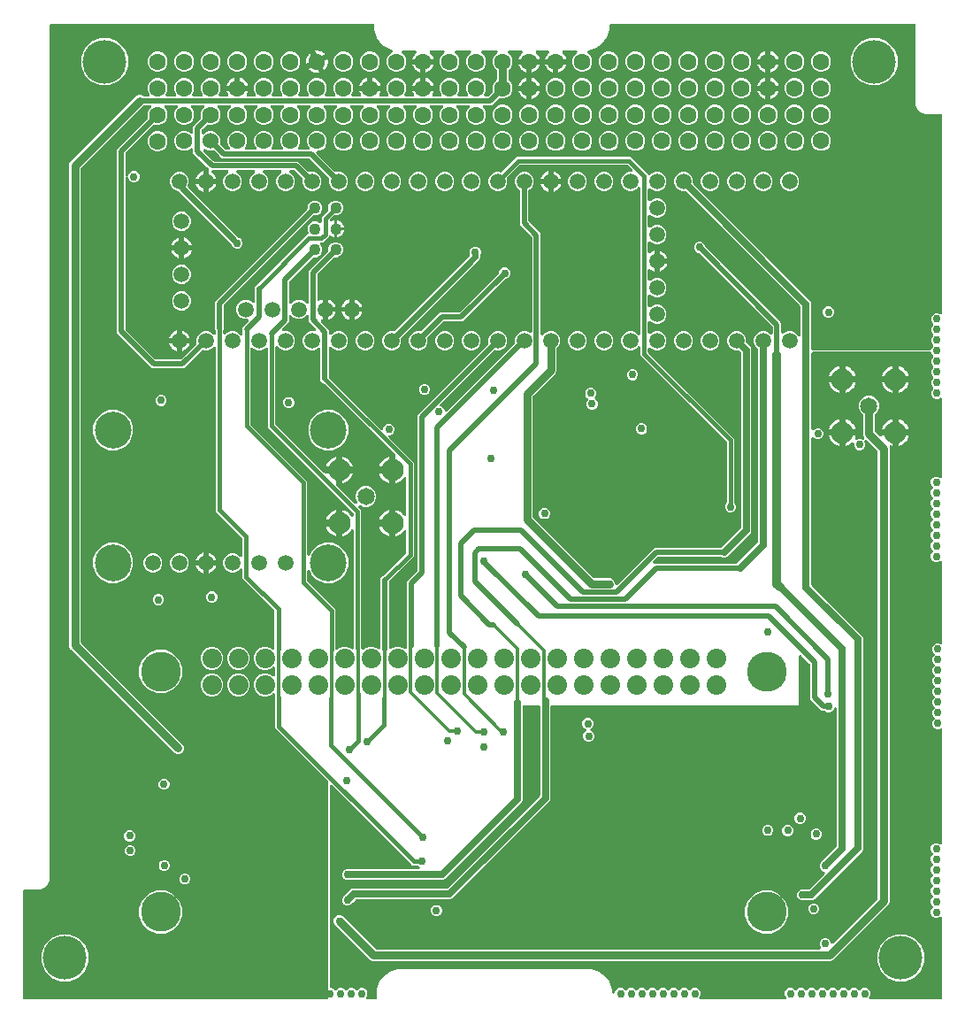
<source format=gbr>
G04 EAGLE Gerber RS-274X export*
G75*
%MOMM*%
%FSLAX34Y34*%
%LPD*%
%INCopper Layer 15*%
%IPPOS*%
%AMOC8*
5,1,8,0,0,1.08239X$1,22.5*%
G01*
%ADD10C,4.191000*%
%ADD11C,1.600200*%
%ADD12C,1.524000*%
%ADD13C,1.508000*%
%ADD14C,1.108000*%
%ADD15C,1.875000*%
%ADD16C,2.100000*%
%ADD17C,1.650000*%
%ADD18C,0.756400*%
%ADD19C,0.750000*%
%ADD20C,0.300000*%
%ADD21C,0.500000*%
%ADD22C,0.800000*%
%ADD23C,0.609600*%
%ADD24C,3.516000*%
%ADD25C,0.400000*%
%ADD26C,3.816000*%
%ADD27C,0.700000*%
%ADD28C,0.812800*%
%ADD29C,0.508000*%

G36*
X376778Y346105D02*
X376778Y346105D01*
X376852Y346107D01*
X376950Y346131D01*
X377049Y346146D01*
X377118Y346174D01*
X377190Y346192D01*
X377279Y346238D01*
X377373Y346275D01*
X377434Y346317D01*
X377500Y346351D01*
X377577Y346416D01*
X377659Y346474D01*
X377709Y346529D01*
X377765Y346577D01*
X377825Y346658D01*
X377892Y346732D01*
X377928Y346798D01*
X377972Y346857D01*
X378012Y346950D01*
X378061Y347038D01*
X378081Y347109D01*
X378111Y347177D01*
X378128Y347276D01*
X378156Y347373D01*
X378164Y347473D01*
X378172Y347520D01*
X378170Y347556D01*
X378175Y347617D01*
X378175Y410867D01*
X388129Y420821D01*
X388208Y420920D01*
X388292Y421014D01*
X388316Y421056D01*
X388346Y421094D01*
X388400Y421208D01*
X388461Y421319D01*
X388474Y421365D01*
X388495Y421409D01*
X388521Y421532D01*
X388556Y421654D01*
X388561Y421715D01*
X388568Y421750D01*
X388567Y421798D01*
X388575Y421898D01*
X388575Y570167D01*
X391379Y572971D01*
X455875Y637467D01*
X455923Y637527D01*
X455978Y637580D01*
X456031Y637663D01*
X456092Y637740D01*
X456125Y637809D01*
X456166Y637874D01*
X456199Y637966D01*
X456241Y638055D01*
X456257Y638130D01*
X456283Y638202D01*
X456294Y638300D01*
X456314Y638396D01*
X456313Y638472D01*
X456322Y638548D01*
X456310Y638646D01*
X456308Y638744D01*
X456290Y638818D01*
X456281Y638894D01*
X456235Y639037D01*
X456223Y639082D01*
X456215Y639099D01*
X456206Y639127D01*
X456135Y639297D01*
X456135Y642903D01*
X457515Y646235D01*
X460065Y648785D01*
X463397Y650165D01*
X467003Y650165D01*
X470335Y648785D01*
X472885Y646235D01*
X474265Y642903D01*
X474265Y639297D01*
X472885Y635965D01*
X470335Y633415D01*
X467003Y632035D01*
X463397Y632035D01*
X463227Y632106D01*
X463154Y632127D01*
X463084Y632157D01*
X462987Y632174D01*
X462892Y632201D01*
X462816Y632205D01*
X462741Y632218D01*
X462642Y632213D01*
X462544Y632218D01*
X462469Y632204D01*
X462392Y632201D01*
X462298Y632173D01*
X462201Y632156D01*
X462131Y632125D01*
X462058Y632104D01*
X461972Y632056D01*
X461881Y632017D01*
X461820Y631971D01*
X461753Y631934D01*
X461640Y631837D01*
X461602Y631809D01*
X461589Y631794D01*
X461567Y631775D01*
X410284Y580492D01*
X410190Y580374D01*
X410093Y580259D01*
X410082Y580238D01*
X410067Y580219D01*
X410003Y580083D01*
X409934Y579949D01*
X409929Y579926D01*
X409918Y579904D01*
X409887Y579757D01*
X409850Y579611D01*
X409850Y579587D01*
X409845Y579563D01*
X409847Y579413D01*
X409845Y579262D01*
X409850Y579239D01*
X409851Y579215D01*
X409887Y579069D01*
X409920Y578922D01*
X409930Y578900D01*
X409936Y578877D01*
X410005Y578742D01*
X410069Y578607D01*
X410084Y578588D01*
X410095Y578567D01*
X410193Y578452D01*
X410287Y578335D01*
X410306Y578320D01*
X410321Y578301D01*
X410442Y578212D01*
X410560Y578119D01*
X410586Y578106D01*
X410602Y578094D01*
X410645Y578076D01*
X410778Y578008D01*
X412006Y577499D01*
X413499Y576006D01*
X414242Y574212D01*
X414315Y574081D01*
X414384Y573947D01*
X414399Y573929D01*
X414411Y573908D01*
X414512Y573796D01*
X414610Y573682D01*
X414629Y573667D01*
X414645Y573649D01*
X414769Y573564D01*
X414890Y573475D01*
X414912Y573465D01*
X414932Y573451D01*
X415072Y573396D01*
X415210Y573337D01*
X415234Y573332D01*
X415256Y573323D01*
X415405Y573302D01*
X415553Y573275D01*
X415577Y573276D01*
X415601Y573273D01*
X415751Y573285D01*
X415901Y573293D01*
X415924Y573300D01*
X415948Y573302D01*
X416092Y573348D01*
X416236Y573389D01*
X416257Y573401D01*
X416280Y573409D01*
X416409Y573486D01*
X416540Y573560D01*
X416562Y573578D01*
X416579Y573588D01*
X416613Y573621D01*
X416726Y573718D01*
X481089Y638081D01*
X481168Y638180D01*
X481252Y638274D01*
X481276Y638316D01*
X481306Y638354D01*
X481360Y638468D01*
X481421Y638579D01*
X481434Y638625D01*
X481455Y638669D01*
X481481Y638792D01*
X481516Y638914D01*
X481521Y638975D01*
X481528Y639010D01*
X481527Y639058D01*
X481535Y639158D01*
X481535Y642903D01*
X482915Y646235D01*
X485465Y648785D01*
X488797Y650165D01*
X492403Y650165D01*
X495935Y648702D01*
X495989Y648669D01*
X496059Y648647D01*
X496126Y648615D01*
X496225Y648594D01*
X496321Y648563D01*
X496394Y648557D01*
X496466Y648542D01*
X496568Y648543D01*
X496668Y648535D01*
X496741Y648546D01*
X496815Y648547D01*
X496913Y648572D01*
X497013Y648587D01*
X497081Y648614D01*
X497153Y648632D01*
X497243Y648678D01*
X497337Y648716D01*
X497397Y648758D01*
X497463Y648791D01*
X497540Y648857D01*
X497623Y648915D01*
X497672Y648969D01*
X497729Y649017D01*
X497789Y649098D01*
X497856Y649173D01*
X497892Y649238D01*
X497936Y649297D01*
X497976Y649390D01*
X498025Y649478D01*
X498045Y649549D01*
X498074Y649617D01*
X498092Y649716D01*
X498120Y649814D01*
X498128Y649913D01*
X498136Y649960D01*
X498134Y649996D01*
X498139Y650058D01*
X498139Y739938D01*
X498125Y740064D01*
X498118Y740190D01*
X498105Y740236D01*
X498099Y740284D01*
X498057Y740403D01*
X498022Y740525D01*
X497998Y740567D01*
X497982Y740612D01*
X497913Y740719D01*
X497852Y740829D01*
X497812Y740875D01*
X497793Y740905D01*
X497758Y740939D01*
X497693Y741015D01*
X486575Y752133D01*
X486575Y784338D01*
X486567Y784414D01*
X486568Y784490D01*
X486547Y784586D01*
X486535Y784684D01*
X486510Y784756D01*
X486493Y784831D01*
X486451Y784919D01*
X486418Y785012D01*
X486376Y785076D01*
X486344Y785145D01*
X486282Y785222D01*
X486229Y785305D01*
X486174Y785358D01*
X486126Y785418D01*
X486049Y785479D01*
X485978Y785547D01*
X485913Y785586D01*
X485853Y785634D01*
X485720Y785702D01*
X485679Y785726D01*
X485661Y785732D01*
X485635Y785745D01*
X485465Y785815D01*
X482915Y788365D01*
X481535Y791697D01*
X481535Y795303D01*
X482915Y798635D01*
X485465Y801185D01*
X488797Y802565D01*
X492403Y802565D01*
X495735Y801185D01*
X498285Y798635D01*
X499665Y795303D01*
X499665Y791697D01*
X498285Y788365D01*
X495735Y785815D01*
X495565Y785745D01*
X495498Y785708D01*
X495427Y785680D01*
X495346Y785623D01*
X495261Y785576D01*
X495204Y785524D01*
X495141Y785481D01*
X495075Y785408D01*
X495002Y785342D01*
X494959Y785279D01*
X494908Y785222D01*
X494860Y785136D01*
X494804Y785055D01*
X494776Y784984D01*
X494739Y784917D01*
X494712Y784822D01*
X494676Y784731D01*
X494665Y784655D01*
X494644Y784582D01*
X494632Y784433D01*
X494625Y784386D01*
X494627Y784367D01*
X494625Y784338D01*
X494625Y756098D01*
X494639Y755972D01*
X494646Y755846D01*
X494659Y755800D01*
X494665Y755752D01*
X494707Y755633D01*
X494742Y755511D01*
X494766Y755469D01*
X494782Y755424D01*
X494851Y755317D01*
X494912Y755207D01*
X494952Y755161D01*
X494971Y755131D01*
X495006Y755097D01*
X495071Y755021D01*
X506189Y743903D01*
X506189Y647786D01*
X506200Y647686D01*
X506202Y647585D01*
X506220Y647513D01*
X506229Y647439D01*
X506262Y647345D01*
X506287Y647247D01*
X506321Y647181D01*
X506346Y647111D01*
X506401Y647027D01*
X506447Y646938D01*
X506495Y646881D01*
X506535Y646818D01*
X506607Y646749D01*
X506672Y646672D01*
X506732Y646628D01*
X506786Y646576D01*
X506872Y646525D01*
X506953Y646465D01*
X507021Y646436D01*
X507085Y646397D01*
X507181Y646367D01*
X507273Y646327D01*
X507346Y646314D01*
X507417Y646291D01*
X507517Y646283D01*
X507616Y646265D01*
X507690Y646269D01*
X507764Y646263D01*
X507864Y646278D01*
X507964Y646283D01*
X508035Y646304D01*
X508109Y646315D01*
X508202Y646352D01*
X508299Y646380D01*
X508364Y646416D01*
X508433Y646444D01*
X508515Y646501D01*
X508603Y646550D01*
X508679Y646615D01*
X508719Y646643D01*
X508743Y646669D01*
X508789Y646709D01*
X510865Y648785D01*
X514197Y650165D01*
X517803Y650165D01*
X521135Y648785D01*
X523685Y646235D01*
X525065Y642903D01*
X525065Y639297D01*
X523685Y635965D01*
X521721Y634001D01*
X521642Y633902D01*
X521558Y633809D01*
X521534Y633766D01*
X521504Y633728D01*
X521450Y633614D01*
X521389Y633504D01*
X521376Y633457D01*
X521355Y633413D01*
X521329Y633290D01*
X521294Y633168D01*
X521289Y633107D01*
X521282Y633073D01*
X521283Y633025D01*
X521275Y632924D01*
X521275Y611951D01*
X520472Y610012D01*
X499021Y588561D01*
X498942Y588462D01*
X498858Y588368D01*
X498834Y588326D01*
X498804Y588288D01*
X498750Y588174D01*
X498689Y588063D01*
X498676Y588017D01*
X498655Y587973D01*
X498629Y587850D01*
X498594Y587728D01*
X498589Y587667D01*
X498582Y587632D01*
X498583Y587584D01*
X498575Y587484D01*
X498575Y473116D01*
X498589Y472990D01*
X498596Y472864D01*
X498609Y472818D01*
X498615Y472770D01*
X498657Y472651D01*
X498692Y472529D01*
X498716Y472487D01*
X498732Y472441D01*
X498801Y472335D01*
X498862Y472225D01*
X498902Y472179D01*
X498921Y472149D01*
X498956Y472115D01*
X499021Y472039D01*
X556839Y414221D01*
X556938Y414142D01*
X557032Y414058D01*
X557074Y414034D01*
X557112Y414004D01*
X557226Y413950D01*
X557337Y413889D01*
X557383Y413876D01*
X557427Y413855D01*
X557550Y413829D01*
X557672Y413794D01*
X557733Y413789D01*
X557768Y413782D01*
X557816Y413783D01*
X557916Y413775D01*
X573049Y413775D01*
X575028Y412955D01*
X575056Y412933D01*
X575134Y412871D01*
X576699Y411306D01*
X577507Y409356D01*
X577507Y408776D01*
X577518Y408676D01*
X577520Y408576D01*
X577538Y408504D01*
X577547Y408430D01*
X577580Y408335D01*
X577605Y408238D01*
X577639Y408172D01*
X577664Y408102D01*
X577719Y408017D01*
X577765Y407928D01*
X577813Y407871D01*
X577853Y407809D01*
X577925Y407739D01*
X577990Y407663D01*
X578050Y407618D01*
X578104Y407567D01*
X578190Y407515D01*
X578271Y407455D01*
X578339Y407426D01*
X578403Y407388D01*
X578499Y407357D01*
X578591Y407317D01*
X578664Y407304D01*
X578735Y407282D01*
X578835Y407274D01*
X578934Y407256D01*
X579008Y407260D01*
X579082Y407254D01*
X579182Y407269D01*
X579282Y407274D01*
X579353Y407294D01*
X579427Y407305D01*
X579520Y407342D01*
X579617Y407370D01*
X579682Y407407D01*
X579751Y407434D01*
X579833Y407491D01*
X579921Y407540D01*
X579997Y407606D01*
X580037Y407633D01*
X580061Y407659D01*
X580107Y407699D01*
X615133Y442725D01*
X678288Y442725D01*
X678413Y442739D01*
X678540Y442746D01*
X678586Y442759D01*
X678634Y442765D01*
X678753Y442807D01*
X678874Y442842D01*
X678917Y442866D01*
X678962Y442882D01*
X679068Y442951D01*
X679179Y443012D01*
X679225Y443052D01*
X679255Y443071D01*
X679288Y443106D01*
X679365Y443171D01*
X697529Y461335D01*
X697608Y461434D01*
X697692Y461528D01*
X697716Y461570D01*
X697746Y461608D01*
X697800Y461722D01*
X697861Y461833D01*
X697874Y461880D01*
X697895Y461923D01*
X697921Y462047D01*
X697956Y462168D01*
X697961Y462229D01*
X697968Y462264D01*
X697967Y462312D01*
X697975Y462412D01*
X697975Y629188D01*
X697961Y629313D01*
X697954Y629440D01*
X697941Y629486D01*
X697935Y629534D01*
X697893Y629653D01*
X697858Y629774D01*
X697834Y629817D01*
X697818Y629862D01*
X697749Y629968D01*
X697688Y630079D01*
X697648Y630125D01*
X697629Y630155D01*
X697594Y630188D01*
X697529Y630265D01*
X696205Y631589D01*
X696106Y631668D01*
X696012Y631752D01*
X695970Y631776D01*
X695932Y631806D01*
X695818Y631860D01*
X695707Y631921D01*
X695660Y631934D01*
X695617Y631955D01*
X695493Y631981D01*
X695372Y632016D01*
X695311Y632021D01*
X695276Y632028D01*
X695228Y632027D01*
X695128Y632035D01*
X691997Y632035D01*
X688665Y633415D01*
X686115Y635965D01*
X684735Y639297D01*
X684735Y642903D01*
X686115Y646235D01*
X688665Y648785D01*
X691997Y650165D01*
X695603Y650165D01*
X698935Y648785D01*
X701485Y646235D01*
X702865Y642903D01*
X702865Y639772D01*
X702879Y639647D01*
X702886Y639520D01*
X702899Y639474D01*
X702905Y639426D01*
X702947Y639307D01*
X702982Y639186D01*
X703006Y639143D01*
X703022Y639098D01*
X703091Y638992D01*
X703152Y638881D01*
X703192Y638835D01*
X703211Y638805D01*
X703246Y638772D01*
X703311Y638695D01*
X707260Y634746D01*
X708025Y632899D01*
X708025Y458701D01*
X707260Y456854D01*
X684846Y434440D01*
X682999Y433675D01*
X681001Y433675D01*
X678880Y434554D01*
X678867Y434561D01*
X678820Y434574D01*
X678777Y434595D01*
X678653Y434621D01*
X678532Y434656D01*
X678471Y434661D01*
X678436Y434668D01*
X678388Y434667D01*
X678288Y434675D01*
X619098Y434675D01*
X618972Y434661D01*
X618846Y434654D01*
X618800Y434641D01*
X618752Y434635D01*
X618633Y434593D01*
X618511Y434558D01*
X618469Y434534D01*
X618424Y434518D01*
X618317Y434449D01*
X618207Y434388D01*
X618161Y434348D01*
X618131Y434329D01*
X618097Y434294D01*
X618021Y434229D01*
X614117Y430325D01*
X614055Y430247D01*
X613985Y430174D01*
X613946Y430110D01*
X613900Y430052D01*
X613857Y429961D01*
X613806Y429875D01*
X613783Y429804D01*
X613751Y429737D01*
X613730Y429639D01*
X613700Y429543D01*
X613694Y429469D01*
X613678Y429396D01*
X613680Y429296D01*
X613672Y429196D01*
X613683Y429122D01*
X613684Y429048D01*
X613708Y428951D01*
X613723Y428851D01*
X613751Y428782D01*
X613769Y428710D01*
X613815Y428620D01*
X613852Y428527D01*
X613894Y428466D01*
X613929Y428400D01*
X613994Y428323D01*
X614051Y428241D01*
X614106Y428191D01*
X614154Y428135D01*
X614235Y428075D01*
X614310Y428008D01*
X614375Y427972D01*
X614435Y427927D01*
X614527Y427888D01*
X614615Y427839D01*
X614686Y427819D01*
X614755Y427789D01*
X614853Y427772D01*
X614950Y427744D01*
X615050Y427736D01*
X615098Y427728D01*
X615133Y427730D01*
X615194Y427725D01*
X693388Y427725D01*
X693513Y427739D01*
X693640Y427746D01*
X693686Y427759D01*
X693734Y427765D01*
X693853Y427807D01*
X693974Y427842D01*
X694017Y427866D01*
X694062Y427882D01*
X694168Y427951D01*
X694279Y428012D01*
X694325Y428052D01*
X694355Y428071D01*
X694388Y428106D01*
X694465Y428171D01*
X713729Y447435D01*
X713808Y447534D01*
X713892Y447628D01*
X713916Y447670D01*
X713946Y447708D01*
X714000Y447822D01*
X714061Y447933D01*
X714074Y447980D01*
X714095Y448023D01*
X714121Y448147D01*
X714156Y448268D01*
X714161Y448329D01*
X714168Y448364D01*
X714167Y448412D01*
X714175Y448512D01*
X714175Y632674D01*
X714161Y632800D01*
X714154Y632926D01*
X714141Y632973D01*
X714135Y633021D01*
X714093Y633140D01*
X714058Y633261D01*
X714034Y633303D01*
X714018Y633349D01*
X713949Y633455D01*
X713888Y633565D01*
X713848Y633611D01*
X713829Y633641D01*
X713794Y633675D01*
X713729Y633751D01*
X711515Y635965D01*
X710135Y639297D01*
X710135Y642903D01*
X711515Y646235D01*
X714065Y648785D01*
X717397Y650165D01*
X721003Y650165D01*
X724335Y648785D01*
X725823Y647297D01*
X725902Y647234D01*
X725974Y647164D01*
X726038Y647126D01*
X726096Y647080D01*
X726187Y647037D01*
X726273Y646985D01*
X726344Y646963D01*
X726411Y646931D01*
X726509Y646910D01*
X726605Y646879D01*
X726679Y646873D01*
X726752Y646858D01*
X726852Y646859D01*
X726952Y646851D01*
X727026Y646862D01*
X727100Y646864D01*
X727197Y646888D01*
X727297Y646903D01*
X727366Y646930D01*
X727438Y646949D01*
X727527Y646995D01*
X727621Y647032D01*
X727682Y647074D01*
X727748Y647108D01*
X727824Y647173D01*
X727907Y647231D01*
X727957Y647286D01*
X728013Y647334D01*
X728073Y647415D01*
X728140Y647489D01*
X728176Y647554D01*
X728221Y647614D01*
X728260Y647707D01*
X728309Y647794D01*
X728329Y647866D01*
X728359Y647934D01*
X728376Y648033D01*
X728404Y648130D01*
X728412Y648230D01*
X728420Y648277D01*
X728418Y648313D01*
X728423Y648374D01*
X728423Y654097D01*
X728409Y654223D01*
X728402Y654349D01*
X728389Y654396D01*
X728383Y654444D01*
X728341Y654563D01*
X728306Y654684D01*
X728282Y654726D01*
X728266Y654772D01*
X728197Y654878D01*
X728136Y654988D01*
X728096Y655034D01*
X728077Y655064D01*
X728042Y655098D01*
X727977Y655174D01*
X658404Y724747D01*
X658305Y724826D01*
X658212Y724910D01*
X658169Y724934D01*
X658131Y724964D01*
X658017Y725018D01*
X657907Y725079D01*
X657860Y725092D01*
X657816Y725113D01*
X657693Y725139D01*
X657571Y725174D01*
X657510Y725179D01*
X657476Y725186D01*
X657428Y725185D01*
X657349Y725192D01*
X655394Y726001D01*
X653901Y727494D01*
X653093Y729444D01*
X653093Y731556D01*
X653901Y733506D01*
X655394Y734999D01*
X657344Y735807D01*
X659456Y735807D01*
X661406Y734999D01*
X662899Y733506D01*
X663709Y731549D01*
X663721Y731447D01*
X663728Y731321D01*
X663741Y731274D01*
X663747Y731226D01*
X663789Y731107D01*
X663824Y730986D01*
X663848Y730944D01*
X663864Y730898D01*
X663933Y730792D01*
X663994Y730682D01*
X664034Y730636D01*
X664053Y730606D01*
X664088Y730572D01*
X664153Y730496D01*
X736553Y658096D01*
X736553Y649550D01*
X736564Y649450D01*
X736566Y649349D01*
X736584Y649277D01*
X736593Y649203D01*
X736626Y649109D01*
X736651Y649011D01*
X736685Y648945D01*
X736710Y648875D01*
X736765Y648791D01*
X736811Y648702D01*
X736859Y648645D01*
X736899Y648582D01*
X736971Y648513D01*
X737036Y648436D01*
X737096Y648392D01*
X737150Y648340D01*
X737236Y648289D01*
X737317Y648229D01*
X737385Y648200D01*
X737449Y648161D01*
X737544Y648131D01*
X737637Y648091D01*
X737710Y648078D01*
X737781Y648055D01*
X737881Y648047D01*
X737980Y648029D01*
X738054Y648033D01*
X738128Y648027D01*
X738227Y648042D01*
X738328Y648047D01*
X738399Y648068D01*
X738473Y648079D01*
X738566Y648116D01*
X738663Y648144D01*
X738728Y648180D01*
X738797Y648208D01*
X738879Y648265D01*
X738967Y648314D01*
X739043Y648379D01*
X739083Y648407D01*
X739107Y648433D01*
X739153Y648473D01*
X739465Y648785D01*
X742797Y650165D01*
X746403Y650165D01*
X749735Y648785D01*
X752285Y646235D01*
X752445Y645848D01*
X752469Y645804D01*
X752486Y645757D01*
X752554Y645652D01*
X752614Y645544D01*
X752648Y645506D01*
X752675Y645464D01*
X752765Y645378D01*
X752848Y645286D01*
X752890Y645257D01*
X752926Y645222D01*
X753032Y645158D01*
X753135Y645087D01*
X753182Y645069D01*
X753225Y645043D01*
X753343Y645005D01*
X753459Y644960D01*
X753509Y644952D01*
X753557Y644937D01*
X753681Y644927D01*
X753804Y644909D01*
X753854Y644913D01*
X753904Y644909D01*
X754027Y644927D01*
X754151Y644938D01*
X754199Y644953D01*
X754249Y644961D01*
X754364Y645007D01*
X754483Y645045D01*
X754526Y645071D01*
X754573Y645089D01*
X754675Y645160D01*
X754781Y645224D01*
X754818Y645260D01*
X754859Y645288D01*
X754942Y645381D01*
X755031Y645467D01*
X755059Y645510D01*
X755092Y645547D01*
X755153Y645656D01*
X755220Y645761D01*
X755236Y645808D01*
X755261Y645852D01*
X755295Y645972D01*
X755336Y646089D01*
X755342Y646139D01*
X755356Y646188D01*
X755375Y646431D01*
X755375Y673388D01*
X755361Y673513D01*
X755354Y673640D01*
X755341Y673686D01*
X755335Y673734D01*
X755293Y673853D01*
X755258Y673974D01*
X755234Y674017D01*
X755218Y674062D01*
X755149Y674168D01*
X755088Y674279D01*
X755048Y674325D01*
X755029Y674355D01*
X754994Y674388D01*
X754986Y674398D01*
X754973Y674416D01*
X754961Y674428D01*
X754929Y674465D01*
X645405Y783989D01*
X645306Y784068D01*
X645212Y784152D01*
X645170Y784176D01*
X645132Y784206D01*
X645018Y784260D01*
X644907Y784321D01*
X644860Y784334D01*
X644817Y784355D01*
X644693Y784381D01*
X644572Y784416D01*
X644511Y784421D01*
X644476Y784428D01*
X644428Y784427D01*
X644328Y784435D01*
X641197Y784435D01*
X637865Y785815D01*
X635315Y788365D01*
X633935Y791697D01*
X633935Y795303D01*
X635315Y798635D01*
X637865Y801185D01*
X641197Y802565D01*
X644803Y802565D01*
X648135Y801185D01*
X650685Y798635D01*
X652065Y795303D01*
X652065Y792172D01*
X652079Y792047D01*
X652086Y791920D01*
X652099Y791874D01*
X652105Y791826D01*
X652147Y791707D01*
X652182Y791586D01*
X652206Y791543D01*
X652222Y791498D01*
X652291Y791392D01*
X652352Y791281D01*
X652392Y791235D01*
X652411Y791205D01*
X652446Y791172D01*
X652511Y791095D01*
X763032Y680574D01*
X764660Y678946D01*
X765425Y677099D01*
X765425Y633572D01*
X765428Y633546D01*
X765426Y633520D01*
X765448Y633373D01*
X765465Y633226D01*
X765473Y633201D01*
X765477Y633175D01*
X765532Y633037D01*
X765582Y632898D01*
X765596Y632876D01*
X765606Y632851D01*
X765691Y632730D01*
X765771Y632605D01*
X765790Y632587D01*
X765805Y632565D01*
X765915Y632466D01*
X766022Y632363D01*
X766044Y632349D01*
X766064Y632332D01*
X766194Y632260D01*
X766321Y632184D01*
X766346Y632176D01*
X766369Y632163D01*
X766512Y632123D01*
X766653Y632078D01*
X766679Y632076D01*
X766704Y632068D01*
X766948Y632049D01*
X878966Y632049D01*
X879042Y632057D01*
X879119Y632056D01*
X879215Y632077D01*
X879313Y632089D01*
X879384Y632114D01*
X879459Y632131D01*
X879548Y632173D01*
X879641Y632206D01*
X879705Y632248D01*
X879774Y632280D01*
X879851Y632342D01*
X879933Y632395D01*
X879987Y632450D01*
X880046Y632498D01*
X880107Y632575D01*
X880176Y632646D01*
X880215Y632711D01*
X880262Y632771D01*
X880330Y632905D01*
X880354Y632945D01*
X880360Y632963D01*
X880374Y632989D01*
X880991Y634480D01*
X881988Y635477D01*
X882004Y635497D01*
X882024Y635514D01*
X882113Y635634D01*
X882205Y635750D01*
X882216Y635774D01*
X882231Y635795D01*
X882290Y635930D01*
X882354Y636065D01*
X882359Y636091D01*
X882369Y636115D01*
X882396Y636261D01*
X882427Y636406D01*
X882427Y636432D01*
X882431Y636458D01*
X882424Y636606D01*
X882421Y636754D01*
X882415Y636780D01*
X882413Y636806D01*
X882372Y636948D01*
X882336Y637092D01*
X882324Y637115D01*
X882317Y637141D01*
X882244Y637270D01*
X882176Y637402D01*
X882159Y637422D01*
X882147Y637445D01*
X881988Y637631D01*
X880991Y638628D01*
X880183Y640578D01*
X880183Y642690D01*
X880991Y644640D01*
X881988Y645637D01*
X882004Y645657D01*
X882024Y645674D01*
X882113Y645794D01*
X882205Y645910D01*
X882216Y645934D01*
X882231Y645955D01*
X882290Y646091D01*
X882354Y646225D01*
X882359Y646251D01*
X882369Y646275D01*
X882396Y646421D01*
X882427Y646566D01*
X882427Y646592D01*
X882431Y646618D01*
X882424Y646766D01*
X882421Y646914D01*
X882415Y646940D01*
X882413Y646966D01*
X882372Y647108D01*
X882336Y647252D01*
X882324Y647275D01*
X882317Y647301D01*
X882244Y647430D01*
X882176Y647562D01*
X882159Y647582D01*
X882147Y647605D01*
X881988Y647791D01*
X880991Y648788D01*
X880183Y650738D01*
X880183Y652850D01*
X880991Y654800D01*
X881988Y655797D01*
X882004Y655817D01*
X882024Y655834D01*
X882113Y655954D01*
X882205Y656070D01*
X882216Y656094D01*
X882231Y656115D01*
X882290Y656251D01*
X882354Y656385D01*
X882359Y656411D01*
X882369Y656435D01*
X882396Y656581D01*
X882427Y656726D01*
X882427Y656752D01*
X882431Y656778D01*
X882424Y656926D01*
X882421Y657074D01*
X882415Y657100D01*
X882413Y657126D01*
X882372Y657268D01*
X882336Y657412D01*
X882324Y657435D01*
X882317Y657461D01*
X882244Y657590D01*
X882176Y657722D01*
X882159Y657742D01*
X882147Y657765D01*
X881988Y657951D01*
X880991Y658948D01*
X880183Y660898D01*
X880183Y663010D01*
X880991Y664960D01*
X882484Y666453D01*
X884434Y667261D01*
X886546Y667261D01*
X888688Y666373D01*
X888754Y666334D01*
X888824Y666311D01*
X888891Y666280D01*
X888990Y666258D01*
X889086Y666228D01*
X889159Y666222D01*
X889232Y666206D01*
X889333Y666208D01*
X889433Y666200D01*
X889506Y666211D01*
X889580Y666212D01*
X889678Y666236D01*
X889778Y666251D01*
X889846Y666279D01*
X889918Y666297D01*
X890008Y666343D01*
X890102Y666380D01*
X890162Y666422D01*
X890228Y666456D01*
X890305Y666521D01*
X890388Y666579D01*
X890437Y666634D01*
X890494Y666682D01*
X890554Y666763D01*
X890621Y666838D01*
X890657Y666902D01*
X890701Y666962D01*
X890741Y667054D01*
X890790Y667143D01*
X890810Y667214D01*
X890839Y667282D01*
X890857Y667381D01*
X890885Y667478D01*
X890893Y667578D01*
X890901Y667625D01*
X890899Y667661D01*
X890904Y667722D01*
X890904Y856361D01*
X890901Y856387D01*
X890903Y856413D01*
X890881Y856560D01*
X890864Y856707D01*
X890856Y856732D01*
X890852Y856758D01*
X890797Y856896D01*
X890747Y857035D01*
X890733Y857057D01*
X890723Y857082D01*
X890638Y857203D01*
X890558Y857328D01*
X890539Y857346D01*
X890524Y857368D01*
X890414Y857467D01*
X890307Y857570D01*
X890285Y857584D01*
X890265Y857601D01*
X890135Y857673D01*
X890008Y857749D01*
X889983Y857757D01*
X889960Y857770D01*
X889817Y857810D01*
X889676Y857855D01*
X889650Y857857D01*
X889625Y857865D01*
X889381Y857884D01*
X874153Y857884D01*
X870185Y859528D01*
X867148Y862565D01*
X865504Y866533D01*
X865504Y942721D01*
X865501Y942747D01*
X865503Y942773D01*
X865481Y942920D01*
X865464Y943067D01*
X865456Y943092D01*
X865452Y943118D01*
X865397Y943256D01*
X865347Y943395D01*
X865333Y943417D01*
X865323Y943442D01*
X865238Y943563D01*
X865158Y943688D01*
X865139Y943706D01*
X865124Y943728D01*
X865014Y943827D01*
X864907Y943930D01*
X864885Y943944D01*
X864865Y943961D01*
X864735Y944033D01*
X864608Y944109D01*
X864583Y944117D01*
X864560Y944130D01*
X864417Y944170D01*
X864276Y944215D01*
X864250Y944217D01*
X864225Y944225D01*
X863981Y944244D01*
X574040Y944244D01*
X573998Y944239D01*
X573921Y944240D01*
X573861Y944235D01*
X573805Y944224D01*
X573748Y944222D01*
X573537Y944172D01*
X573519Y944168D01*
X573515Y944166D01*
X573510Y944165D01*
X573396Y944128D01*
X573290Y944080D01*
X573181Y944039D01*
X573117Y944000D01*
X573079Y943983D01*
X573044Y943956D01*
X572972Y943912D01*
X572876Y943842D01*
X572789Y943763D01*
X572697Y943690D01*
X572649Y943634D01*
X572619Y943606D01*
X572594Y943569D01*
X572538Y943505D01*
X572468Y943408D01*
X572411Y943307D01*
X572346Y943209D01*
X572317Y943141D01*
X572297Y943105D01*
X572284Y943062D01*
X572252Y942984D01*
X572215Y942870D01*
X572204Y942814D01*
X572184Y942761D01*
X572156Y942585D01*
X572155Y942584D01*
X572155Y942582D01*
X572150Y942547D01*
X572146Y942529D01*
X572146Y942525D01*
X572145Y942519D01*
X572140Y942460D01*
X572142Y942418D01*
X572136Y942340D01*
X572136Y938619D01*
X569836Y931540D01*
X565461Y925519D01*
X559440Y921144D01*
X552324Y918832D01*
X552254Y918831D01*
X552182Y918813D01*
X552108Y918804D01*
X552014Y918771D01*
X551916Y918746D01*
X551850Y918712D01*
X551780Y918687D01*
X551696Y918632D01*
X551607Y918586D01*
X551550Y918538D01*
X551487Y918498D01*
X551418Y918426D01*
X551341Y918361D01*
X551297Y918301D01*
X551245Y918247D01*
X551194Y918161D01*
X551134Y918080D01*
X551105Y918012D01*
X551066Y917948D01*
X551036Y917852D01*
X550996Y917760D01*
X550983Y917687D01*
X550960Y917616D01*
X550952Y917516D01*
X550934Y917417D01*
X550938Y917343D01*
X550932Y917269D01*
X550947Y917169D01*
X550952Y917069D01*
X550973Y916998D01*
X550984Y916924D01*
X551021Y916831D01*
X551049Y916734D01*
X551085Y916669D01*
X551113Y916600D01*
X551170Y916518D01*
X551219Y916430D01*
X551284Y916354D01*
X551312Y916314D01*
X551338Y916290D01*
X551378Y916244D01*
X554176Y913446D01*
X555626Y909945D01*
X555626Y906155D01*
X554176Y902654D01*
X551496Y899974D01*
X547995Y898524D01*
X544205Y898524D01*
X540704Y899974D01*
X538024Y902654D01*
X536574Y906155D01*
X536574Y909945D01*
X538024Y913446D01*
X540822Y916244D01*
X540885Y916322D01*
X540955Y916395D01*
X540993Y916459D01*
X541039Y916517D01*
X541082Y916608D01*
X541134Y916694D01*
X541156Y916765D01*
X541188Y916832D01*
X541209Y916930D01*
X541240Y917026D01*
X541246Y917100D01*
X541261Y917173D01*
X541260Y917273D01*
X541268Y917373D01*
X541257Y917447D01*
X541255Y917521D01*
X541231Y917618D01*
X541216Y917718D01*
X541189Y917787D01*
X541170Y917859D01*
X541124Y917948D01*
X541087Y918042D01*
X541045Y918103D01*
X541011Y918169D01*
X540946Y918245D01*
X540888Y918328D01*
X540833Y918378D01*
X540785Y918434D01*
X540704Y918494D01*
X540630Y918561D01*
X540565Y918597D01*
X540505Y918642D01*
X540412Y918681D01*
X540325Y918730D01*
X540253Y918750D01*
X540185Y918780D01*
X540086Y918797D01*
X539989Y918825D01*
X539889Y918833D01*
X539842Y918841D01*
X539806Y918839D01*
X539745Y918844D01*
X528466Y918844D01*
X528420Y918839D01*
X528375Y918842D01*
X528248Y918819D01*
X528120Y918804D01*
X528077Y918789D01*
X528032Y918781D01*
X527913Y918730D01*
X527791Y918687D01*
X527753Y918662D01*
X527711Y918644D01*
X527607Y918568D01*
X527499Y918498D01*
X527467Y918465D01*
X527430Y918438D01*
X527346Y918340D01*
X527256Y918247D01*
X527233Y918208D01*
X527203Y918173D01*
X527144Y918059D01*
X527078Y917948D01*
X527064Y917905D01*
X527043Y917864D01*
X527011Y917739D01*
X526971Y917616D01*
X526968Y917571D01*
X526956Y917527D01*
X526954Y917397D01*
X526943Y917269D01*
X526950Y917224D01*
X526949Y917178D01*
X526976Y917052D01*
X526995Y916924D01*
X527012Y916882D01*
X527021Y916837D01*
X527076Y916720D01*
X527124Y916600D01*
X527150Y916563D01*
X527169Y916521D01*
X527249Y916420D01*
X527323Y916314D01*
X527357Y916284D01*
X527385Y916248D01*
X527565Y916093D01*
X528741Y914918D01*
X529716Y913575D01*
X530469Y912097D01*
X530918Y910716D01*
X521843Y910716D01*
X521817Y910713D01*
X521791Y910715D01*
X521644Y910693D01*
X521497Y910676D01*
X521472Y910668D01*
X521446Y910664D01*
X521309Y910609D01*
X521169Y910559D01*
X521147Y910545D01*
X521122Y910535D01*
X521001Y910450D01*
X520876Y910370D01*
X520858Y910351D01*
X520836Y910336D01*
X520737Y910226D01*
X520705Y910193D01*
X520700Y910200D01*
X520590Y910299D01*
X520483Y910402D01*
X520460Y910416D01*
X520441Y910433D01*
X520311Y910505D01*
X520184Y910581D01*
X520159Y910589D01*
X520136Y910602D01*
X519993Y910642D01*
X519852Y910687D01*
X519826Y910689D01*
X519801Y910697D01*
X519557Y910716D01*
X510482Y910716D01*
X510931Y912097D01*
X511684Y913575D01*
X512659Y914918D01*
X513839Y916097D01*
X513863Y916119D01*
X513901Y916144D01*
X513991Y916237D01*
X514086Y916324D01*
X514112Y916362D01*
X514144Y916395D01*
X514210Y916506D01*
X514283Y916612D01*
X514299Y916655D01*
X514322Y916694D01*
X514362Y916817D01*
X514408Y916937D01*
X514415Y916982D01*
X514429Y917026D01*
X514439Y917155D01*
X514457Y917282D01*
X514453Y917328D01*
X514457Y917373D01*
X514437Y917501D01*
X514426Y917629D01*
X514412Y917673D01*
X514405Y917718D01*
X514357Y917838D01*
X514317Y917960D01*
X514293Y917999D01*
X514276Y918042D01*
X514203Y918148D01*
X514135Y918258D01*
X514103Y918291D01*
X514077Y918328D01*
X513981Y918414D01*
X513891Y918506D01*
X513852Y918531D01*
X513818Y918561D01*
X513705Y918624D01*
X513596Y918693D01*
X513553Y918708D01*
X513513Y918730D01*
X513389Y918765D01*
X513267Y918807D01*
X513222Y918812D01*
X513178Y918825D01*
X512934Y918844D01*
X503066Y918844D01*
X503020Y918839D01*
X502975Y918842D01*
X502848Y918819D01*
X502720Y918804D01*
X502677Y918789D01*
X502632Y918781D01*
X502513Y918730D01*
X502391Y918687D01*
X502353Y918662D01*
X502311Y918644D01*
X502207Y918568D01*
X502099Y918498D01*
X502067Y918465D01*
X502030Y918438D01*
X501946Y918340D01*
X501856Y918247D01*
X501833Y918208D01*
X501803Y918173D01*
X501744Y918059D01*
X501678Y917948D01*
X501664Y917905D01*
X501643Y917864D01*
X501611Y917739D01*
X501571Y917616D01*
X501568Y917571D01*
X501556Y917527D01*
X501554Y917397D01*
X501543Y917269D01*
X501550Y917224D01*
X501549Y917178D01*
X501576Y917052D01*
X501595Y916924D01*
X501612Y916882D01*
X501621Y916837D01*
X501676Y916720D01*
X501724Y916600D01*
X501750Y916563D01*
X501769Y916521D01*
X501849Y916420D01*
X501923Y916314D01*
X501957Y916284D01*
X501985Y916248D01*
X502165Y916093D01*
X503341Y914918D01*
X504316Y913575D01*
X505069Y912097D01*
X505518Y910716D01*
X496443Y910716D01*
X496417Y910713D01*
X496391Y910715D01*
X496244Y910693D01*
X496097Y910676D01*
X496072Y910668D01*
X496046Y910664D01*
X495909Y910609D01*
X495769Y910559D01*
X495747Y910545D01*
X495722Y910535D01*
X495601Y910450D01*
X495476Y910370D01*
X495458Y910351D01*
X495436Y910336D01*
X495337Y910226D01*
X495305Y910193D01*
X495300Y910200D01*
X495190Y910299D01*
X495083Y910402D01*
X495060Y910416D01*
X495041Y910433D01*
X494911Y910505D01*
X494784Y910581D01*
X494759Y910589D01*
X494736Y910602D01*
X494593Y910642D01*
X494452Y910687D01*
X494426Y910689D01*
X494401Y910697D01*
X494157Y910716D01*
X485082Y910716D01*
X485531Y912097D01*
X486284Y913575D01*
X487259Y914918D01*
X488439Y916097D01*
X488463Y916119D01*
X488501Y916144D01*
X488591Y916237D01*
X488686Y916324D01*
X488712Y916362D01*
X488744Y916395D01*
X488810Y916506D01*
X488883Y916612D01*
X488899Y916655D01*
X488922Y916694D01*
X488962Y916817D01*
X489008Y916937D01*
X489015Y916982D01*
X489029Y917026D01*
X489039Y917155D01*
X489057Y917282D01*
X489053Y917328D01*
X489057Y917373D01*
X489037Y917501D01*
X489026Y917629D01*
X489012Y917673D01*
X489005Y917718D01*
X488957Y917838D01*
X488917Y917960D01*
X488893Y917999D01*
X488876Y918042D01*
X488803Y918148D01*
X488735Y918258D01*
X488703Y918291D01*
X488677Y918328D01*
X488581Y918414D01*
X488491Y918506D01*
X488452Y918531D01*
X488418Y918561D01*
X488305Y918624D01*
X488196Y918693D01*
X488153Y918708D01*
X488113Y918730D01*
X487989Y918765D01*
X487867Y918807D01*
X487822Y918812D01*
X487778Y918825D01*
X487534Y918844D01*
X476255Y918844D01*
X476155Y918833D01*
X476054Y918831D01*
X475982Y918813D01*
X475908Y918804D01*
X475814Y918771D01*
X475716Y918746D01*
X475650Y918712D01*
X475580Y918687D01*
X475496Y918632D01*
X475407Y918586D01*
X475350Y918538D01*
X475287Y918498D01*
X475218Y918426D01*
X475141Y918361D01*
X475097Y918301D01*
X475045Y918247D01*
X474994Y918161D01*
X474934Y918080D01*
X474905Y918012D01*
X474866Y917948D01*
X474836Y917852D01*
X474796Y917760D01*
X474783Y917687D01*
X474760Y917616D01*
X474752Y917516D01*
X474734Y917417D01*
X474738Y917343D01*
X474732Y917269D01*
X474747Y917169D01*
X474752Y917069D01*
X474773Y916998D01*
X474784Y916924D01*
X474821Y916831D01*
X474849Y916734D01*
X474885Y916669D01*
X474913Y916600D01*
X474970Y916518D01*
X475019Y916430D01*
X475084Y916354D01*
X475112Y916314D01*
X475138Y916290D01*
X475178Y916244D01*
X477976Y913446D01*
X479426Y909945D01*
X479426Y906155D01*
X477976Y902654D01*
X475871Y900549D01*
X475792Y900450D01*
X475708Y900357D01*
X475684Y900314D01*
X475654Y900276D01*
X475600Y900162D01*
X475539Y900052D01*
X475526Y900005D01*
X475505Y899961D01*
X475479Y899838D01*
X475444Y899716D01*
X475439Y899655D01*
X475432Y899621D01*
X475433Y899573D01*
X475425Y899472D01*
X475425Y891228D01*
X475427Y891204D01*
X475426Y891182D01*
X475440Y891086D01*
X475446Y890976D01*
X475459Y890929D01*
X475465Y890881D01*
X475475Y890852D01*
X475477Y890837D01*
X475508Y890761D01*
X475542Y890641D01*
X475566Y890599D01*
X475582Y890553D01*
X475603Y890521D01*
X475606Y890513D01*
X475631Y890477D01*
X475651Y890447D01*
X475712Y890337D01*
X475752Y890291D01*
X475771Y890261D01*
X475804Y890229D01*
X475805Y890227D01*
X475807Y890225D01*
X475871Y890151D01*
X477976Y888046D01*
X479426Y884545D01*
X479426Y880755D01*
X477976Y877254D01*
X475296Y874574D01*
X471795Y873124D01*
X468005Y873124D01*
X467574Y873303D01*
X467501Y873324D01*
X467431Y873354D01*
X467334Y873371D01*
X467239Y873398D01*
X467163Y873402D01*
X467088Y873416D01*
X466989Y873411D01*
X466891Y873415D01*
X466816Y873402D01*
X466740Y873398D01*
X466645Y873370D01*
X466548Y873353D01*
X466478Y873322D01*
X466405Y873301D01*
X466319Y873253D01*
X466229Y873214D01*
X466167Y873168D01*
X466101Y873131D01*
X465987Y873034D01*
X465949Y873006D01*
X465937Y872991D01*
X465914Y872973D01*
X459542Y866600D01*
X452299Y866600D01*
X452199Y866589D01*
X452098Y866587D01*
X452026Y866569D01*
X451952Y866560D01*
X451858Y866527D01*
X451760Y866502D01*
X451694Y866468D01*
X451624Y866443D01*
X451540Y866388D01*
X451451Y866342D01*
X451394Y866294D01*
X451331Y866254D01*
X451262Y866182D01*
X451185Y866117D01*
X451141Y866057D01*
X451089Y866003D01*
X451038Y865917D01*
X450978Y865836D01*
X450949Y865768D01*
X450910Y865704D01*
X450880Y865608D01*
X450840Y865516D01*
X450827Y865443D01*
X450804Y865372D01*
X450796Y865272D01*
X450778Y865173D01*
X450782Y865099D01*
X450776Y865025D01*
X450791Y864925D01*
X450796Y864825D01*
X450817Y864754D01*
X450828Y864680D01*
X450865Y864587D01*
X450893Y864490D01*
X450929Y864425D01*
X450957Y864356D01*
X451014Y864274D01*
X451063Y864186D01*
X451128Y864110D01*
X451156Y864070D01*
X451182Y864046D01*
X451222Y864000D01*
X452576Y862646D01*
X454026Y859145D01*
X454026Y855355D01*
X452576Y851854D01*
X449896Y849174D01*
X446395Y847724D01*
X442605Y847724D01*
X439104Y849174D01*
X436424Y851854D01*
X434974Y855355D01*
X434974Y859145D01*
X436424Y862646D01*
X437778Y864000D01*
X437841Y864079D01*
X437911Y864151D01*
X437949Y864215D01*
X437995Y864273D01*
X438038Y864364D01*
X438090Y864450D01*
X438112Y864521D01*
X438144Y864588D01*
X438165Y864686D01*
X438196Y864782D01*
X438202Y864856D01*
X438217Y864929D01*
X438216Y865029D01*
X438224Y865129D01*
X438213Y865203D01*
X438211Y865277D01*
X438187Y865374D01*
X438172Y865474D01*
X438145Y865543D01*
X438126Y865615D01*
X438080Y865704D01*
X438043Y865798D01*
X438001Y865859D01*
X437967Y865925D01*
X437902Y866001D01*
X437844Y866084D01*
X437789Y866134D01*
X437741Y866190D01*
X437660Y866250D01*
X437586Y866317D01*
X437521Y866353D01*
X437461Y866398D01*
X437368Y866437D01*
X437281Y866486D01*
X437209Y866506D01*
X437141Y866536D01*
X437042Y866553D01*
X436945Y866581D01*
X436845Y866589D01*
X436798Y866597D01*
X436762Y866595D01*
X436701Y866600D01*
X426899Y866600D01*
X426799Y866589D01*
X426698Y866587D01*
X426626Y866569D01*
X426552Y866560D01*
X426458Y866527D01*
X426360Y866502D01*
X426294Y866468D01*
X426224Y866443D01*
X426140Y866388D01*
X426051Y866342D01*
X425994Y866294D01*
X425931Y866254D01*
X425862Y866182D01*
X425785Y866117D01*
X425741Y866057D01*
X425689Y866003D01*
X425638Y865917D01*
X425578Y865836D01*
X425549Y865768D01*
X425510Y865704D01*
X425480Y865608D01*
X425440Y865516D01*
X425427Y865443D01*
X425404Y865372D01*
X425396Y865272D01*
X425378Y865173D01*
X425382Y865099D01*
X425376Y865025D01*
X425391Y864925D01*
X425396Y864825D01*
X425417Y864754D01*
X425428Y864680D01*
X425465Y864587D01*
X425493Y864490D01*
X425529Y864425D01*
X425557Y864356D01*
X425614Y864274D01*
X425663Y864186D01*
X425728Y864110D01*
X425756Y864070D01*
X425782Y864046D01*
X425822Y864000D01*
X427176Y862646D01*
X428626Y859145D01*
X428626Y855355D01*
X427176Y851854D01*
X424496Y849174D01*
X420995Y847724D01*
X417205Y847724D01*
X413704Y849174D01*
X411024Y851854D01*
X409574Y855355D01*
X409574Y859145D01*
X411024Y862646D01*
X412378Y864000D01*
X412441Y864079D01*
X412511Y864151D01*
X412549Y864215D01*
X412595Y864273D01*
X412638Y864364D01*
X412690Y864450D01*
X412712Y864521D01*
X412744Y864588D01*
X412765Y864686D01*
X412796Y864782D01*
X412802Y864856D01*
X412817Y864929D01*
X412816Y865029D01*
X412824Y865129D01*
X412813Y865203D01*
X412811Y865277D01*
X412787Y865374D01*
X412772Y865474D01*
X412745Y865543D01*
X412726Y865615D01*
X412680Y865704D01*
X412643Y865798D01*
X412601Y865859D01*
X412567Y865925D01*
X412502Y866001D01*
X412444Y866084D01*
X412389Y866134D01*
X412341Y866190D01*
X412260Y866250D01*
X412186Y866317D01*
X412121Y866353D01*
X412061Y866398D01*
X411968Y866437D01*
X411881Y866486D01*
X411809Y866506D01*
X411741Y866536D01*
X411642Y866553D01*
X411545Y866581D01*
X411445Y866589D01*
X411398Y866597D01*
X411362Y866595D01*
X411301Y866600D01*
X401499Y866600D01*
X401399Y866589D01*
X401298Y866587D01*
X401226Y866569D01*
X401152Y866560D01*
X401058Y866527D01*
X400960Y866502D01*
X400894Y866468D01*
X400824Y866443D01*
X400740Y866388D01*
X400651Y866342D01*
X400594Y866294D01*
X400531Y866254D01*
X400462Y866182D01*
X400385Y866117D01*
X400341Y866057D01*
X400289Y866003D01*
X400238Y865917D01*
X400178Y865836D01*
X400149Y865768D01*
X400110Y865704D01*
X400080Y865608D01*
X400040Y865516D01*
X400027Y865443D01*
X400004Y865372D01*
X399996Y865272D01*
X399978Y865173D01*
X399982Y865099D01*
X399976Y865025D01*
X399991Y864925D01*
X399996Y864825D01*
X400017Y864754D01*
X400028Y864680D01*
X400065Y864587D01*
X400093Y864490D01*
X400129Y864425D01*
X400157Y864356D01*
X400214Y864274D01*
X400263Y864186D01*
X400328Y864110D01*
X400356Y864070D01*
X400382Y864046D01*
X400422Y864000D01*
X401776Y862646D01*
X403226Y859145D01*
X403226Y855355D01*
X401776Y851854D01*
X399096Y849174D01*
X395595Y847724D01*
X391805Y847724D01*
X388304Y849174D01*
X385624Y851854D01*
X384174Y855355D01*
X384174Y859145D01*
X385624Y862646D01*
X386978Y864000D01*
X387041Y864079D01*
X387111Y864151D01*
X387149Y864215D01*
X387195Y864273D01*
X387238Y864364D01*
X387290Y864450D01*
X387312Y864521D01*
X387344Y864588D01*
X387365Y864686D01*
X387396Y864782D01*
X387402Y864856D01*
X387417Y864929D01*
X387416Y865029D01*
X387424Y865129D01*
X387413Y865203D01*
X387411Y865277D01*
X387387Y865374D01*
X387372Y865474D01*
X387345Y865543D01*
X387326Y865615D01*
X387280Y865704D01*
X387243Y865798D01*
X387201Y865859D01*
X387167Y865925D01*
X387102Y866001D01*
X387044Y866084D01*
X386989Y866134D01*
X386941Y866190D01*
X386860Y866250D01*
X386786Y866317D01*
X386721Y866353D01*
X386661Y866398D01*
X386568Y866437D01*
X386481Y866486D01*
X386409Y866506D01*
X386341Y866536D01*
X386242Y866553D01*
X386145Y866581D01*
X386045Y866589D01*
X385998Y866597D01*
X385962Y866595D01*
X385901Y866600D01*
X376099Y866600D01*
X375999Y866589D01*
X375898Y866587D01*
X375826Y866569D01*
X375752Y866560D01*
X375658Y866527D01*
X375560Y866502D01*
X375494Y866468D01*
X375424Y866443D01*
X375340Y866388D01*
X375251Y866342D01*
X375194Y866294D01*
X375131Y866254D01*
X375062Y866182D01*
X374985Y866117D01*
X374941Y866057D01*
X374889Y866003D01*
X374838Y865917D01*
X374778Y865836D01*
X374749Y865768D01*
X374710Y865704D01*
X374680Y865608D01*
X374640Y865516D01*
X374627Y865443D01*
X374604Y865372D01*
X374596Y865272D01*
X374578Y865173D01*
X374582Y865099D01*
X374576Y865025D01*
X374591Y864925D01*
X374596Y864825D01*
X374617Y864754D01*
X374628Y864680D01*
X374665Y864587D01*
X374693Y864490D01*
X374729Y864425D01*
X374757Y864356D01*
X374814Y864274D01*
X374863Y864186D01*
X374928Y864110D01*
X374956Y864070D01*
X374982Y864046D01*
X375022Y864000D01*
X376376Y862646D01*
X377826Y859145D01*
X377826Y855355D01*
X376376Y851854D01*
X373696Y849174D01*
X370195Y847724D01*
X366405Y847724D01*
X362904Y849174D01*
X360224Y851854D01*
X358774Y855355D01*
X358774Y859145D01*
X360224Y862646D01*
X361578Y864000D01*
X361641Y864079D01*
X361711Y864151D01*
X361749Y864215D01*
X361795Y864273D01*
X361838Y864364D01*
X361890Y864450D01*
X361912Y864521D01*
X361944Y864588D01*
X361965Y864686D01*
X361996Y864782D01*
X362002Y864856D01*
X362017Y864929D01*
X362016Y865029D01*
X362024Y865129D01*
X362013Y865203D01*
X362011Y865277D01*
X361987Y865374D01*
X361972Y865474D01*
X361945Y865543D01*
X361926Y865615D01*
X361880Y865704D01*
X361843Y865798D01*
X361801Y865859D01*
X361767Y865925D01*
X361702Y866001D01*
X361644Y866084D01*
X361589Y866134D01*
X361541Y866190D01*
X361460Y866250D01*
X361386Y866317D01*
X361321Y866353D01*
X361261Y866398D01*
X361168Y866437D01*
X361081Y866486D01*
X361009Y866506D01*
X360941Y866536D01*
X360842Y866553D01*
X360745Y866581D01*
X360645Y866589D01*
X360598Y866597D01*
X360562Y866595D01*
X360501Y866600D01*
X350699Y866600D01*
X350599Y866589D01*
X350498Y866587D01*
X350426Y866569D01*
X350352Y866560D01*
X350258Y866527D01*
X350160Y866502D01*
X350094Y866468D01*
X350024Y866443D01*
X349940Y866388D01*
X349851Y866342D01*
X349794Y866294D01*
X349731Y866254D01*
X349662Y866182D01*
X349585Y866117D01*
X349541Y866057D01*
X349489Y866003D01*
X349438Y865917D01*
X349378Y865836D01*
X349349Y865768D01*
X349310Y865704D01*
X349280Y865608D01*
X349240Y865516D01*
X349227Y865443D01*
X349204Y865372D01*
X349196Y865272D01*
X349178Y865173D01*
X349182Y865099D01*
X349176Y865025D01*
X349191Y864925D01*
X349196Y864825D01*
X349217Y864754D01*
X349228Y864680D01*
X349265Y864587D01*
X349293Y864490D01*
X349329Y864425D01*
X349357Y864356D01*
X349414Y864274D01*
X349463Y864186D01*
X349528Y864110D01*
X349556Y864070D01*
X349582Y864046D01*
X349622Y864000D01*
X350976Y862646D01*
X352426Y859145D01*
X352426Y855355D01*
X350976Y851854D01*
X348296Y849174D01*
X344795Y847724D01*
X341005Y847724D01*
X337504Y849174D01*
X334824Y851854D01*
X333374Y855355D01*
X333374Y859145D01*
X334824Y862646D01*
X336178Y864000D01*
X336241Y864079D01*
X336311Y864151D01*
X336349Y864215D01*
X336395Y864273D01*
X336438Y864364D01*
X336490Y864450D01*
X336512Y864521D01*
X336544Y864588D01*
X336565Y864686D01*
X336596Y864782D01*
X336602Y864856D01*
X336617Y864929D01*
X336616Y865029D01*
X336624Y865129D01*
X336613Y865203D01*
X336611Y865277D01*
X336587Y865374D01*
X336572Y865474D01*
X336545Y865543D01*
X336526Y865615D01*
X336480Y865704D01*
X336443Y865798D01*
X336401Y865859D01*
X336367Y865925D01*
X336302Y866001D01*
X336244Y866084D01*
X336189Y866134D01*
X336141Y866190D01*
X336060Y866250D01*
X335986Y866317D01*
X335921Y866353D01*
X335861Y866398D01*
X335768Y866437D01*
X335681Y866486D01*
X335609Y866506D01*
X335541Y866536D01*
X335442Y866553D01*
X335345Y866581D01*
X335245Y866589D01*
X335198Y866597D01*
X335162Y866595D01*
X335101Y866600D01*
X325299Y866600D01*
X325199Y866589D01*
X325098Y866587D01*
X325026Y866569D01*
X324952Y866560D01*
X324858Y866527D01*
X324760Y866502D01*
X324694Y866468D01*
X324624Y866443D01*
X324540Y866388D01*
X324451Y866342D01*
X324394Y866294D01*
X324331Y866254D01*
X324262Y866182D01*
X324185Y866117D01*
X324141Y866057D01*
X324089Y866003D01*
X324038Y865917D01*
X323978Y865836D01*
X323949Y865768D01*
X323910Y865704D01*
X323880Y865608D01*
X323840Y865516D01*
X323827Y865443D01*
X323804Y865372D01*
X323796Y865272D01*
X323778Y865173D01*
X323782Y865099D01*
X323776Y865025D01*
X323791Y864925D01*
X323796Y864825D01*
X323817Y864754D01*
X323828Y864680D01*
X323865Y864587D01*
X323893Y864490D01*
X323929Y864425D01*
X323957Y864356D01*
X324014Y864274D01*
X324063Y864186D01*
X324128Y864110D01*
X324156Y864070D01*
X324182Y864046D01*
X324222Y864000D01*
X325576Y862646D01*
X327026Y859145D01*
X327026Y855355D01*
X325576Y851854D01*
X322896Y849174D01*
X319395Y847724D01*
X315605Y847724D01*
X312104Y849174D01*
X309424Y851854D01*
X307974Y855355D01*
X307974Y859145D01*
X309424Y862646D01*
X310778Y864000D01*
X310841Y864079D01*
X310911Y864151D01*
X310949Y864215D01*
X310995Y864273D01*
X311038Y864364D01*
X311090Y864450D01*
X311112Y864521D01*
X311144Y864588D01*
X311165Y864686D01*
X311196Y864782D01*
X311202Y864856D01*
X311217Y864929D01*
X311216Y865029D01*
X311224Y865129D01*
X311213Y865203D01*
X311211Y865277D01*
X311187Y865374D01*
X311172Y865474D01*
X311145Y865543D01*
X311126Y865615D01*
X311080Y865704D01*
X311043Y865798D01*
X311001Y865859D01*
X310967Y865925D01*
X310902Y866001D01*
X310844Y866084D01*
X310789Y866134D01*
X310741Y866190D01*
X310660Y866250D01*
X310586Y866317D01*
X310521Y866353D01*
X310461Y866398D01*
X310368Y866437D01*
X310281Y866486D01*
X310209Y866506D01*
X310141Y866536D01*
X310042Y866553D01*
X309945Y866581D01*
X309845Y866589D01*
X309798Y866597D01*
X309762Y866595D01*
X309701Y866600D01*
X299899Y866600D01*
X299799Y866589D01*
X299698Y866587D01*
X299626Y866569D01*
X299552Y866560D01*
X299458Y866527D01*
X299360Y866502D01*
X299294Y866468D01*
X299224Y866443D01*
X299140Y866388D01*
X299051Y866342D01*
X298994Y866294D01*
X298931Y866254D01*
X298862Y866182D01*
X298785Y866117D01*
X298741Y866057D01*
X298689Y866003D01*
X298638Y865917D01*
X298578Y865836D01*
X298549Y865768D01*
X298510Y865704D01*
X298480Y865608D01*
X298440Y865516D01*
X298427Y865443D01*
X298404Y865372D01*
X298396Y865272D01*
X298378Y865173D01*
X298382Y865099D01*
X298376Y865025D01*
X298391Y864925D01*
X298396Y864825D01*
X298417Y864754D01*
X298428Y864680D01*
X298465Y864587D01*
X298493Y864490D01*
X298529Y864425D01*
X298557Y864356D01*
X298614Y864274D01*
X298663Y864186D01*
X298728Y864110D01*
X298756Y864070D01*
X298782Y864046D01*
X298822Y864000D01*
X300176Y862646D01*
X301626Y859145D01*
X301626Y855355D01*
X300176Y851854D01*
X297496Y849174D01*
X293995Y847724D01*
X290205Y847724D01*
X286704Y849174D01*
X284024Y851854D01*
X282574Y855355D01*
X282574Y859145D01*
X284024Y862646D01*
X285378Y864000D01*
X285441Y864079D01*
X285511Y864151D01*
X285549Y864215D01*
X285595Y864273D01*
X285638Y864364D01*
X285690Y864450D01*
X285712Y864521D01*
X285744Y864588D01*
X285765Y864686D01*
X285796Y864782D01*
X285802Y864856D01*
X285817Y864929D01*
X285816Y865029D01*
X285824Y865129D01*
X285813Y865203D01*
X285811Y865277D01*
X285787Y865374D01*
X285772Y865474D01*
X285745Y865543D01*
X285726Y865615D01*
X285680Y865704D01*
X285643Y865798D01*
X285601Y865859D01*
X285567Y865925D01*
X285502Y866001D01*
X285444Y866084D01*
X285389Y866134D01*
X285341Y866190D01*
X285260Y866250D01*
X285186Y866317D01*
X285121Y866353D01*
X285061Y866398D01*
X284968Y866437D01*
X284881Y866486D01*
X284809Y866506D01*
X284741Y866536D01*
X284642Y866553D01*
X284545Y866581D01*
X284445Y866589D01*
X284398Y866597D01*
X284362Y866595D01*
X284301Y866600D01*
X274499Y866600D01*
X274399Y866589D01*
X274298Y866587D01*
X274226Y866569D01*
X274152Y866560D01*
X274058Y866527D01*
X273960Y866502D01*
X273894Y866468D01*
X273824Y866443D01*
X273740Y866388D01*
X273651Y866342D01*
X273594Y866294D01*
X273531Y866254D01*
X273462Y866182D01*
X273385Y866117D01*
X273341Y866057D01*
X273289Y866003D01*
X273238Y865917D01*
X273178Y865836D01*
X273149Y865768D01*
X273110Y865704D01*
X273080Y865608D01*
X273040Y865516D01*
X273027Y865443D01*
X273004Y865372D01*
X272996Y865272D01*
X272978Y865173D01*
X272982Y865099D01*
X272976Y865025D01*
X272991Y864925D01*
X272996Y864825D01*
X273017Y864754D01*
X273028Y864680D01*
X273065Y864587D01*
X273093Y864490D01*
X273129Y864425D01*
X273157Y864356D01*
X273214Y864274D01*
X273263Y864186D01*
X273328Y864110D01*
X273356Y864070D01*
X273382Y864046D01*
X273422Y864000D01*
X274776Y862646D01*
X276226Y859145D01*
X276226Y855355D01*
X274776Y851854D01*
X272096Y849174D01*
X268595Y847724D01*
X264805Y847724D01*
X261304Y849174D01*
X258624Y851854D01*
X257174Y855355D01*
X257174Y859145D01*
X258624Y862646D01*
X259978Y864000D01*
X260041Y864079D01*
X260111Y864151D01*
X260149Y864215D01*
X260195Y864273D01*
X260238Y864364D01*
X260290Y864450D01*
X260312Y864521D01*
X260344Y864588D01*
X260365Y864686D01*
X260396Y864782D01*
X260402Y864856D01*
X260417Y864929D01*
X260416Y865029D01*
X260424Y865129D01*
X260413Y865203D01*
X260411Y865277D01*
X260387Y865374D01*
X260372Y865474D01*
X260345Y865543D01*
X260326Y865615D01*
X260280Y865704D01*
X260243Y865798D01*
X260201Y865859D01*
X260167Y865925D01*
X260102Y866001D01*
X260044Y866084D01*
X259989Y866134D01*
X259941Y866190D01*
X259860Y866250D01*
X259786Y866317D01*
X259721Y866353D01*
X259661Y866398D01*
X259568Y866437D01*
X259481Y866486D01*
X259409Y866506D01*
X259341Y866536D01*
X259242Y866553D01*
X259145Y866581D01*
X259045Y866589D01*
X258998Y866597D01*
X258962Y866595D01*
X258901Y866600D01*
X249099Y866600D01*
X248999Y866589D01*
X248898Y866587D01*
X248826Y866569D01*
X248752Y866560D01*
X248658Y866527D01*
X248560Y866502D01*
X248494Y866468D01*
X248424Y866443D01*
X248340Y866388D01*
X248251Y866342D01*
X248194Y866294D01*
X248131Y866254D01*
X248062Y866182D01*
X247985Y866117D01*
X247941Y866057D01*
X247889Y866003D01*
X247838Y865917D01*
X247778Y865836D01*
X247749Y865768D01*
X247710Y865704D01*
X247680Y865608D01*
X247640Y865516D01*
X247627Y865443D01*
X247604Y865372D01*
X247596Y865272D01*
X247578Y865173D01*
X247582Y865099D01*
X247576Y865025D01*
X247591Y864925D01*
X247596Y864825D01*
X247617Y864754D01*
X247628Y864680D01*
X247665Y864587D01*
X247693Y864490D01*
X247729Y864425D01*
X247757Y864356D01*
X247814Y864274D01*
X247863Y864186D01*
X247928Y864110D01*
X247956Y864070D01*
X247982Y864046D01*
X248022Y864000D01*
X249376Y862646D01*
X250826Y859145D01*
X250826Y855355D01*
X249376Y851854D01*
X246696Y849174D01*
X243195Y847724D01*
X239405Y847724D01*
X235904Y849174D01*
X233224Y851854D01*
X231774Y855355D01*
X231774Y859145D01*
X233224Y862646D01*
X234578Y864000D01*
X234641Y864079D01*
X234711Y864151D01*
X234749Y864215D01*
X234795Y864273D01*
X234838Y864364D01*
X234890Y864450D01*
X234912Y864521D01*
X234944Y864588D01*
X234965Y864686D01*
X234996Y864782D01*
X235002Y864856D01*
X235017Y864929D01*
X235016Y865029D01*
X235024Y865129D01*
X235013Y865203D01*
X235011Y865277D01*
X234987Y865374D01*
X234972Y865474D01*
X234945Y865543D01*
X234926Y865615D01*
X234880Y865704D01*
X234843Y865798D01*
X234801Y865859D01*
X234767Y865925D01*
X234702Y866001D01*
X234644Y866084D01*
X234589Y866134D01*
X234541Y866190D01*
X234460Y866250D01*
X234386Y866317D01*
X234321Y866353D01*
X234261Y866398D01*
X234168Y866437D01*
X234081Y866486D01*
X234009Y866506D01*
X233941Y866536D01*
X233842Y866553D01*
X233745Y866581D01*
X233645Y866589D01*
X233598Y866597D01*
X233562Y866595D01*
X233501Y866600D01*
X223699Y866600D01*
X223599Y866589D01*
X223498Y866587D01*
X223426Y866569D01*
X223352Y866560D01*
X223258Y866527D01*
X223160Y866502D01*
X223094Y866468D01*
X223024Y866443D01*
X222940Y866388D01*
X222851Y866342D01*
X222794Y866294D01*
X222731Y866254D01*
X222662Y866182D01*
X222585Y866117D01*
X222541Y866057D01*
X222489Y866003D01*
X222438Y865917D01*
X222378Y865836D01*
X222349Y865768D01*
X222310Y865704D01*
X222280Y865608D01*
X222240Y865516D01*
X222227Y865443D01*
X222204Y865372D01*
X222196Y865272D01*
X222178Y865173D01*
X222182Y865099D01*
X222176Y865025D01*
X222191Y864925D01*
X222196Y864825D01*
X222217Y864754D01*
X222228Y864680D01*
X222265Y864587D01*
X222293Y864490D01*
X222329Y864425D01*
X222357Y864356D01*
X222414Y864274D01*
X222463Y864186D01*
X222528Y864110D01*
X222556Y864070D01*
X222582Y864046D01*
X222622Y864000D01*
X223976Y862646D01*
X225426Y859145D01*
X225426Y855355D01*
X223976Y851854D01*
X221296Y849174D01*
X217795Y847724D01*
X214005Y847724D01*
X210504Y849174D01*
X207824Y851854D01*
X206374Y855355D01*
X206374Y859145D01*
X207824Y862646D01*
X209178Y864000D01*
X209241Y864079D01*
X209311Y864151D01*
X209349Y864215D01*
X209395Y864273D01*
X209438Y864364D01*
X209490Y864450D01*
X209512Y864521D01*
X209544Y864588D01*
X209565Y864686D01*
X209596Y864782D01*
X209602Y864856D01*
X209617Y864929D01*
X209616Y865029D01*
X209624Y865129D01*
X209613Y865203D01*
X209611Y865277D01*
X209587Y865374D01*
X209572Y865474D01*
X209545Y865543D01*
X209526Y865615D01*
X209480Y865704D01*
X209443Y865798D01*
X209401Y865859D01*
X209367Y865925D01*
X209302Y866001D01*
X209244Y866084D01*
X209189Y866134D01*
X209141Y866190D01*
X209060Y866250D01*
X208986Y866317D01*
X208921Y866353D01*
X208861Y866398D01*
X208768Y866437D01*
X208681Y866486D01*
X208609Y866506D01*
X208541Y866536D01*
X208442Y866553D01*
X208345Y866581D01*
X208245Y866589D01*
X208198Y866597D01*
X208162Y866595D01*
X208101Y866600D01*
X198299Y866600D01*
X198199Y866589D01*
X198098Y866587D01*
X198026Y866569D01*
X197952Y866560D01*
X197858Y866527D01*
X197760Y866502D01*
X197694Y866468D01*
X197624Y866443D01*
X197540Y866388D01*
X197451Y866342D01*
X197394Y866294D01*
X197331Y866254D01*
X197262Y866182D01*
X197185Y866117D01*
X197141Y866057D01*
X197089Y866003D01*
X197038Y865917D01*
X196978Y865836D01*
X196949Y865768D01*
X196910Y865704D01*
X196880Y865608D01*
X196840Y865516D01*
X196827Y865443D01*
X196804Y865372D01*
X196796Y865272D01*
X196778Y865173D01*
X196782Y865099D01*
X196776Y865025D01*
X196791Y864925D01*
X196796Y864825D01*
X196817Y864754D01*
X196828Y864680D01*
X196865Y864587D01*
X196893Y864490D01*
X196929Y864425D01*
X196957Y864356D01*
X197014Y864274D01*
X197063Y864186D01*
X197128Y864110D01*
X197156Y864070D01*
X197182Y864046D01*
X197222Y864000D01*
X198576Y862646D01*
X200026Y859145D01*
X200026Y855355D01*
X198576Y851854D01*
X195896Y849174D01*
X192395Y847724D01*
X188605Y847724D01*
X188174Y847903D01*
X188101Y847924D01*
X188031Y847954D01*
X187934Y847971D01*
X187839Y847998D01*
X187763Y848002D01*
X187688Y848016D01*
X187589Y848011D01*
X187491Y848015D01*
X187416Y848002D01*
X187340Y847998D01*
X187245Y847970D01*
X187148Y847953D01*
X187078Y847922D01*
X187005Y847901D01*
X186919Y847853D01*
X186829Y847814D01*
X186767Y847768D01*
X186701Y847731D01*
X186587Y847634D01*
X186549Y847606D01*
X186537Y847591D01*
X186514Y847573D01*
X182271Y843329D01*
X182192Y843230D01*
X182108Y843136D01*
X182084Y843094D01*
X182054Y843056D01*
X182000Y842942D01*
X181939Y842831D01*
X181926Y842785D01*
X181905Y842741D01*
X181879Y842618D01*
X181844Y842496D01*
X181839Y842435D01*
X181832Y842400D01*
X181833Y842352D01*
X181825Y842252D01*
X181825Y840166D01*
X181836Y840066D01*
X181838Y839966D01*
X181856Y839893D01*
X181865Y839820D01*
X181899Y839725D01*
X181923Y839628D01*
X181957Y839562D01*
X181982Y839491D01*
X182037Y839407D01*
X182083Y839318D01*
X182131Y839261D01*
X182171Y839199D01*
X182243Y839129D01*
X182308Y839052D01*
X182368Y839008D01*
X182422Y838956D01*
X182508Y838905D01*
X182589Y838845D01*
X182657Y838816D01*
X182721Y838778D01*
X182817Y838747D01*
X182909Y838707D01*
X182982Y838694D01*
X183053Y838671D01*
X183153Y838663D01*
X183252Y838646D01*
X183326Y838649D01*
X183400Y838643D01*
X183500Y838658D01*
X183600Y838663D01*
X183671Y838684D01*
X183745Y838695D01*
X183838Y838732D01*
X183935Y838760D01*
X184000Y838796D01*
X184069Y838824D01*
X184151Y838881D01*
X184239Y838930D01*
X184315Y838995D01*
X184355Y839023D01*
X184379Y839049D01*
X184425Y839089D01*
X185320Y839984D01*
X188681Y841376D01*
X192319Y841376D01*
X195680Y839983D01*
X198252Y837411D01*
X199645Y834050D01*
X199645Y830412D01*
X199556Y830197D01*
X199535Y830123D01*
X199504Y830053D01*
X199487Y829956D01*
X199460Y829862D01*
X199456Y829786D01*
X199443Y829710D01*
X199448Y829612D01*
X199443Y829514D01*
X199457Y829439D01*
X199461Y829362D01*
X199488Y829268D01*
X199506Y829171D01*
X199536Y829101D01*
X199557Y829027D01*
X199605Y828942D01*
X199644Y828851D01*
X199690Y828790D01*
X199727Y828723D01*
X199824Y828610D01*
X199852Y828572D01*
X199867Y828559D01*
X199886Y828537D01*
X204328Y824095D01*
X204427Y824016D01*
X204521Y823932D01*
X204563Y823908D01*
X204601Y823878D01*
X204715Y823824D01*
X204826Y823763D01*
X204872Y823750D01*
X204916Y823729D01*
X205039Y823703D01*
X205161Y823668D01*
X205222Y823663D01*
X205257Y823656D01*
X205305Y823657D01*
X205405Y823649D01*
X207333Y823649D01*
X207433Y823660D01*
X207534Y823662D01*
X207606Y823680D01*
X207680Y823689D01*
X207774Y823722D01*
X207872Y823747D01*
X207938Y823781D01*
X208008Y823806D01*
X208092Y823861D01*
X208181Y823907D01*
X208238Y823955D01*
X208301Y823995D01*
X208370Y824067D01*
X208447Y824132D01*
X208491Y824192D01*
X208543Y824246D01*
X208594Y824332D01*
X208654Y824413D01*
X208683Y824481D01*
X208722Y824545D01*
X208752Y824640D01*
X208792Y824733D01*
X208805Y824806D01*
X208828Y824877D01*
X208836Y824977D01*
X208854Y825076D01*
X208850Y825150D01*
X208856Y825224D01*
X208841Y825323D01*
X208836Y825424D01*
X208815Y825495D01*
X208804Y825569D01*
X208767Y825662D01*
X208739Y825759D01*
X208703Y825824D01*
X208675Y825893D01*
X208618Y825975D01*
X208569Y826063D01*
X208504Y826139D01*
X208476Y826179D01*
X208450Y826203D01*
X208410Y826249D01*
X207824Y826835D01*
X206374Y830336D01*
X206374Y834126D01*
X207824Y837627D01*
X210504Y840307D01*
X214005Y841757D01*
X217795Y841757D01*
X221296Y840307D01*
X223976Y837627D01*
X225426Y834126D01*
X225426Y830336D01*
X223976Y826835D01*
X223390Y826249D01*
X223327Y826170D01*
X223257Y826098D01*
X223219Y826034D01*
X223173Y825976D01*
X223130Y825885D01*
X223078Y825799D01*
X223056Y825728D01*
X223024Y825661D01*
X223003Y825563D01*
X222972Y825467D01*
X222966Y825393D01*
X222951Y825320D01*
X222952Y825220D01*
X222944Y825120D01*
X222955Y825046D01*
X222957Y824972D01*
X222981Y824875D01*
X222996Y824775D01*
X223023Y824706D01*
X223042Y824634D01*
X223088Y824545D01*
X223125Y824451D01*
X223167Y824390D01*
X223201Y824324D01*
X223266Y824247D01*
X223324Y824165D01*
X223379Y824115D01*
X223427Y824059D01*
X223508Y823999D01*
X223582Y823932D01*
X223648Y823896D01*
X223707Y823851D01*
X223799Y823812D01*
X223887Y823763D01*
X223959Y823743D01*
X224027Y823713D01*
X224126Y823696D01*
X224223Y823668D01*
X224323Y823660D01*
X224370Y823652D01*
X224406Y823654D01*
X224467Y823649D01*
X232733Y823649D01*
X232833Y823660D01*
X232934Y823662D01*
X233006Y823680D01*
X233080Y823689D01*
X233174Y823722D01*
X233272Y823747D01*
X233338Y823781D01*
X233408Y823806D01*
X233492Y823861D01*
X233581Y823907D01*
X233638Y823955D01*
X233701Y823995D01*
X233770Y824067D01*
X233847Y824132D01*
X233891Y824192D01*
X233943Y824246D01*
X233994Y824332D01*
X234054Y824413D01*
X234083Y824481D01*
X234122Y824545D01*
X234152Y824640D01*
X234192Y824733D01*
X234205Y824806D01*
X234228Y824877D01*
X234236Y824977D01*
X234254Y825076D01*
X234250Y825150D01*
X234256Y825224D01*
X234241Y825323D01*
X234236Y825424D01*
X234215Y825495D01*
X234204Y825569D01*
X234167Y825662D01*
X234139Y825759D01*
X234103Y825824D01*
X234075Y825893D01*
X234018Y825975D01*
X233969Y826063D01*
X233904Y826139D01*
X233876Y826179D01*
X233850Y826203D01*
X233810Y826249D01*
X233224Y826835D01*
X231774Y830336D01*
X231774Y834126D01*
X233224Y837627D01*
X235904Y840307D01*
X239405Y841757D01*
X243195Y841757D01*
X246696Y840307D01*
X249376Y837627D01*
X250826Y834126D01*
X250826Y830336D01*
X249376Y826835D01*
X248790Y826249D01*
X248727Y826170D01*
X248657Y826098D01*
X248619Y826034D01*
X248573Y825976D01*
X248530Y825885D01*
X248478Y825799D01*
X248456Y825728D01*
X248424Y825661D01*
X248403Y825563D01*
X248372Y825467D01*
X248366Y825393D01*
X248351Y825320D01*
X248352Y825220D01*
X248344Y825120D01*
X248355Y825046D01*
X248357Y824972D01*
X248381Y824875D01*
X248396Y824775D01*
X248423Y824706D01*
X248442Y824634D01*
X248488Y824545D01*
X248525Y824451D01*
X248567Y824390D01*
X248601Y824324D01*
X248666Y824247D01*
X248724Y824165D01*
X248779Y824115D01*
X248827Y824059D01*
X248908Y823999D01*
X248982Y823932D01*
X249048Y823896D01*
X249107Y823851D01*
X249199Y823812D01*
X249287Y823763D01*
X249359Y823743D01*
X249427Y823713D01*
X249526Y823696D01*
X249623Y823668D01*
X249723Y823660D01*
X249770Y823652D01*
X249806Y823654D01*
X249867Y823649D01*
X258133Y823649D01*
X258233Y823660D01*
X258334Y823662D01*
X258406Y823680D01*
X258480Y823689D01*
X258574Y823722D01*
X258672Y823747D01*
X258738Y823781D01*
X258808Y823806D01*
X258892Y823861D01*
X258981Y823907D01*
X259038Y823955D01*
X259101Y823995D01*
X259170Y824067D01*
X259247Y824132D01*
X259291Y824192D01*
X259343Y824246D01*
X259394Y824332D01*
X259454Y824413D01*
X259483Y824481D01*
X259522Y824545D01*
X259552Y824640D01*
X259592Y824733D01*
X259605Y824806D01*
X259628Y824877D01*
X259636Y824977D01*
X259654Y825076D01*
X259650Y825150D01*
X259656Y825224D01*
X259641Y825323D01*
X259636Y825424D01*
X259615Y825495D01*
X259604Y825569D01*
X259567Y825662D01*
X259539Y825759D01*
X259503Y825824D01*
X259475Y825893D01*
X259418Y825975D01*
X259369Y826063D01*
X259304Y826139D01*
X259276Y826179D01*
X259250Y826203D01*
X259210Y826249D01*
X258624Y826835D01*
X257174Y830336D01*
X257174Y834126D01*
X258624Y837627D01*
X261304Y840307D01*
X264805Y841757D01*
X268595Y841757D01*
X272096Y840307D01*
X274776Y837627D01*
X276226Y834126D01*
X276226Y830336D01*
X274776Y826835D01*
X274190Y826249D01*
X274127Y826170D01*
X274057Y826098D01*
X274019Y826034D01*
X273973Y825976D01*
X273930Y825885D01*
X273878Y825799D01*
X273856Y825728D01*
X273824Y825661D01*
X273803Y825563D01*
X273772Y825467D01*
X273766Y825393D01*
X273751Y825320D01*
X273752Y825220D01*
X273744Y825120D01*
X273755Y825046D01*
X273757Y824972D01*
X273781Y824875D01*
X273796Y824775D01*
X273823Y824706D01*
X273842Y824634D01*
X273888Y824545D01*
X273925Y824451D01*
X273967Y824390D01*
X274001Y824324D01*
X274066Y824247D01*
X274124Y824165D01*
X274179Y824115D01*
X274227Y824059D01*
X274308Y823999D01*
X274382Y823932D01*
X274448Y823896D01*
X274507Y823851D01*
X274599Y823812D01*
X274687Y823763D01*
X274759Y823743D01*
X274827Y823713D01*
X274926Y823696D01*
X275023Y823668D01*
X275123Y823660D01*
X275170Y823652D01*
X275206Y823654D01*
X275267Y823649D01*
X283533Y823649D01*
X283633Y823660D01*
X283734Y823662D01*
X283806Y823680D01*
X283880Y823689D01*
X283974Y823722D01*
X284072Y823747D01*
X284138Y823781D01*
X284208Y823806D01*
X284292Y823861D01*
X284381Y823907D01*
X284438Y823955D01*
X284501Y823995D01*
X284570Y824067D01*
X284647Y824132D01*
X284691Y824192D01*
X284743Y824246D01*
X284794Y824332D01*
X284854Y824413D01*
X284883Y824481D01*
X284922Y824545D01*
X284952Y824640D01*
X284992Y824733D01*
X285005Y824806D01*
X285028Y824877D01*
X285036Y824977D01*
X285054Y825076D01*
X285050Y825150D01*
X285056Y825224D01*
X285041Y825323D01*
X285036Y825424D01*
X285015Y825495D01*
X285004Y825569D01*
X284967Y825662D01*
X284939Y825759D01*
X284903Y825824D01*
X284875Y825893D01*
X284818Y825975D01*
X284769Y826063D01*
X284704Y826139D01*
X284676Y826179D01*
X284650Y826203D01*
X284610Y826249D01*
X284024Y826835D01*
X282574Y830336D01*
X282574Y834126D01*
X284024Y837627D01*
X286704Y840307D01*
X290205Y841757D01*
X293995Y841757D01*
X297496Y840307D01*
X300176Y837627D01*
X301626Y834126D01*
X301626Y830336D01*
X300176Y826835D01*
X297496Y824155D01*
X293995Y822705D01*
X292964Y822705D01*
X292864Y822694D01*
X292764Y822692D01*
X292692Y822674D01*
X292618Y822665D01*
X292523Y822632D01*
X292426Y822607D01*
X292360Y822573D01*
X292290Y822548D01*
X292205Y822493D01*
X292116Y822447D01*
X292059Y822399D01*
X291997Y822359D01*
X291927Y822287D01*
X291851Y822222D01*
X291806Y822162D01*
X291755Y822108D01*
X291703Y822022D01*
X291643Y821941D01*
X291614Y821873D01*
X291576Y821809D01*
X291545Y821713D01*
X291505Y821621D01*
X291492Y821548D01*
X291470Y821477D01*
X291462Y821377D01*
X291444Y821278D01*
X291448Y821204D01*
X291442Y821130D01*
X291457Y821030D01*
X291462Y820930D01*
X291482Y820859D01*
X291493Y820785D01*
X291530Y820692D01*
X291558Y820595D01*
X291595Y820530D01*
X291622Y820461D01*
X291679Y820379D01*
X291728Y820291D01*
X291794Y820215D01*
X291821Y820175D01*
X291835Y820162D01*
X291838Y820158D01*
X291854Y820144D01*
X291887Y820105D01*
X309167Y802825D01*
X309227Y802777D01*
X309280Y802722D01*
X309363Y802669D01*
X309440Y802608D01*
X309509Y802575D01*
X309574Y802534D01*
X309666Y802501D01*
X309755Y802459D01*
X309830Y802443D01*
X309902Y802417D01*
X310000Y802406D01*
X310096Y802386D01*
X310172Y802387D01*
X310248Y802378D01*
X310346Y802390D01*
X310444Y802392D01*
X310519Y802410D01*
X310595Y802419D01*
X310737Y802465D01*
X310782Y802477D01*
X310800Y802485D01*
X310827Y802494D01*
X310997Y802565D01*
X314603Y802565D01*
X317935Y801185D01*
X320485Y798635D01*
X321865Y795303D01*
X321865Y791697D01*
X320485Y788365D01*
X317935Y785815D01*
X314603Y784435D01*
X310997Y784435D01*
X307665Y785815D01*
X305115Y788365D01*
X303735Y791697D01*
X303735Y795303D01*
X303806Y795473D01*
X303827Y795546D01*
X303857Y795616D01*
X303874Y795713D01*
X303901Y795808D01*
X303905Y795884D01*
X303919Y795959D01*
X303913Y796058D01*
X303918Y796156D01*
X303905Y796231D01*
X303901Y796308D01*
X303873Y796402D01*
X303856Y796499D01*
X303825Y796569D01*
X303804Y796642D01*
X303756Y796728D01*
X303717Y796818D01*
X303671Y796880D01*
X303634Y796947D01*
X303537Y797060D01*
X303509Y797098D01*
X303494Y797111D01*
X303475Y797133D01*
X285455Y815153D01*
X285356Y815232D01*
X285262Y815316D01*
X285220Y815340D01*
X285182Y815370D01*
X285068Y815424D01*
X284957Y815485D01*
X284911Y815498D01*
X284867Y815519D01*
X284744Y815545D01*
X284622Y815580D01*
X284561Y815585D01*
X284526Y815592D01*
X284478Y815591D01*
X284378Y815599D01*
X201440Y815599D01*
X198636Y818403D01*
X194194Y822845D01*
X194134Y822893D01*
X194081Y822947D01*
X193998Y823001D01*
X193921Y823062D01*
X193852Y823094D01*
X193788Y823136D01*
X193695Y823169D01*
X193606Y823211D01*
X193531Y823227D01*
X193459Y823252D01*
X193361Y823263D01*
X193265Y823284D01*
X193189Y823283D01*
X193113Y823291D01*
X193015Y823280D01*
X192917Y823278D01*
X192843Y823259D01*
X192767Y823250D01*
X192625Y823205D01*
X192579Y823193D01*
X192562Y823184D01*
X192534Y823175D01*
X192319Y823086D01*
X188681Y823086D01*
X185555Y824381D01*
X185507Y824395D01*
X185461Y824416D01*
X185340Y824442D01*
X185220Y824477D01*
X185170Y824479D01*
X185121Y824490D01*
X184996Y824488D01*
X184872Y824494D01*
X184822Y824485D01*
X184772Y824484D01*
X184652Y824453D01*
X184529Y824431D01*
X184483Y824411D01*
X184434Y824399D01*
X184323Y824342D01*
X184210Y824292D01*
X184169Y824262D01*
X184124Y824239D01*
X184030Y824158D01*
X183930Y824084D01*
X183897Y824046D01*
X183859Y824013D01*
X183785Y823913D01*
X183705Y823818D01*
X183682Y823774D01*
X183652Y823733D01*
X183602Y823619D01*
X183546Y823508D01*
X183534Y823459D01*
X183514Y823413D01*
X183492Y823290D01*
X183462Y823170D01*
X183461Y823120D01*
X183452Y823070D01*
X183458Y822946D01*
X183457Y822821D01*
X183467Y822772D01*
X183470Y822722D01*
X183504Y822602D01*
X183531Y822481D01*
X183553Y822435D01*
X183567Y822387D01*
X183627Y822279D01*
X183681Y822166D01*
X183712Y822127D01*
X183737Y822083D01*
X183895Y821897D01*
X192921Y812871D01*
X193020Y812792D01*
X193114Y812708D01*
X193156Y812684D01*
X193194Y812654D01*
X193308Y812600D01*
X193419Y812539D01*
X193465Y812526D01*
X193509Y812505D01*
X193632Y812479D01*
X193754Y812444D01*
X193815Y812439D01*
X193850Y812432D01*
X193898Y812433D01*
X193998Y812425D01*
X274167Y812425D01*
X276971Y809621D01*
X283767Y802825D01*
X283827Y802777D01*
X283880Y802722D01*
X283963Y802669D01*
X284040Y802608D01*
X284109Y802575D01*
X284174Y802534D01*
X284266Y802501D01*
X284355Y802459D01*
X284430Y802443D01*
X284502Y802417D01*
X284600Y802406D01*
X284696Y802386D01*
X284772Y802387D01*
X284848Y802378D01*
X284946Y802390D01*
X285044Y802392D01*
X285119Y802410D01*
X285195Y802419D01*
X285337Y802465D01*
X285382Y802477D01*
X285400Y802485D01*
X285427Y802494D01*
X285597Y802565D01*
X289203Y802565D01*
X292535Y801185D01*
X295085Y798635D01*
X296465Y795303D01*
X296465Y791697D01*
X295085Y788365D01*
X292535Y785815D01*
X289203Y784435D01*
X285597Y784435D01*
X282265Y785815D01*
X279715Y788365D01*
X278335Y791697D01*
X278335Y795303D01*
X278406Y795473D01*
X278427Y795546D01*
X278457Y795616D01*
X278474Y795713D01*
X278501Y795808D01*
X278505Y795884D01*
X278519Y795959D01*
X278513Y796058D01*
X278518Y796156D01*
X278505Y796231D01*
X278501Y796308D01*
X278473Y796402D01*
X278456Y796499D01*
X278425Y796569D01*
X278404Y796642D01*
X278356Y796728D01*
X278317Y796818D01*
X278271Y796880D01*
X278234Y796947D01*
X278137Y797060D01*
X278109Y797098D01*
X278094Y797111D01*
X278075Y797133D01*
X271279Y803929D01*
X271180Y804008D01*
X271086Y804092D01*
X271044Y804116D01*
X271006Y804146D01*
X270892Y804200D01*
X270781Y804261D01*
X270735Y804274D01*
X270691Y804295D01*
X270568Y804321D01*
X270446Y804356D01*
X270385Y804361D01*
X270350Y804368D01*
X270302Y804367D01*
X270202Y804375D01*
X267090Y804375D01*
X267040Y804370D01*
X266990Y804372D01*
X266867Y804350D01*
X266744Y804335D01*
X266696Y804318D01*
X266647Y804309D01*
X266533Y804260D01*
X266416Y804218D01*
X266373Y804191D01*
X266327Y804170D01*
X266227Y804096D01*
X266123Y804029D01*
X266088Y803993D01*
X266047Y803963D01*
X265967Y803868D01*
X265881Y803778D01*
X265855Y803735D01*
X265822Y803697D01*
X265766Y803586D01*
X265702Y803479D01*
X265686Y803431D01*
X265663Y803386D01*
X265633Y803266D01*
X265595Y803147D01*
X265591Y803097D01*
X265579Y803048D01*
X265578Y802924D01*
X265568Y802800D01*
X265575Y802750D01*
X265574Y802700D01*
X265601Y802578D01*
X265619Y802455D01*
X265638Y802408D01*
X265649Y802359D01*
X265702Y802247D01*
X265748Y802131D01*
X265777Y802090D01*
X265798Y802044D01*
X265876Y801947D01*
X265947Y801845D01*
X265984Y801811D01*
X266016Y801772D01*
X266113Y801695D01*
X266206Y801612D01*
X266250Y801587D01*
X266289Y801556D01*
X266507Y801445D01*
X267135Y801185D01*
X269685Y798635D01*
X271065Y795303D01*
X271065Y791697D01*
X269685Y788365D01*
X267135Y785815D01*
X263803Y784435D01*
X260197Y784435D01*
X256865Y785815D01*
X254315Y788365D01*
X252935Y791697D01*
X252935Y795303D01*
X254315Y798635D01*
X256865Y801185D01*
X257493Y801445D01*
X257537Y801469D01*
X257584Y801486D01*
X257689Y801554D01*
X257798Y801614D01*
X257835Y801648D01*
X257877Y801675D01*
X257964Y801765D01*
X258056Y801848D01*
X258084Y801890D01*
X258119Y801926D01*
X258183Y802033D01*
X258254Y802135D01*
X258272Y802182D01*
X258298Y802225D01*
X258336Y802343D01*
X258382Y802459D01*
X258389Y802509D01*
X258405Y802557D01*
X258414Y802681D01*
X258433Y802804D01*
X258428Y802854D01*
X258432Y802904D01*
X258414Y803027D01*
X258404Y803151D01*
X258388Y803199D01*
X258381Y803249D01*
X258335Y803365D01*
X258297Y803483D01*
X258271Y803526D01*
X258252Y803573D01*
X258181Y803675D01*
X258117Y803781D01*
X258082Y803818D01*
X258053Y803859D01*
X257961Y803942D01*
X257874Y804031D01*
X257832Y804059D01*
X257794Y804092D01*
X257685Y804153D01*
X257581Y804220D01*
X257533Y804236D01*
X257489Y804261D01*
X257369Y804295D01*
X257252Y804336D01*
X257202Y804342D01*
X257154Y804356D01*
X256910Y804375D01*
X241690Y804375D01*
X241640Y804370D01*
X241590Y804372D01*
X241467Y804350D01*
X241344Y804335D01*
X241296Y804318D01*
X241247Y804309D01*
X241133Y804260D01*
X241016Y804218D01*
X240973Y804191D01*
X240927Y804170D01*
X240827Y804096D01*
X240723Y804029D01*
X240688Y803993D01*
X240647Y803963D01*
X240567Y803868D01*
X240481Y803778D01*
X240455Y803735D01*
X240422Y803697D01*
X240366Y803586D01*
X240302Y803479D01*
X240286Y803431D01*
X240263Y803386D01*
X240233Y803266D01*
X240195Y803147D01*
X240191Y803097D01*
X240179Y803048D01*
X240178Y802924D01*
X240168Y802800D01*
X240175Y802750D01*
X240174Y802700D01*
X240201Y802578D01*
X240219Y802455D01*
X240238Y802408D01*
X240249Y802359D01*
X240302Y802247D01*
X240348Y802131D01*
X240377Y802090D01*
X240398Y802044D01*
X240476Y801947D01*
X240547Y801845D01*
X240584Y801811D01*
X240616Y801772D01*
X240713Y801695D01*
X240806Y801612D01*
X240850Y801587D01*
X240889Y801556D01*
X241107Y801445D01*
X241735Y801185D01*
X244285Y798635D01*
X245665Y795303D01*
X245665Y791697D01*
X244285Y788365D01*
X241735Y785815D01*
X238403Y784435D01*
X234797Y784435D01*
X231465Y785815D01*
X228915Y788365D01*
X227535Y791697D01*
X227535Y795303D01*
X228915Y798635D01*
X231465Y801185D01*
X232093Y801445D01*
X232137Y801469D01*
X232184Y801486D01*
X232289Y801554D01*
X232398Y801614D01*
X232435Y801648D01*
X232477Y801675D01*
X232564Y801765D01*
X232656Y801848D01*
X232684Y801890D01*
X232719Y801926D01*
X232783Y802033D01*
X232854Y802135D01*
X232872Y802182D01*
X232898Y802225D01*
X232936Y802343D01*
X232982Y802459D01*
X232989Y802509D01*
X233005Y802557D01*
X233014Y802681D01*
X233033Y802804D01*
X233028Y802854D01*
X233032Y802904D01*
X233014Y803027D01*
X233004Y803151D01*
X232988Y803199D01*
X232981Y803249D01*
X232935Y803365D01*
X232897Y803483D01*
X232871Y803526D01*
X232852Y803573D01*
X232781Y803675D01*
X232717Y803781D01*
X232682Y803818D01*
X232653Y803859D01*
X232561Y803942D01*
X232474Y804031D01*
X232432Y804059D01*
X232394Y804092D01*
X232285Y804153D01*
X232181Y804220D01*
X232133Y804236D01*
X232089Y804261D01*
X231969Y804295D01*
X231852Y804336D01*
X231802Y804342D01*
X231754Y804356D01*
X231510Y804375D01*
X216290Y804375D01*
X216240Y804370D01*
X216190Y804372D01*
X216067Y804350D01*
X215944Y804335D01*
X215896Y804318D01*
X215847Y804309D01*
X215733Y804260D01*
X215616Y804218D01*
X215573Y804191D01*
X215527Y804170D01*
X215427Y804096D01*
X215323Y804029D01*
X215288Y803993D01*
X215247Y803963D01*
X215167Y803868D01*
X215081Y803778D01*
X215055Y803735D01*
X215022Y803697D01*
X214965Y803586D01*
X214902Y803479D01*
X214886Y803431D01*
X214863Y803386D01*
X214833Y803266D01*
X214796Y803147D01*
X214791Y803097D01*
X214779Y803048D01*
X214778Y802924D01*
X214768Y802800D01*
X214775Y802750D01*
X214774Y802700D01*
X214801Y802578D01*
X214819Y802455D01*
X214838Y802408D01*
X214849Y802359D01*
X214902Y802247D01*
X214948Y802131D01*
X214977Y802090D01*
X214998Y802044D01*
X215076Y801947D01*
X215147Y801845D01*
X215184Y801812D01*
X215216Y801772D01*
X215314Y801695D01*
X215406Y801612D01*
X215450Y801587D01*
X215489Y801556D01*
X215707Y801445D01*
X216335Y801185D01*
X218885Y798635D01*
X220265Y795303D01*
X220265Y791697D01*
X218885Y788365D01*
X216335Y785815D01*
X213003Y784435D01*
X209397Y784435D01*
X206065Y785815D01*
X203515Y788365D01*
X202135Y791697D01*
X202135Y795303D01*
X203515Y798635D01*
X206065Y801185D01*
X206693Y801445D01*
X206737Y801469D01*
X206784Y801486D01*
X206889Y801554D01*
X206998Y801614D01*
X207035Y801648D01*
X207077Y801675D01*
X207164Y801765D01*
X207256Y801848D01*
X207284Y801890D01*
X207319Y801926D01*
X207383Y802033D01*
X207454Y802135D01*
X207472Y802182D01*
X207498Y802225D01*
X207536Y802343D01*
X207582Y802459D01*
X207589Y802509D01*
X207604Y802557D01*
X207614Y802681D01*
X207633Y802804D01*
X207628Y802854D01*
X207632Y802904D01*
X207614Y803027D01*
X207604Y803151D01*
X207588Y803199D01*
X207581Y803249D01*
X207535Y803365D01*
X207497Y803483D01*
X207471Y803526D01*
X207452Y803573D01*
X207381Y803675D01*
X207317Y803781D01*
X207282Y803818D01*
X207253Y803859D01*
X207161Y803942D01*
X207074Y804031D01*
X207032Y804059D01*
X206994Y804092D01*
X206885Y804153D01*
X206781Y804220D01*
X206733Y804236D01*
X206689Y804261D01*
X206569Y804295D01*
X206452Y804336D01*
X206402Y804342D01*
X206354Y804356D01*
X206110Y804375D01*
X192670Y804375D01*
X192625Y804370D01*
X192579Y804373D01*
X192452Y804350D01*
X192324Y804335D01*
X192281Y804320D01*
X192236Y804312D01*
X192117Y804261D01*
X191996Y804218D01*
X191957Y804193D01*
X191915Y804175D01*
X191811Y804099D01*
X191703Y804029D01*
X191671Y803996D01*
X191634Y803969D01*
X191550Y803871D01*
X191461Y803778D01*
X191437Y803739D01*
X191408Y803705D01*
X191348Y803590D01*
X191282Y803479D01*
X191268Y803436D01*
X191247Y803395D01*
X191215Y803270D01*
X191176Y803147D01*
X191172Y803102D01*
X191161Y803058D01*
X191158Y802928D01*
X191148Y802800D01*
X191154Y802755D01*
X191153Y802709D01*
X191180Y802583D01*
X191199Y802455D01*
X191216Y802413D01*
X191225Y802368D01*
X191280Y802251D01*
X191328Y802131D01*
X191354Y802094D01*
X191373Y802053D01*
X191453Y801951D01*
X191527Y801845D01*
X191561Y801815D01*
X191589Y801779D01*
X191775Y801620D01*
X192367Y801189D01*
X193489Y800067D01*
X194422Y798783D01*
X195142Y797370D01*
X195587Y795999D01*
X188299Y795999D01*
X188299Y803939D01*
X188311Y803953D01*
X188346Y803982D01*
X188422Y804086D01*
X188505Y804185D01*
X188526Y804226D01*
X188553Y804263D01*
X188604Y804381D01*
X188662Y804496D01*
X188673Y804541D01*
X188691Y804583D01*
X188714Y804710D01*
X188744Y804835D01*
X188744Y804881D01*
X188752Y804926D01*
X188746Y805055D01*
X188747Y805184D01*
X188737Y805228D01*
X188735Y805274D01*
X188699Y805398D01*
X188670Y805524D01*
X188651Y805565D01*
X188638Y805608D01*
X188575Y805721D01*
X188519Y805837D01*
X188490Y805873D01*
X188468Y805913D01*
X188309Y806099D01*
X187229Y807179D01*
X173775Y820633D01*
X173775Y823757D01*
X173764Y823857D01*
X173762Y823958D01*
X173744Y824030D01*
X173735Y824104D01*
X173701Y824198D01*
X173677Y824296D01*
X173643Y824362D01*
X173618Y824432D01*
X173563Y824516D01*
X173517Y824605D01*
X173469Y824662D01*
X173429Y824725D01*
X173357Y824794D01*
X173292Y824871D01*
X173232Y824915D01*
X173178Y824967D01*
X173092Y825018D01*
X173011Y825078D01*
X172943Y825107D01*
X172879Y825146D01*
X172784Y825176D01*
X172691Y825216D01*
X172618Y825229D01*
X172547Y825252D01*
X172447Y825260D01*
X172348Y825278D01*
X172274Y825274D01*
X172200Y825280D01*
X172100Y825265D01*
X172000Y825260D01*
X171929Y825239D01*
X171855Y825228D01*
X171762Y825191D01*
X171665Y825163D01*
X171600Y825127D01*
X171531Y825099D01*
X171449Y825042D01*
X171361Y824993D01*
X171285Y824928D01*
X171245Y824900D01*
X171221Y824874D01*
X171175Y824834D01*
X170496Y824155D01*
X166995Y822705D01*
X163205Y822705D01*
X159704Y824155D01*
X157024Y826835D01*
X155574Y830336D01*
X155574Y834126D01*
X157024Y837627D01*
X159704Y840307D01*
X163205Y841757D01*
X166995Y841757D01*
X170496Y840307D01*
X171175Y839628D01*
X171254Y839565D01*
X171326Y839495D01*
X171390Y839457D01*
X171448Y839411D01*
X171539Y839368D01*
X171625Y839316D01*
X171696Y839294D01*
X171763Y839262D01*
X171861Y839241D01*
X171957Y839210D01*
X172031Y839204D01*
X172104Y839189D01*
X172204Y839190D01*
X172304Y839182D01*
X172378Y839193D01*
X172452Y839195D01*
X172549Y839219D01*
X172649Y839234D01*
X172718Y839261D01*
X172790Y839280D01*
X172879Y839326D01*
X172973Y839363D01*
X173034Y839405D01*
X173100Y839439D01*
X173177Y839504D01*
X173259Y839562D01*
X173309Y839617D01*
X173365Y839665D01*
X173425Y839746D01*
X173492Y839820D01*
X173528Y839886D01*
X173573Y839945D01*
X173612Y840037D01*
X173661Y840125D01*
X173681Y840197D01*
X173711Y840265D01*
X173728Y840364D01*
X173756Y840461D01*
X173764Y840561D01*
X173772Y840608D01*
X173770Y840644D01*
X173775Y840705D01*
X173775Y846217D01*
X180823Y853264D01*
X180870Y853324D01*
X180925Y853377D01*
X180978Y853460D01*
X181039Y853537D01*
X181072Y853606D01*
X181113Y853671D01*
X181146Y853764D01*
X181188Y853852D01*
X181204Y853927D01*
X181230Y853999D01*
X181241Y854097D01*
X181261Y854193D01*
X181260Y854269D01*
X181269Y854346D01*
X181257Y854443D01*
X181255Y854542D01*
X181237Y854616D01*
X181228Y854692D01*
X181182Y854834D01*
X181170Y854880D01*
X181162Y854897D01*
X181153Y854924D01*
X180974Y855355D01*
X180974Y859145D01*
X182424Y862646D01*
X183778Y864000D01*
X183841Y864079D01*
X183911Y864151D01*
X183949Y864215D01*
X183995Y864273D01*
X184038Y864364D01*
X184090Y864450D01*
X184112Y864521D01*
X184144Y864588D01*
X184165Y864686D01*
X184196Y864782D01*
X184202Y864856D01*
X184217Y864929D01*
X184216Y865029D01*
X184224Y865129D01*
X184213Y865203D01*
X184211Y865277D01*
X184187Y865374D01*
X184172Y865474D01*
X184145Y865543D01*
X184126Y865615D01*
X184080Y865704D01*
X184043Y865798D01*
X184001Y865859D01*
X183967Y865925D01*
X183902Y866001D01*
X183844Y866084D01*
X183789Y866134D01*
X183741Y866190D01*
X183660Y866250D01*
X183586Y866317D01*
X183521Y866353D01*
X183461Y866398D01*
X183368Y866437D01*
X183281Y866486D01*
X183209Y866506D01*
X183141Y866536D01*
X183042Y866553D01*
X182945Y866581D01*
X182845Y866589D01*
X182798Y866597D01*
X182762Y866595D01*
X182701Y866600D01*
X172899Y866600D01*
X172799Y866589D01*
X172698Y866587D01*
X172626Y866569D01*
X172552Y866560D01*
X172458Y866527D01*
X172360Y866502D01*
X172294Y866468D01*
X172224Y866443D01*
X172140Y866388D01*
X172051Y866342D01*
X171994Y866294D01*
X171931Y866254D01*
X171862Y866182D01*
X171785Y866117D01*
X171741Y866057D01*
X171689Y866003D01*
X171638Y865917D01*
X171578Y865836D01*
X171549Y865768D01*
X171510Y865704D01*
X171480Y865608D01*
X171440Y865516D01*
X171427Y865443D01*
X171404Y865372D01*
X171396Y865272D01*
X171378Y865173D01*
X171382Y865099D01*
X171376Y865025D01*
X171391Y864925D01*
X171396Y864825D01*
X171417Y864754D01*
X171428Y864680D01*
X171465Y864587D01*
X171493Y864490D01*
X171529Y864425D01*
X171557Y864356D01*
X171614Y864274D01*
X171663Y864186D01*
X171728Y864110D01*
X171756Y864070D01*
X171782Y864046D01*
X171822Y864000D01*
X173176Y862646D01*
X174626Y859145D01*
X174626Y855355D01*
X173176Y851854D01*
X170496Y849174D01*
X166995Y847724D01*
X163205Y847724D01*
X159704Y849174D01*
X157024Y851854D01*
X155574Y855355D01*
X155574Y859145D01*
X157024Y862646D01*
X158378Y864000D01*
X158441Y864079D01*
X158511Y864151D01*
X158549Y864215D01*
X158595Y864273D01*
X158638Y864364D01*
X158690Y864450D01*
X158712Y864521D01*
X158744Y864588D01*
X158765Y864686D01*
X158796Y864782D01*
X158802Y864856D01*
X158817Y864929D01*
X158816Y865029D01*
X158824Y865129D01*
X158813Y865203D01*
X158811Y865277D01*
X158787Y865374D01*
X158772Y865474D01*
X158745Y865543D01*
X158726Y865615D01*
X158680Y865704D01*
X158643Y865798D01*
X158601Y865859D01*
X158567Y865925D01*
X158502Y866001D01*
X158444Y866084D01*
X158389Y866134D01*
X158341Y866190D01*
X158260Y866250D01*
X158186Y866317D01*
X158121Y866353D01*
X158061Y866398D01*
X157968Y866437D01*
X157881Y866486D01*
X157809Y866506D01*
X157741Y866536D01*
X157642Y866553D01*
X157545Y866581D01*
X157445Y866589D01*
X157398Y866597D01*
X157362Y866595D01*
X157301Y866600D01*
X147499Y866600D01*
X147399Y866589D01*
X147298Y866587D01*
X147226Y866569D01*
X147152Y866560D01*
X147058Y866527D01*
X146960Y866502D01*
X146894Y866468D01*
X146824Y866443D01*
X146740Y866388D01*
X146651Y866342D01*
X146594Y866294D01*
X146531Y866254D01*
X146462Y866182D01*
X146385Y866117D01*
X146341Y866057D01*
X146289Y866003D01*
X146238Y865917D01*
X146178Y865836D01*
X146149Y865768D01*
X146110Y865704D01*
X146080Y865608D01*
X146040Y865516D01*
X146027Y865443D01*
X146004Y865372D01*
X145996Y865272D01*
X145978Y865173D01*
X145982Y865099D01*
X145976Y865025D01*
X145991Y864925D01*
X145996Y864825D01*
X146017Y864754D01*
X146028Y864680D01*
X146065Y864587D01*
X146093Y864490D01*
X146129Y864425D01*
X146157Y864356D01*
X146214Y864274D01*
X146263Y864186D01*
X146328Y864110D01*
X146356Y864070D01*
X146382Y864046D01*
X146422Y864000D01*
X147776Y862646D01*
X149226Y859145D01*
X149226Y855355D01*
X147776Y851854D01*
X145096Y849174D01*
X141595Y847724D01*
X137805Y847724D01*
X137374Y847903D01*
X137301Y847924D01*
X137231Y847954D01*
X137134Y847971D01*
X137039Y847998D01*
X136963Y848002D01*
X136888Y848016D01*
X136789Y848011D01*
X136691Y848015D01*
X136616Y848002D01*
X136540Y847998D01*
X136445Y847970D01*
X136348Y847953D01*
X136278Y847922D01*
X136205Y847901D01*
X136119Y847853D01*
X136029Y847814D01*
X135967Y847768D01*
X135901Y847731D01*
X135787Y847634D01*
X135749Y847606D01*
X135737Y847591D01*
X135714Y847573D01*
X109171Y821029D01*
X109092Y820930D01*
X109008Y820836D01*
X108984Y820794D01*
X108954Y820756D01*
X108900Y820642D01*
X108839Y820531D01*
X108826Y820485D01*
X108805Y820441D01*
X108779Y820318D01*
X108744Y820196D01*
X108739Y820135D01*
X108732Y820100D01*
X108733Y820052D01*
X108725Y819952D01*
X108725Y799547D01*
X108730Y799497D01*
X108728Y799446D01*
X108750Y799324D01*
X108765Y799201D01*
X108782Y799153D01*
X108791Y799104D01*
X108840Y798989D01*
X108882Y798872D01*
X108909Y798830D01*
X108929Y798784D01*
X109004Y798684D01*
X109071Y798580D01*
X109107Y798545D01*
X109137Y798504D01*
X109232Y798424D01*
X109322Y798337D01*
X109365Y798312D01*
X109403Y798279D01*
X109514Y798222D01*
X109621Y798159D01*
X109669Y798143D01*
X109714Y798120D01*
X109834Y798090D01*
X109953Y798052D01*
X110003Y798048D01*
X110052Y798036D01*
X110176Y798034D01*
X110300Y798024D01*
X110350Y798032D01*
X110400Y798031D01*
X110522Y798058D01*
X110645Y798076D01*
X110692Y798095D01*
X110741Y798105D01*
X110853Y798159D01*
X110969Y798205D01*
X111010Y798234D01*
X111056Y798255D01*
X111153Y798333D01*
X111255Y798404D01*
X111289Y798441D01*
X111328Y798473D01*
X111405Y798570D01*
X111488Y798663D01*
X111513Y798707D01*
X111544Y798746D01*
X111655Y798964D01*
X112501Y801006D01*
X113994Y802499D01*
X115944Y803307D01*
X118056Y803307D01*
X120006Y802499D01*
X121499Y801006D01*
X122307Y799056D01*
X122307Y796944D01*
X121499Y794994D01*
X120006Y793501D01*
X118056Y792693D01*
X115944Y792693D01*
X113994Y793501D01*
X112501Y794994D01*
X111655Y797036D01*
X111631Y797080D01*
X111614Y797128D01*
X111546Y797232D01*
X111486Y797341D01*
X111452Y797378D01*
X111425Y797420D01*
X111335Y797507D01*
X111252Y797599D01*
X111210Y797628D01*
X111174Y797663D01*
X111067Y797726D01*
X110965Y797797D01*
X110918Y797816D01*
X110875Y797841D01*
X110757Y797879D01*
X110641Y797925D01*
X110591Y797932D01*
X110543Y797948D01*
X110419Y797958D01*
X110296Y797976D01*
X110246Y797972D01*
X110196Y797976D01*
X110073Y797957D01*
X109949Y797947D01*
X109901Y797931D01*
X109851Y797924D01*
X109736Y797878D01*
X109617Y797840D01*
X109574Y797814D01*
X109527Y797795D01*
X109425Y797724D01*
X109319Y797660D01*
X109282Y797625D01*
X109241Y797596D01*
X109158Y797504D01*
X109069Y797417D01*
X109041Y797375D01*
X109008Y797337D01*
X108948Y797229D01*
X108880Y797124D01*
X108863Y797077D01*
X108839Y797032D01*
X108805Y796913D01*
X108764Y796796D01*
X108758Y796746D01*
X108744Y796697D01*
X108725Y796453D01*
X108725Y652598D01*
X108739Y652472D01*
X108746Y652346D01*
X108759Y652300D01*
X108765Y652252D01*
X108807Y652133D01*
X108842Y652011D01*
X108866Y651969D01*
X108882Y651924D01*
X108951Y651817D01*
X109012Y651707D01*
X109052Y651661D01*
X109071Y651631D01*
X109106Y651597D01*
X109171Y651521D01*
X137321Y623371D01*
X137420Y623292D01*
X137514Y623208D01*
X137556Y623184D01*
X137594Y623154D01*
X137708Y623100D01*
X137819Y623039D01*
X137865Y623026D01*
X137909Y623005D01*
X138032Y622979D01*
X138154Y622944D01*
X138215Y622939D01*
X138250Y622932D01*
X138298Y622933D01*
X138398Y622925D01*
X161302Y622925D01*
X161428Y622939D01*
X161554Y622946D01*
X161600Y622959D01*
X161648Y622965D01*
X161767Y623007D01*
X161889Y623042D01*
X161931Y623066D01*
X161976Y623082D01*
X162083Y623151D01*
X162193Y623212D01*
X162239Y623252D01*
X162269Y623271D01*
X162303Y623306D01*
X162379Y623371D01*
X176475Y637467D01*
X176523Y637527D01*
X176578Y637580D01*
X176631Y637663D01*
X176692Y637740D01*
X176725Y637809D01*
X176766Y637874D01*
X176799Y637966D01*
X176841Y638055D01*
X176857Y638130D01*
X176883Y638202D01*
X176894Y638300D01*
X176914Y638396D01*
X176913Y638472D01*
X176922Y638548D01*
X176910Y638646D01*
X176908Y638744D01*
X176890Y638819D01*
X176881Y638894D01*
X176835Y639036D01*
X176823Y639082D01*
X176814Y639100D01*
X176806Y639127D01*
X176735Y639297D01*
X176735Y642903D01*
X178115Y646235D01*
X180665Y648785D01*
X183997Y650165D01*
X187603Y650165D01*
X190935Y648785D01*
X192675Y647045D01*
X192753Y646982D01*
X192826Y646912D01*
X192890Y646874D01*
X192948Y646828D01*
X193039Y646785D01*
X193125Y646733D01*
X193196Y646711D01*
X193263Y646679D01*
X193361Y646658D01*
X193457Y646627D01*
X193531Y646621D01*
X193604Y646606D01*
X193704Y646607D01*
X193804Y646599D01*
X193878Y646610D01*
X193952Y646612D01*
X194049Y646636D01*
X194149Y646651D01*
X194218Y646678D01*
X194290Y646697D01*
X194379Y646743D01*
X194473Y646780D01*
X194534Y646822D01*
X194600Y646856D01*
X194676Y646921D01*
X194759Y646979D01*
X194809Y647034D01*
X194865Y647082D01*
X194925Y647163D01*
X194992Y647237D01*
X195028Y647302D01*
X195073Y647362D01*
X195112Y647455D01*
X195161Y647542D01*
X195181Y647614D01*
X195211Y647682D01*
X195228Y647781D01*
X195256Y647878D01*
X195264Y647978D01*
X195272Y648025D01*
X195270Y648061D01*
X195275Y648122D01*
X195275Y650102D01*
X195261Y650228D01*
X195254Y650354D01*
X195241Y650400D01*
X195235Y650448D01*
X195193Y650567D01*
X195158Y650689D01*
X195134Y650731D01*
X195118Y650776D01*
X195049Y650883D01*
X194988Y650993D01*
X194948Y651039D01*
X194929Y651069D01*
X194894Y651103D01*
X194829Y651179D01*
X194775Y651233D01*
X194775Y678467D01*
X197579Y681271D01*
X282589Y766281D01*
X282668Y766380D01*
X282752Y766474D01*
X282776Y766516D01*
X282806Y766554D01*
X282860Y766668D01*
X282921Y766779D01*
X282934Y766825D01*
X282955Y766869D01*
X282981Y766992D01*
X283016Y767114D01*
X283021Y767175D01*
X283028Y767210D01*
X283027Y767258D01*
X283035Y767358D01*
X283035Y769505D01*
X284111Y772102D01*
X286098Y774089D01*
X288695Y775165D01*
X291505Y775165D01*
X294102Y774089D01*
X296089Y772102D01*
X297165Y769505D01*
X297165Y766695D01*
X296089Y764098D01*
X294102Y762111D01*
X291505Y761035D01*
X289358Y761035D01*
X289232Y761021D01*
X289106Y761014D01*
X289060Y761001D01*
X289012Y760995D01*
X288893Y760953D01*
X288771Y760918D01*
X288729Y760894D01*
X288684Y760878D01*
X288577Y760809D01*
X288467Y760748D01*
X288421Y760708D01*
X288391Y760689D01*
X288357Y760654D01*
X288281Y760589D01*
X203271Y675579D01*
X203192Y675480D01*
X203108Y675386D01*
X203084Y675344D01*
X203054Y675306D01*
X203000Y675192D01*
X202939Y675081D01*
X202926Y675035D01*
X202905Y674991D01*
X202879Y674868D01*
X202844Y674746D01*
X202839Y674685D01*
X202832Y674650D01*
X202833Y674602D01*
X202825Y674502D01*
X202825Y651233D01*
X202771Y651179D01*
X202692Y651080D01*
X202608Y650986D01*
X202584Y650944D01*
X202554Y650906D01*
X202500Y650792D01*
X202439Y650681D01*
X202426Y650635D01*
X202405Y650591D01*
X202379Y650467D01*
X202344Y650346D01*
X202339Y650285D01*
X202332Y650250D01*
X202333Y650202D01*
X202325Y650102D01*
X202325Y648722D01*
X202336Y648622D01*
X202338Y648521D01*
X202356Y648449D01*
X202365Y648375D01*
X202398Y648281D01*
X202423Y648183D01*
X202457Y648117D01*
X202482Y648047D01*
X202537Y647963D01*
X202583Y647874D01*
X202631Y647817D01*
X202671Y647754D01*
X202743Y647685D01*
X202808Y647608D01*
X202868Y647564D01*
X202922Y647512D01*
X203008Y647461D01*
X203089Y647401D01*
X203157Y647372D01*
X203221Y647333D01*
X203317Y647303D01*
X203409Y647263D01*
X203482Y647250D01*
X203553Y647227D01*
X203653Y647219D01*
X203752Y647201D01*
X203826Y647205D01*
X203900Y647199D01*
X204000Y647214D01*
X204100Y647219D01*
X204171Y647240D01*
X204245Y647251D01*
X204338Y647288D01*
X204435Y647316D01*
X204500Y647352D01*
X204569Y647380D01*
X204651Y647437D01*
X204739Y647486D01*
X204815Y647551D01*
X204855Y647579D01*
X204879Y647605D01*
X204925Y647645D01*
X206065Y648785D01*
X209397Y650165D01*
X213003Y650165D01*
X216335Y648785D01*
X218575Y646545D01*
X218653Y646482D01*
X218726Y646412D01*
X218790Y646374D01*
X218848Y646328D01*
X218939Y646285D01*
X219025Y646233D01*
X219096Y646211D01*
X219163Y646179D01*
X219261Y646158D01*
X219357Y646127D01*
X219431Y646121D01*
X219504Y646106D01*
X219604Y646107D01*
X219704Y646099D01*
X219778Y646110D01*
X219852Y646112D01*
X219949Y646136D01*
X220049Y646151D01*
X220118Y646178D01*
X220190Y646197D01*
X220279Y646243D01*
X220373Y646280D01*
X220434Y646322D01*
X220500Y646356D01*
X220576Y646421D01*
X220659Y646479D01*
X220709Y646534D01*
X220765Y646582D01*
X220825Y646663D01*
X220892Y646737D01*
X220928Y646802D01*
X220973Y646862D01*
X221012Y646954D01*
X221061Y647042D01*
X221081Y647114D01*
X221111Y647182D01*
X221128Y647281D01*
X221156Y647378D01*
X221164Y647478D01*
X221172Y647525D01*
X221170Y647561D01*
X221175Y647622D01*
X221175Y649055D01*
X221173Y649074D01*
X221174Y649090D01*
X221161Y649178D01*
X221161Y649181D01*
X221154Y649307D01*
X221141Y649353D01*
X221135Y649401D01*
X221093Y649520D01*
X221058Y649642D01*
X221034Y649684D01*
X221018Y649729D01*
X220949Y649836D01*
X220888Y649946D01*
X220848Y649992D01*
X220829Y650022D01*
X220794Y650056D01*
X220729Y650132D01*
X220675Y650186D01*
X220675Y653520D01*
X226590Y659435D01*
X226652Y659513D01*
X226722Y659586D01*
X226760Y659650D01*
X226807Y659708D01*
X226850Y659799D01*
X226901Y659885D01*
X226924Y659956D01*
X226956Y660023D01*
X226977Y660121D01*
X227007Y660217D01*
X227013Y660291D01*
X227029Y660364D01*
X227027Y660464D01*
X227035Y660564D01*
X227024Y660638D01*
X227023Y660712D01*
X226998Y660809D01*
X226984Y660909D01*
X226956Y660978D01*
X226938Y661050D01*
X226892Y661140D01*
X226855Y661233D01*
X226812Y661294D01*
X226778Y661360D01*
X226713Y661437D01*
X226656Y661519D01*
X226601Y661569D01*
X226552Y661625D01*
X226472Y661685D01*
X226397Y661752D01*
X226332Y661788D01*
X226272Y661833D01*
X226180Y661872D01*
X226092Y661921D01*
X226020Y661941D01*
X225952Y661971D01*
X225853Y661988D01*
X225757Y662016D01*
X225657Y662024D01*
X225609Y662032D01*
X225573Y662030D01*
X225513Y662035D01*
X222097Y662035D01*
X218765Y663415D01*
X216215Y665965D01*
X214835Y669297D01*
X214835Y672903D01*
X216215Y676235D01*
X218765Y678785D01*
X222097Y680165D01*
X225703Y680165D01*
X229035Y678785D01*
X230275Y677545D01*
X230354Y677482D01*
X230426Y677412D01*
X230490Y677374D01*
X230548Y677328D01*
X230639Y677285D01*
X230725Y677233D01*
X230796Y677211D01*
X230863Y677179D01*
X230961Y677158D01*
X231057Y677127D01*
X231131Y677121D01*
X231204Y677106D01*
X231304Y677107D01*
X231404Y677099D01*
X231478Y677110D01*
X231552Y677112D01*
X231649Y677136D01*
X231749Y677151D01*
X231818Y677178D01*
X231890Y677197D01*
X231979Y677243D01*
X232073Y677280D01*
X232134Y677322D01*
X232200Y677356D01*
X232276Y677421D01*
X232359Y677479D01*
X232409Y677534D01*
X232465Y677582D01*
X232525Y677663D01*
X232592Y677737D01*
X232628Y677803D01*
X232673Y677862D01*
X232712Y677954D01*
X232761Y678042D01*
X232781Y678114D01*
X232811Y678182D01*
X232828Y678281D01*
X232856Y678378D01*
X232864Y678478D01*
X232872Y678525D01*
X232870Y678561D01*
X232875Y678622D01*
X232875Y692967D01*
X235233Y695325D01*
X235309Y695325D01*
X235435Y695339D01*
X235561Y695346D01*
X235607Y695359D01*
X235655Y695365D01*
X235774Y695407D01*
X235896Y695442D01*
X235938Y695466D01*
X235983Y695482D01*
X236090Y695551D01*
X236200Y695612D01*
X236246Y695652D01*
X236276Y695671D01*
X236310Y695706D01*
X236386Y695771D01*
X283197Y742581D01*
X283199Y742582D01*
X283325Y742664D01*
X283454Y742741D01*
X283471Y742758D01*
X283491Y742771D01*
X283596Y742880D01*
X283704Y742984D01*
X283717Y743004D01*
X283734Y743022D01*
X283811Y743151D01*
X283892Y743277D01*
X283900Y743300D01*
X283912Y743321D01*
X283958Y743464D01*
X284009Y743606D01*
X284011Y743630D01*
X284019Y743653D01*
X284031Y743802D01*
X284048Y743952D01*
X284045Y743976D01*
X284047Y744000D01*
X284024Y744149D01*
X284007Y744298D01*
X283998Y744326D01*
X283995Y744345D01*
X283977Y744389D01*
X283932Y744531D01*
X283035Y746695D01*
X283035Y749505D01*
X284111Y752102D01*
X286098Y754089D01*
X288695Y755165D01*
X291505Y755165D01*
X294102Y754089D01*
X294175Y754016D01*
X294253Y753954D01*
X294326Y753884D01*
X294390Y753846D01*
X294448Y753800D01*
X294539Y753757D01*
X294625Y753705D01*
X294696Y753682D01*
X294763Y753651D01*
X294861Y753629D01*
X294957Y753599D01*
X295031Y753593D01*
X295104Y753577D01*
X295204Y753579D01*
X295304Y753571D01*
X295378Y753582D01*
X295452Y753583D01*
X295550Y753608D01*
X295649Y753623D01*
X295718Y753650D01*
X295790Y753668D01*
X295879Y753714D01*
X295973Y753751D01*
X296034Y753794D01*
X296100Y753828D01*
X296177Y753893D01*
X296259Y753950D01*
X296309Y754005D01*
X296365Y754054D01*
X296425Y754134D01*
X296492Y754209D01*
X296528Y754274D01*
X296572Y754334D01*
X296612Y754426D01*
X296661Y754514D01*
X296681Y754586D01*
X296711Y754654D01*
X296728Y754753D01*
X296756Y754849D01*
X296764Y754950D01*
X296772Y754997D01*
X296770Y755032D01*
X296775Y755093D01*
X296775Y759760D01*
X302589Y765574D01*
X302668Y765673D01*
X302752Y765767D01*
X302776Y765809D01*
X302806Y765847D01*
X302860Y765961D01*
X302921Y766072D01*
X302934Y766118D01*
X302955Y766162D01*
X302981Y766285D01*
X303016Y766407D01*
X303021Y766468D01*
X303028Y766503D01*
X303027Y766551D01*
X303035Y766651D01*
X303035Y769505D01*
X304111Y772102D01*
X306098Y774089D01*
X308695Y775165D01*
X311505Y775165D01*
X314102Y774089D01*
X316089Y772102D01*
X317165Y769505D01*
X317165Y766695D01*
X316089Y764098D01*
X314102Y762111D01*
X311505Y761035D01*
X308651Y761035D01*
X308525Y761021D01*
X308399Y761014D01*
X308353Y761001D01*
X308305Y760995D01*
X308186Y760953D01*
X308064Y760918D01*
X308022Y760894D01*
X307977Y760878D01*
X307870Y760809D01*
X307760Y760748D01*
X307714Y760708D01*
X307684Y760689D01*
X307650Y760654D01*
X307574Y760589D01*
X304814Y757829D01*
X304782Y757789D01*
X304745Y757756D01*
X304674Y757653D01*
X304597Y757556D01*
X304575Y757510D01*
X304547Y757469D01*
X304501Y757353D01*
X304448Y757241D01*
X304437Y757191D01*
X304419Y757145D01*
X304401Y757022D01*
X304375Y756900D01*
X304375Y756850D01*
X304368Y756800D01*
X304378Y756676D01*
X304381Y756552D01*
X304393Y756503D01*
X304397Y756453D01*
X304435Y756334D01*
X304466Y756214D01*
X304489Y756169D01*
X304504Y756121D01*
X304568Y756014D01*
X304625Y755904D01*
X304658Y755865D01*
X304684Y755822D01*
X304770Y755733D01*
X304851Y755638D01*
X304892Y755608D01*
X304927Y755572D01*
X305031Y755505D01*
X305131Y755431D01*
X305178Y755411D01*
X305220Y755384D01*
X305337Y755342D01*
X305451Y755293D01*
X305501Y755284D01*
X305548Y755267D01*
X305672Y755253D01*
X305794Y755231D01*
X305845Y755234D01*
X305895Y755228D01*
X306018Y755243D01*
X306142Y755249D01*
X306191Y755263D01*
X306241Y755269D01*
X306474Y755344D01*
X307743Y755870D01*
X308577Y756036D01*
X308577Y748100D01*
X308577Y740164D01*
X307743Y740330D01*
X306272Y740939D01*
X305484Y741466D01*
X305439Y741489D01*
X305397Y741520D01*
X305284Y741568D01*
X305174Y741625D01*
X305124Y741637D01*
X305077Y741658D01*
X304956Y741679D01*
X304836Y741709D01*
X304785Y741710D01*
X304734Y741719D01*
X304611Y741713D01*
X304488Y741715D01*
X304437Y741704D01*
X304386Y741701D01*
X304268Y741667D01*
X304147Y741641D01*
X304101Y741619D01*
X304051Y741605D01*
X303944Y741544D01*
X303832Y741492D01*
X303792Y741460D01*
X303747Y741435D01*
X303561Y741276D01*
X297660Y735375D01*
X296493Y735375D01*
X296393Y735364D01*
X296293Y735362D01*
X296221Y735344D01*
X296147Y735335D01*
X296052Y735301D01*
X295955Y735277D01*
X295889Y735243D01*
X295819Y735218D01*
X295734Y735163D01*
X295645Y735117D01*
X295589Y735069D01*
X295526Y735029D01*
X295456Y734957D01*
X295380Y734892D01*
X295336Y734832D01*
X295284Y734778D01*
X295232Y734692D01*
X295173Y734611D01*
X295143Y734543D01*
X295105Y734479D01*
X295074Y734384D01*
X295035Y734291D01*
X295021Y734218D01*
X294999Y734147D01*
X294991Y734047D01*
X294973Y733948D01*
X294977Y733874D01*
X294971Y733800D01*
X294986Y733700D01*
X294991Y733600D01*
X295011Y733529D01*
X295023Y733455D01*
X295060Y733362D01*
X295087Y733265D01*
X295124Y733200D01*
X295151Y733131D01*
X295209Y733049D01*
X295258Y732961D01*
X295323Y732885D01*
X295350Y732845D01*
X295377Y732821D01*
X295416Y732775D01*
X296089Y732102D01*
X297165Y729505D01*
X297165Y726695D01*
X296089Y724098D01*
X294102Y722111D01*
X291505Y721035D01*
X289358Y721035D01*
X289232Y721021D01*
X289106Y721014D01*
X289060Y721001D01*
X289012Y720995D01*
X288893Y720953D01*
X288771Y720918D01*
X288729Y720894D01*
X288684Y720878D01*
X288577Y720809D01*
X288467Y720748D01*
X288421Y720708D01*
X288391Y720689D01*
X288357Y720654D01*
X288281Y720589D01*
X265671Y697979D01*
X265592Y697880D01*
X265508Y697786D01*
X265484Y697744D01*
X265454Y697706D01*
X265400Y697592D01*
X265339Y697481D01*
X265326Y697435D01*
X265305Y697391D01*
X265279Y697268D01*
X265244Y697146D01*
X265239Y697085D01*
X265232Y697050D01*
X265233Y697002D01*
X265225Y696902D01*
X265225Y678122D01*
X265236Y678022D01*
X265238Y677921D01*
X265256Y677849D01*
X265265Y677775D01*
X265298Y677681D01*
X265323Y677583D01*
X265357Y677517D01*
X265382Y677447D01*
X265437Y677363D01*
X265483Y677274D01*
X265531Y677217D01*
X265571Y677154D01*
X265643Y677085D01*
X265708Y677008D01*
X265768Y676964D01*
X265822Y676912D01*
X265908Y676861D01*
X265989Y676801D01*
X266057Y676772D01*
X266121Y676733D01*
X266217Y676703D01*
X266309Y676663D01*
X266382Y676650D01*
X266453Y676627D01*
X266553Y676619D01*
X266652Y676601D01*
X266726Y676605D01*
X266800Y676599D01*
X266900Y676614D01*
X267000Y676619D01*
X267071Y676640D01*
X267145Y676651D01*
X267238Y676688D01*
X267335Y676716D01*
X267400Y676752D01*
X267469Y676780D01*
X267551Y676837D01*
X267639Y676886D01*
X267715Y676951D01*
X267755Y676979D01*
X267779Y677005D01*
X267825Y677045D01*
X269565Y678785D01*
X272897Y680165D01*
X276503Y680165D01*
X279835Y678785D01*
X281675Y676945D01*
X281753Y676882D01*
X281826Y676812D01*
X281890Y676774D01*
X281948Y676728D01*
X282039Y676685D01*
X282125Y676633D01*
X282196Y676611D01*
X282263Y676579D01*
X282361Y676558D01*
X282457Y676527D01*
X282531Y676521D01*
X282604Y676506D01*
X282704Y676507D01*
X282804Y676499D01*
X282878Y676510D01*
X282952Y676512D01*
X283049Y676536D01*
X283149Y676551D01*
X283218Y676578D01*
X283290Y676597D01*
X283379Y676643D01*
X283473Y676680D01*
X283534Y676722D01*
X283600Y676756D01*
X283676Y676821D01*
X283759Y676879D01*
X283809Y676934D01*
X283865Y676982D01*
X283925Y677063D01*
X283992Y677137D01*
X284028Y677202D01*
X284073Y677262D01*
X284112Y677355D01*
X284161Y677442D01*
X284181Y677514D01*
X284211Y677582D01*
X284228Y677681D01*
X284256Y677778D01*
X284264Y677878D01*
X284272Y677925D01*
X284270Y677961D01*
X284275Y678022D01*
X284275Y707967D01*
X302589Y726281D01*
X302668Y726380D01*
X302752Y726474D01*
X302776Y726516D01*
X302806Y726554D01*
X302860Y726668D01*
X302921Y726779D01*
X302934Y726825D01*
X302955Y726869D01*
X302981Y726992D01*
X303016Y727114D01*
X303021Y727175D01*
X303028Y727210D01*
X303027Y727258D01*
X303035Y727358D01*
X303035Y729505D01*
X304111Y732102D01*
X306098Y734089D01*
X308695Y735165D01*
X311505Y735165D01*
X314102Y734089D01*
X316089Y732102D01*
X317165Y729505D01*
X317165Y726695D01*
X316089Y724098D01*
X314102Y722111D01*
X311505Y721035D01*
X309358Y721035D01*
X309232Y721021D01*
X309106Y721014D01*
X309060Y721001D01*
X309012Y720995D01*
X308893Y720953D01*
X308771Y720918D01*
X308729Y720894D01*
X308684Y720878D01*
X308577Y720809D01*
X308467Y720748D01*
X308421Y720708D01*
X308391Y720689D01*
X308357Y720654D01*
X308281Y720589D01*
X292771Y705079D01*
X292692Y704980D01*
X292608Y704886D01*
X292584Y704844D01*
X292554Y704806D01*
X292500Y704692D01*
X292439Y704581D01*
X292426Y704535D01*
X292405Y704491D01*
X292379Y704368D01*
X292344Y704246D01*
X292339Y704185D01*
X292332Y704150D01*
X292333Y704102D01*
X292325Y704002D01*
X292325Y680901D01*
X292342Y680747D01*
X292356Y680592D01*
X292362Y680574D01*
X292365Y680555D01*
X292417Y680409D01*
X292466Y680261D01*
X292476Y680245D01*
X292482Y680227D01*
X292567Y680096D01*
X292647Y679964D01*
X292661Y679950D01*
X292671Y679934D01*
X292783Y679826D01*
X292892Y679715D01*
X292908Y679705D01*
X292922Y679692D01*
X293055Y679612D01*
X293186Y679529D01*
X293204Y679523D01*
X293221Y679513D01*
X293369Y679465D01*
X293515Y679414D01*
X293534Y679412D01*
X293553Y679407D01*
X293708Y679394D01*
X293862Y679378D01*
X293881Y679380D01*
X293900Y679379D01*
X294054Y679402D01*
X294208Y679421D01*
X294226Y679427D01*
X294245Y679430D01*
X294389Y679488D01*
X294535Y679541D01*
X294555Y679553D01*
X294569Y679559D01*
X294604Y679584D01*
X294744Y679669D01*
X294817Y679722D01*
X296230Y680442D01*
X297601Y680887D01*
X297601Y672076D01*
X297604Y672050D01*
X297602Y672024D01*
X297624Y671877D01*
X297641Y671730D01*
X297649Y671705D01*
X297653Y671679D01*
X297708Y671542D01*
X297758Y671402D01*
X297772Y671380D01*
X297782Y671355D01*
X297867Y671234D01*
X297947Y671109D01*
X297960Y671097D01*
X297915Y671050D01*
X297901Y671027D01*
X297884Y671008D01*
X297812Y670878D01*
X297736Y670751D01*
X297728Y670726D01*
X297715Y670703D01*
X297675Y670560D01*
X297630Y670419D01*
X297627Y670393D01*
X297620Y670368D01*
X297601Y670124D01*
X297601Y661287D01*
X297593Y661287D01*
X297504Y661307D01*
X297494Y661306D01*
X297485Y661308D01*
X297319Y661303D01*
X297155Y661301D01*
X297146Y661298D01*
X297136Y661298D01*
X296976Y661256D01*
X296817Y661216D01*
X296809Y661211D01*
X296799Y661209D01*
X296654Y661132D01*
X296507Y661056D01*
X296500Y661050D01*
X296492Y661045D01*
X296368Y660937D01*
X296242Y660830D01*
X296236Y660822D01*
X296229Y660816D01*
X296133Y660683D01*
X296035Y660550D01*
X296031Y660541D01*
X296025Y660533D01*
X295962Y660381D01*
X295897Y660230D01*
X295895Y660220D01*
X295891Y660211D01*
X295864Y660049D01*
X295835Y659887D01*
X295836Y659877D01*
X295834Y659868D01*
X295845Y659703D01*
X295853Y659539D01*
X295856Y659530D01*
X295856Y659520D01*
X295904Y659361D01*
X295950Y659204D01*
X295954Y659195D01*
X295957Y659186D01*
X296039Y659044D01*
X296120Y658900D01*
X296127Y658891D01*
X296131Y658884D01*
X296152Y658862D01*
X296278Y658714D01*
X303525Y651467D01*
X303525Y648322D01*
X303536Y648222D01*
X303538Y648121D01*
X303556Y648049D01*
X303565Y647975D01*
X303598Y647881D01*
X303623Y647783D01*
X303657Y647717D01*
X303682Y647647D01*
X303737Y647563D01*
X303783Y647474D01*
X303831Y647417D01*
X303871Y647354D01*
X303943Y647285D01*
X304008Y647208D01*
X304068Y647164D01*
X304122Y647112D01*
X304208Y647061D01*
X304289Y647001D01*
X304357Y646972D01*
X304421Y646933D01*
X304517Y646903D01*
X304609Y646863D01*
X304682Y646850D01*
X304753Y646827D01*
X304853Y646819D01*
X304952Y646801D01*
X305026Y646805D01*
X305100Y646799D01*
X305200Y646814D01*
X305300Y646819D01*
X305371Y646840D01*
X305445Y646851D01*
X305538Y646888D01*
X305635Y646916D01*
X305700Y646952D01*
X305769Y646980D01*
X305851Y647037D01*
X305939Y647086D01*
X306015Y647151D01*
X306055Y647179D01*
X306079Y647205D01*
X306125Y647245D01*
X307665Y648785D01*
X310997Y650165D01*
X314603Y650165D01*
X317935Y648785D01*
X320485Y646235D01*
X321865Y642903D01*
X321865Y639297D01*
X320485Y635965D01*
X317935Y633415D01*
X314603Y632035D01*
X310997Y632035D01*
X307665Y633415D01*
X306125Y634955D01*
X306046Y635018D01*
X305974Y635088D01*
X305910Y635126D01*
X305852Y635172D01*
X305761Y635215D01*
X305675Y635267D01*
X305604Y635289D01*
X305537Y635321D01*
X305439Y635342D01*
X305343Y635373D01*
X305269Y635379D01*
X305196Y635394D01*
X305096Y635393D01*
X304996Y635401D01*
X304922Y635390D01*
X304848Y635388D01*
X304751Y635364D01*
X304651Y635349D01*
X304582Y635322D01*
X304510Y635303D01*
X304421Y635257D01*
X304327Y635220D01*
X304266Y635178D01*
X304200Y635144D01*
X304124Y635079D01*
X304041Y635021D01*
X303991Y634966D01*
X303935Y634918D01*
X303875Y634837D01*
X303808Y634763D01*
X303772Y634698D01*
X303727Y634638D01*
X303688Y634545D01*
X303639Y634458D01*
X303619Y634386D01*
X303589Y634318D01*
X303572Y634219D01*
X303544Y634122D01*
X303536Y634022D01*
X303528Y633975D01*
X303530Y633939D01*
X303525Y633878D01*
X303525Y606391D01*
X303531Y606340D01*
X303530Y606334D01*
X303535Y606301D01*
X303539Y606265D01*
X303546Y606139D01*
X303559Y606093D01*
X303565Y606045D01*
X303580Y606002D01*
X303582Y605990D01*
X303607Y605925D01*
X303642Y605804D01*
X303666Y605762D01*
X303682Y605717D01*
X303703Y605684D01*
X303711Y605666D01*
X303758Y605598D01*
X303812Y605500D01*
X303852Y605454D01*
X303871Y605424D01*
X303894Y605402D01*
X303909Y605380D01*
X303933Y605358D01*
X303971Y605314D01*
X353193Y556092D01*
X353271Y556029D01*
X353344Y555960D01*
X353408Y555921D01*
X353466Y555875D01*
X353557Y555832D01*
X353643Y555781D01*
X353714Y555758D01*
X353781Y555726D01*
X353879Y555705D01*
X353975Y555675D01*
X354049Y555669D01*
X354122Y555653D01*
X354222Y555655D01*
X354322Y555647D01*
X354396Y555658D01*
X354470Y555659D01*
X354567Y555683D01*
X354667Y555698D01*
X354736Y555726D01*
X354808Y555744D01*
X354898Y555790D01*
X354991Y555827D01*
X355052Y555869D01*
X355118Y555903D01*
X355195Y555969D01*
X355277Y556026D01*
X355327Y556081D01*
X355383Y556129D01*
X355443Y556210D01*
X355510Y556285D01*
X355546Y556350D01*
X355591Y556410D01*
X355630Y556502D01*
X355679Y556590D01*
X355699Y556661D01*
X355729Y556730D01*
X355746Y556828D01*
X355774Y556925D01*
X355782Y557025D01*
X355790Y557073D01*
X355788Y557108D01*
X355793Y557169D01*
X355793Y557256D01*
X356601Y559206D01*
X358094Y560699D01*
X360044Y561507D01*
X362156Y561507D01*
X364106Y560699D01*
X365599Y559206D01*
X366407Y557256D01*
X366407Y555144D01*
X365599Y553194D01*
X364106Y551701D01*
X362156Y550893D01*
X362069Y550893D01*
X361969Y550882D01*
X361869Y550880D01*
X361797Y550862D01*
X361723Y550853D01*
X361628Y550820D01*
X361531Y550795D01*
X361465Y550761D01*
X361395Y550736D01*
X361310Y550681D01*
X361221Y550635D01*
X361164Y550587D01*
X361102Y550547D01*
X361032Y550475D01*
X360956Y550410D01*
X360911Y550350D01*
X360860Y550296D01*
X360808Y550210D01*
X360748Y550129D01*
X360719Y550061D01*
X360681Y549997D01*
X360650Y549901D01*
X360610Y549809D01*
X360597Y549736D01*
X360575Y549665D01*
X360566Y549565D01*
X360549Y549466D01*
X360553Y549392D01*
X360547Y549318D01*
X360561Y549218D01*
X360567Y549118D01*
X360587Y549047D01*
X360598Y548973D01*
X360635Y548880D01*
X360663Y548783D01*
X360699Y548718D01*
X360727Y548649D01*
X360784Y548567D01*
X360833Y548479D01*
X360898Y548403D01*
X360926Y548363D01*
X360952Y548339D01*
X360992Y548293D01*
X384825Y524460D01*
X384825Y435040D01*
X382314Y432529D01*
X361471Y411686D01*
X361392Y411587D01*
X361308Y411493D01*
X361284Y411451D01*
X361254Y411413D01*
X361200Y411299D01*
X361139Y411188D01*
X361126Y411142D01*
X361105Y411098D01*
X361079Y410975D01*
X361044Y410853D01*
X361039Y410792D01*
X361032Y410757D01*
X361033Y410709D01*
X361025Y410609D01*
X361025Y347908D01*
X361042Y347759D01*
X361054Y347609D01*
X361062Y347586D01*
X361065Y347562D01*
X361115Y347421D01*
X361161Y347278D01*
X361174Y347257D01*
X361182Y347234D01*
X361264Y347107D01*
X361341Y346979D01*
X361358Y346962D01*
X361371Y346941D01*
X361480Y346836D01*
X361584Y346729D01*
X361604Y346716D01*
X361622Y346699D01*
X361751Y346622D01*
X361877Y346541D01*
X361900Y346533D01*
X361921Y346520D01*
X362064Y346474D01*
X362206Y346424D01*
X362230Y346421D01*
X362253Y346414D01*
X362402Y346402D01*
X362552Y346385D01*
X362576Y346388D01*
X362600Y346386D01*
X362749Y346408D01*
X362898Y346426D01*
X362926Y346435D01*
X362945Y346438D01*
X362989Y346455D01*
X363131Y346501D01*
X367232Y348200D01*
X371568Y348200D01*
X375574Y346540D01*
X375575Y346540D01*
X375654Y346477D01*
X375726Y346407D01*
X375790Y346369D01*
X375848Y346323D01*
X375939Y346280D01*
X376025Y346229D01*
X376096Y346206D01*
X376163Y346174D01*
X376261Y346153D01*
X376357Y346122D01*
X376431Y346116D01*
X376504Y346101D01*
X376604Y346102D01*
X376704Y346094D01*
X376778Y346105D01*
G37*
G36*
X301454Y10799D02*
X301454Y10799D01*
X301480Y10797D01*
X301627Y10819D01*
X301774Y10836D01*
X301799Y10844D01*
X301825Y10848D01*
X301963Y10903D01*
X302102Y10953D01*
X302124Y10967D01*
X302149Y10977D01*
X302270Y11062D01*
X302395Y11142D01*
X302413Y11161D01*
X302435Y11176D01*
X302534Y11286D01*
X302637Y11393D01*
X302651Y11415D01*
X302668Y11435D01*
X302740Y11565D01*
X302816Y11692D01*
X302824Y11717D01*
X302837Y11740D01*
X302877Y11883D01*
X302922Y12024D01*
X302924Y12050D01*
X302932Y12075D01*
X302951Y12319D01*
X302951Y219233D01*
X302937Y219359D01*
X302930Y219485D01*
X302917Y219531D01*
X302911Y219579D01*
X302869Y219698D01*
X302834Y219820D01*
X302810Y219862D01*
X302794Y219907D01*
X302725Y220014D01*
X302664Y220124D01*
X302624Y220170D01*
X302605Y220200D01*
X302570Y220234D01*
X302505Y220310D01*
X251975Y270840D01*
X251975Y301161D01*
X251995Y301202D01*
X252021Y301325D01*
X252056Y301447D01*
X252061Y301508D01*
X252068Y301543D01*
X252067Y301591D01*
X252075Y301691D01*
X252075Y302483D01*
X252064Y302583D01*
X252062Y302683D01*
X252044Y302756D01*
X252035Y302830D01*
X252001Y302924D01*
X251977Y303021D01*
X251943Y303087D01*
X251918Y303158D01*
X251863Y303242D01*
X251817Y303331D01*
X251769Y303388D01*
X251729Y303450D01*
X251657Y303520D01*
X251592Y303597D01*
X251532Y303641D01*
X251478Y303693D01*
X251392Y303744D01*
X251311Y303804D01*
X251243Y303833D01*
X251179Y303871D01*
X251083Y303902D01*
X250991Y303942D01*
X250918Y303955D01*
X250847Y303978D01*
X250747Y303986D01*
X250648Y304004D01*
X250574Y304000D01*
X250500Y304006D01*
X250400Y303991D01*
X250300Y303986D01*
X250229Y303965D01*
X250155Y303954D01*
X250062Y303917D01*
X249965Y303889D01*
X249900Y303853D01*
X249831Y303825D01*
X249749Y303768D01*
X249661Y303719D01*
X249585Y303654D01*
X249545Y303626D01*
X249521Y303600D01*
X249475Y303560D01*
X248574Y302660D01*
X244568Y301000D01*
X240232Y301000D01*
X236226Y302660D01*
X233160Y305726D01*
X231500Y309732D01*
X231500Y314068D01*
X233160Y318074D01*
X236226Y321140D01*
X240232Y322800D01*
X244568Y322800D01*
X248574Y321140D01*
X249475Y320240D01*
X249554Y320177D01*
X249626Y320107D01*
X249690Y320069D01*
X249748Y320023D01*
X249839Y319980D01*
X249925Y319929D01*
X249996Y319906D01*
X250063Y319874D01*
X250161Y319853D01*
X250257Y319822D01*
X250331Y319816D01*
X250404Y319801D01*
X250504Y319802D01*
X250604Y319794D01*
X250678Y319805D01*
X250752Y319807D01*
X250849Y319831D01*
X250949Y319846D01*
X251018Y319874D01*
X251090Y319892D01*
X251179Y319938D01*
X251273Y319975D01*
X251334Y320017D01*
X251400Y320051D01*
X251476Y320116D01*
X251559Y320174D01*
X251609Y320229D01*
X251665Y320277D01*
X251725Y320358D01*
X251792Y320432D01*
X251828Y320498D01*
X251873Y320557D01*
X251912Y320650D01*
X251961Y320738D01*
X251981Y320809D01*
X252011Y320877D01*
X252028Y320976D01*
X252056Y321073D01*
X252064Y321173D01*
X252072Y321220D01*
X252070Y321256D01*
X252075Y321317D01*
X252075Y327883D01*
X252064Y327983D01*
X252062Y328083D01*
X252044Y328156D01*
X252035Y328230D01*
X252001Y328324D01*
X251977Y328421D01*
X251943Y328487D01*
X251918Y328558D01*
X251863Y328642D01*
X251817Y328731D01*
X251769Y328788D01*
X251729Y328850D01*
X251657Y328920D01*
X251592Y328997D01*
X251532Y329041D01*
X251478Y329093D01*
X251392Y329144D01*
X251311Y329204D01*
X251243Y329233D01*
X251179Y329271D01*
X251083Y329302D01*
X250991Y329342D01*
X250918Y329355D01*
X250847Y329378D01*
X250747Y329386D01*
X250648Y329404D01*
X250574Y329400D01*
X250500Y329406D01*
X250400Y329391D01*
X250300Y329386D01*
X250229Y329365D01*
X250155Y329354D01*
X250062Y329317D01*
X249965Y329289D01*
X249900Y329253D01*
X249831Y329225D01*
X249749Y329168D01*
X249661Y329119D01*
X249585Y329054D01*
X249545Y329026D01*
X249521Y329000D01*
X249475Y328960D01*
X248574Y328060D01*
X244568Y326400D01*
X240232Y326400D01*
X236226Y328060D01*
X233160Y331126D01*
X231500Y335132D01*
X231500Y339468D01*
X233160Y343474D01*
X236226Y346540D01*
X240232Y348200D01*
X244568Y348200D01*
X248574Y346540D01*
X248975Y346140D01*
X249053Y346077D01*
X249126Y346007D01*
X249190Y345969D01*
X249248Y345923D01*
X249339Y345880D01*
X249425Y345829D01*
X249496Y345806D01*
X249563Y345774D01*
X249661Y345753D01*
X249757Y345722D01*
X249831Y345716D01*
X249904Y345701D01*
X250004Y345702D01*
X250104Y345694D01*
X250178Y345705D01*
X250252Y345707D01*
X250349Y345731D01*
X250449Y345746D01*
X250518Y345774D01*
X250590Y345792D01*
X250679Y345838D01*
X250773Y345875D01*
X250834Y345917D01*
X250900Y345951D01*
X250977Y346016D01*
X251059Y346074D01*
X251109Y346129D01*
X251165Y346177D01*
X251225Y346258D01*
X251292Y346332D01*
X251328Y346398D01*
X251373Y346457D01*
X251412Y346550D01*
X251461Y346638D01*
X251481Y346709D01*
X251511Y346777D01*
X251528Y346876D01*
X251556Y346973D01*
X251564Y347073D01*
X251572Y347120D01*
X251570Y347156D01*
X251575Y347217D01*
X251575Y382509D01*
X251574Y382519D01*
X251574Y382521D01*
X251572Y382534D01*
X251561Y382635D01*
X251554Y382761D01*
X251541Y382807D01*
X251535Y382855D01*
X251493Y382974D01*
X251458Y383096D01*
X251434Y383138D01*
X251418Y383183D01*
X251349Y383290D01*
X251288Y383400D01*
X251248Y383446D01*
X251229Y383476D01*
X251194Y383510D01*
X251129Y383586D01*
X220751Y413964D01*
X220751Y421618D01*
X220740Y421718D01*
X220738Y421819D01*
X220720Y421891D01*
X220711Y421965D01*
X220678Y422059D01*
X220653Y422157D01*
X220619Y422223D01*
X220594Y422293D01*
X220539Y422377D01*
X220493Y422466D01*
X220445Y422523D01*
X220405Y422586D01*
X220333Y422655D01*
X220268Y422732D01*
X220208Y422776D01*
X220154Y422828D01*
X220068Y422879D01*
X219987Y422939D01*
X219919Y422968D01*
X219855Y423007D01*
X219759Y423037D01*
X219667Y423077D01*
X219594Y423090D01*
X219523Y423113D01*
X219423Y423121D01*
X219324Y423139D01*
X219250Y423135D01*
X219176Y423141D01*
X219076Y423126D01*
X218976Y423121D01*
X218905Y423100D01*
X218831Y423089D01*
X218738Y423052D01*
X218641Y423024D01*
X218576Y422988D01*
X218507Y422960D01*
X218425Y422903D01*
X218337Y422854D01*
X218261Y422789D01*
X218221Y422761D01*
X218197Y422735D01*
X218151Y422695D01*
X216375Y420919D01*
X213043Y419539D01*
X209437Y419539D01*
X206105Y420919D01*
X203555Y423469D01*
X202175Y426801D01*
X202175Y430407D01*
X203555Y433739D01*
X206105Y436289D01*
X209437Y437669D01*
X213043Y437669D01*
X216375Y436289D01*
X218151Y434513D01*
X218229Y434450D01*
X218302Y434380D01*
X218366Y434342D01*
X218424Y434296D01*
X218515Y434253D01*
X218601Y434201D01*
X218672Y434179D01*
X218739Y434147D01*
X218837Y434126D01*
X218933Y434095D01*
X219007Y434089D01*
X219080Y434074D01*
X219180Y434075D01*
X219280Y434067D01*
X219354Y434078D01*
X219428Y434080D01*
X219525Y434104D01*
X219625Y434119D01*
X219694Y434146D01*
X219766Y434165D01*
X219855Y434211D01*
X219949Y434248D01*
X220010Y434290D01*
X220076Y434324D01*
X220152Y434389D01*
X220235Y434447D01*
X220285Y434502D01*
X220341Y434550D01*
X220401Y434631D01*
X220468Y434705D01*
X220504Y434770D01*
X220549Y434830D01*
X220588Y434923D01*
X220637Y435010D01*
X220657Y435082D01*
X220687Y435150D01*
X220704Y435249D01*
X220732Y435346D01*
X220740Y435446D01*
X220748Y435493D01*
X220746Y435529D01*
X220751Y435590D01*
X220751Y451533D01*
X220737Y451659D01*
X220730Y451785D01*
X220717Y451831D01*
X220711Y451879D01*
X220669Y451998D01*
X220634Y452120D01*
X220610Y452162D01*
X220594Y452207D01*
X220525Y452314D01*
X220464Y452424D01*
X220424Y452470D01*
X220405Y452500D01*
X220370Y452534D01*
X220305Y452610D01*
X197786Y475129D01*
X195275Y477640D01*
X195275Y634078D01*
X195264Y634178D01*
X195262Y634279D01*
X195244Y634351D01*
X195235Y634425D01*
X195202Y634519D01*
X195177Y634617D01*
X195143Y634683D01*
X195118Y634753D01*
X195063Y634837D01*
X195017Y634926D01*
X194969Y634983D01*
X194929Y635046D01*
X194857Y635115D01*
X194792Y635192D01*
X194732Y635236D01*
X194678Y635288D01*
X194592Y635339D01*
X194511Y635399D01*
X194443Y635428D01*
X194379Y635467D01*
X194283Y635497D01*
X194191Y635537D01*
X194118Y635550D01*
X194047Y635573D01*
X193947Y635581D01*
X193848Y635599D01*
X193774Y635595D01*
X193700Y635601D01*
X193600Y635586D01*
X193500Y635581D01*
X193429Y635560D01*
X193355Y635549D01*
X193262Y635512D01*
X193165Y635484D01*
X193100Y635448D01*
X193031Y635420D01*
X192949Y635363D01*
X192861Y635314D01*
X192785Y635249D01*
X192745Y635221D01*
X192721Y635195D01*
X192675Y635155D01*
X190935Y633415D01*
X187603Y632035D01*
X183997Y632035D01*
X183827Y632106D01*
X183754Y632127D01*
X183684Y632157D01*
X183587Y632174D01*
X183492Y632201D01*
X183416Y632205D01*
X183341Y632218D01*
X183242Y632213D01*
X183144Y632218D01*
X183069Y632204D01*
X182992Y632201D01*
X182898Y632173D01*
X182801Y632156D01*
X182731Y632125D01*
X182658Y632104D01*
X182572Y632056D01*
X182482Y632017D01*
X182420Y631971D01*
X182353Y631934D01*
X182240Y631837D01*
X182202Y631809D01*
X182189Y631794D01*
X182167Y631775D01*
X165267Y614875D01*
X134433Y614875D01*
X100675Y648633D01*
X100675Y823917D01*
X130023Y853264D01*
X130070Y853324D01*
X130125Y853377D01*
X130178Y853460D01*
X130239Y853537D01*
X130272Y853606D01*
X130313Y853671D01*
X130346Y853764D01*
X130388Y853852D01*
X130404Y853927D01*
X130430Y853999D01*
X130441Y854097D01*
X130461Y854193D01*
X130460Y854269D01*
X130469Y854346D01*
X130457Y854443D01*
X130455Y854542D01*
X130437Y854616D01*
X130428Y854692D01*
X130382Y854834D01*
X130370Y854880D01*
X130362Y854897D01*
X130353Y854924D01*
X130174Y855355D01*
X130174Y859145D01*
X131624Y862646D01*
X133053Y864075D01*
X133116Y864154D01*
X133186Y864226D01*
X133224Y864290D01*
X133270Y864348D01*
X133313Y864439D01*
X133365Y864525D01*
X133387Y864596D01*
X133419Y864663D01*
X133440Y864761D01*
X133471Y864857D01*
X133477Y864931D01*
X133492Y865004D01*
X133491Y865104D01*
X133499Y865204D01*
X133488Y865278D01*
X133486Y865352D01*
X133462Y865449D01*
X133447Y865549D01*
X133420Y865618D01*
X133401Y865690D01*
X133355Y865779D01*
X133318Y865873D01*
X133276Y865934D01*
X133242Y866000D01*
X133177Y866076D01*
X133119Y866159D01*
X133064Y866209D01*
X133016Y866265D01*
X132935Y866325D01*
X132861Y866392D01*
X132796Y866428D01*
X132736Y866473D01*
X132643Y866512D01*
X132556Y866561D01*
X132484Y866581D01*
X132416Y866611D01*
X132317Y866628D01*
X132220Y866656D01*
X132120Y866664D01*
X132073Y866672D01*
X132037Y866670D01*
X131976Y866675D01*
X126919Y866675D01*
X126794Y866661D01*
X126668Y866654D01*
X126621Y866641D01*
X126573Y866635D01*
X126454Y866593D01*
X126333Y866558D01*
X126291Y866534D01*
X126245Y866518D01*
X126139Y866449D01*
X126029Y866388D01*
X125982Y866348D01*
X125952Y866329D01*
X125919Y866294D01*
X125842Y866229D01*
X66571Y806958D01*
X66501Y806869D01*
X66490Y806858D01*
X66487Y806852D01*
X66408Y806765D01*
X66384Y806723D01*
X66354Y806685D01*
X66300Y806571D01*
X66239Y806460D01*
X66226Y806413D01*
X66205Y806370D01*
X66179Y806246D01*
X66144Y806124D01*
X66139Y806064D01*
X66132Y806029D01*
X66133Y805981D01*
X66125Y805881D01*
X66125Y352819D01*
X66139Y352694D01*
X66146Y352568D01*
X66159Y352521D01*
X66165Y352473D01*
X66207Y352354D01*
X66242Y352233D01*
X66266Y352191D01*
X66282Y352145D01*
X66351Y352039D01*
X66412Y351929D01*
X66452Y351882D01*
X66471Y351852D01*
X66506Y351819D01*
X66571Y351742D01*
X163884Y254430D01*
X164725Y252399D01*
X164725Y250201D01*
X163884Y248170D01*
X162330Y246616D01*
X160299Y245775D01*
X158101Y245775D01*
X156070Y246616D01*
X55916Y346770D01*
X55075Y348801D01*
X55075Y809899D01*
X55916Y811930D01*
X119370Y875384D01*
X121401Y876225D01*
X123599Y876225D01*
X125630Y875384D01*
X125842Y875171D01*
X125941Y875092D01*
X126035Y875008D01*
X126077Y874984D01*
X126115Y874954D01*
X126229Y874900D01*
X126340Y874839D01*
X126387Y874826D01*
X126430Y874805D01*
X126554Y874779D01*
X126676Y874744D01*
X126736Y874739D01*
X126771Y874732D01*
X126819Y874733D01*
X126919Y874725D01*
X130476Y874725D01*
X130576Y874736D01*
X130677Y874738D01*
X130749Y874756D01*
X130823Y874765D01*
X130917Y874798D01*
X131015Y874823D01*
X131081Y874857D01*
X131151Y874882D01*
X131235Y874937D01*
X131324Y874983D01*
X131381Y875031D01*
X131444Y875071D01*
X131513Y875143D01*
X131590Y875209D01*
X131634Y875268D01*
X131686Y875322D01*
X131737Y875408D01*
X131797Y875489D01*
X131826Y875557D01*
X131865Y875621D01*
X131895Y875717D01*
X131935Y875809D01*
X131948Y875882D01*
X131971Y875953D01*
X131979Y876053D01*
X131997Y876152D01*
X131993Y876226D01*
X131999Y876300D01*
X131984Y876399D01*
X131979Y876500D01*
X131958Y876571D01*
X131947Y876645D01*
X131910Y876738D01*
X131882Y876835D01*
X131846Y876900D01*
X131818Y876969D01*
X131761Y877051D01*
X131712Y877139D01*
X131647Y877215D01*
X131631Y877238D01*
X130174Y880755D01*
X130174Y884545D01*
X131624Y888046D01*
X134304Y890726D01*
X137805Y892176D01*
X141595Y892176D01*
X145096Y890726D01*
X147776Y888046D01*
X149226Y884545D01*
X149226Y880755D01*
X147776Y877254D01*
X147772Y877250D01*
X147709Y877171D01*
X147639Y877099D01*
X147601Y877035D01*
X147555Y876977D01*
X147512Y876886D01*
X147460Y876800D01*
X147438Y876729D01*
X147406Y876662D01*
X147385Y876564D01*
X147354Y876468D01*
X147348Y876394D01*
X147333Y876321D01*
X147334Y876221D01*
X147326Y876121D01*
X147337Y876047D01*
X147339Y875973D01*
X147363Y875875D01*
X147378Y875776D01*
X147405Y875707D01*
X147424Y875635D01*
X147470Y875546D01*
X147507Y875452D01*
X147549Y875391D01*
X147583Y875325D01*
X147648Y875248D01*
X147706Y875166D01*
X147761Y875116D01*
X147809Y875060D01*
X147890Y875000D01*
X147964Y874933D01*
X148029Y874897D01*
X148089Y874853D01*
X148181Y874813D01*
X148269Y874764D01*
X148341Y874744D01*
X148409Y874714D01*
X148508Y874697D01*
X148605Y874669D01*
X148705Y874661D01*
X148752Y874653D01*
X148788Y874655D01*
X148849Y874650D01*
X155951Y874650D01*
X156051Y874661D01*
X156152Y874663D01*
X156224Y874681D01*
X156298Y874690D01*
X156392Y874724D01*
X156490Y874748D01*
X156556Y874782D01*
X156626Y874807D01*
X156710Y874862D01*
X156799Y874908D01*
X156856Y874956D01*
X156919Y874996D01*
X156988Y875068D01*
X157065Y875134D01*
X157109Y875193D01*
X157161Y875247D01*
X157212Y875333D01*
X157272Y875414D01*
X157301Y875482D01*
X157340Y875546D01*
X157370Y875642D01*
X157410Y875734D01*
X157423Y875807D01*
X157446Y875878D01*
X157454Y875978D01*
X157472Y876077D01*
X157468Y876151D01*
X157474Y876225D01*
X157459Y876324D01*
X157454Y876425D01*
X157433Y876496D01*
X157422Y876570D01*
X157385Y876663D01*
X157357Y876760D01*
X157321Y876825D01*
X157293Y876894D01*
X157236Y876976D01*
X157187Y877064D01*
X157122Y877140D01*
X157094Y877180D01*
X157068Y877204D01*
X157028Y877250D01*
X157024Y877254D01*
X155574Y880755D01*
X155574Y884545D01*
X157024Y888046D01*
X159704Y890726D01*
X163205Y892176D01*
X166995Y892176D01*
X170496Y890726D01*
X173176Y888046D01*
X174626Y884545D01*
X174626Y880755D01*
X173176Y877254D01*
X173172Y877250D01*
X173109Y877171D01*
X173039Y877099D01*
X173001Y877035D01*
X172955Y876977D01*
X172912Y876886D01*
X172860Y876800D01*
X172838Y876729D01*
X172806Y876662D01*
X172785Y876564D01*
X172754Y876468D01*
X172748Y876394D01*
X172733Y876321D01*
X172734Y876221D01*
X172726Y876121D01*
X172737Y876047D01*
X172739Y875973D01*
X172763Y875875D01*
X172778Y875776D01*
X172805Y875707D01*
X172824Y875635D01*
X172870Y875546D01*
X172907Y875452D01*
X172949Y875391D01*
X172983Y875325D01*
X173048Y875248D01*
X173106Y875166D01*
X173161Y875116D01*
X173209Y875060D01*
X173290Y875000D01*
X173364Y874933D01*
X173429Y874897D01*
X173489Y874853D01*
X173581Y874813D01*
X173669Y874764D01*
X173741Y874744D01*
X173809Y874714D01*
X173908Y874697D01*
X174005Y874669D01*
X174105Y874661D01*
X174152Y874653D01*
X174188Y874655D01*
X174249Y874650D01*
X181351Y874650D01*
X181451Y874661D01*
X181552Y874663D01*
X181624Y874681D01*
X181698Y874690D01*
X181792Y874724D01*
X181890Y874748D01*
X181956Y874782D01*
X182026Y874807D01*
X182110Y874862D01*
X182199Y874908D01*
X182256Y874956D01*
X182319Y874996D01*
X182388Y875068D01*
X182465Y875134D01*
X182509Y875193D01*
X182561Y875247D01*
X182612Y875333D01*
X182672Y875414D01*
X182701Y875482D01*
X182740Y875546D01*
X182770Y875642D01*
X182810Y875734D01*
X182823Y875807D01*
X182846Y875878D01*
X182854Y875978D01*
X182872Y876077D01*
X182868Y876151D01*
X182874Y876225D01*
X182859Y876324D01*
X182854Y876425D01*
X182833Y876496D01*
X182822Y876570D01*
X182785Y876663D01*
X182757Y876760D01*
X182721Y876825D01*
X182693Y876894D01*
X182636Y876976D01*
X182587Y877064D01*
X182522Y877140D01*
X182494Y877180D01*
X182468Y877204D01*
X182428Y877250D01*
X182424Y877254D01*
X180974Y880755D01*
X180974Y884545D01*
X182424Y888046D01*
X185104Y890726D01*
X188605Y892176D01*
X192395Y892176D01*
X195896Y890726D01*
X198576Y888046D01*
X200026Y884545D01*
X200026Y880755D01*
X198576Y877254D01*
X198572Y877250D01*
X198509Y877171D01*
X198439Y877099D01*
X198401Y877035D01*
X198355Y876977D01*
X198312Y876886D01*
X198260Y876800D01*
X198238Y876729D01*
X198206Y876662D01*
X198185Y876564D01*
X198154Y876468D01*
X198148Y876394D01*
X198133Y876321D01*
X198134Y876221D01*
X198126Y876121D01*
X198137Y876047D01*
X198139Y875973D01*
X198163Y875875D01*
X198178Y875776D01*
X198205Y875707D01*
X198224Y875635D01*
X198270Y875546D01*
X198307Y875452D01*
X198349Y875391D01*
X198383Y875325D01*
X198448Y875248D01*
X198506Y875166D01*
X198561Y875116D01*
X198609Y875060D01*
X198690Y875000D01*
X198764Y874933D01*
X198829Y874897D01*
X198889Y874853D01*
X198981Y874813D01*
X199069Y874764D01*
X199141Y874744D01*
X199209Y874714D01*
X199308Y874697D01*
X199405Y874669D01*
X199505Y874661D01*
X199552Y874653D01*
X199588Y874655D01*
X199649Y874650D01*
X205693Y874650D01*
X205847Y874668D01*
X206001Y874681D01*
X206020Y874687D01*
X206039Y874690D01*
X206185Y874742D01*
X206332Y874791D01*
X206349Y874801D01*
X206367Y874807D01*
X206498Y874892D01*
X206630Y874972D01*
X206644Y874986D01*
X206660Y874996D01*
X206768Y875108D01*
X206878Y875216D01*
X206889Y875233D01*
X206902Y875247D01*
X206982Y875380D01*
X207065Y875511D01*
X207071Y875529D01*
X207081Y875546D01*
X207128Y875693D01*
X207179Y875840D01*
X207181Y875859D01*
X207187Y875878D01*
X207200Y876032D01*
X207216Y876187D01*
X207213Y876206D01*
X207215Y876225D01*
X207192Y876378D01*
X207173Y876533D01*
X207166Y876551D01*
X207163Y876570D01*
X207106Y876714D01*
X207052Y876860D01*
X207040Y876879D01*
X207035Y876894D01*
X207010Y876930D01*
X206925Y877068D01*
X206884Y877125D01*
X206131Y878603D01*
X205682Y879984D01*
X214757Y879984D01*
X214783Y879987D01*
X214809Y879985D01*
X214956Y880007D01*
X215103Y880024D01*
X215128Y880032D01*
X215154Y880036D01*
X215291Y880091D01*
X215431Y880141D01*
X215453Y880155D01*
X215478Y880165D01*
X215599Y880250D01*
X215724Y880330D01*
X215742Y880349D01*
X215764Y880364D01*
X215863Y880474D01*
X215895Y880507D01*
X215900Y880500D01*
X216010Y880401D01*
X216117Y880298D01*
X216140Y880284D01*
X216159Y880267D01*
X216289Y880195D01*
X216416Y880119D01*
X216441Y880111D01*
X216464Y880098D01*
X216607Y880058D01*
X216748Y880013D01*
X216774Y880010D01*
X216799Y880003D01*
X217043Y879984D01*
X226118Y879984D01*
X225669Y878603D01*
X224916Y877125D01*
X224875Y877068D01*
X224799Y876933D01*
X224719Y876800D01*
X224713Y876782D01*
X224704Y876765D01*
X224660Y876616D01*
X224613Y876468D01*
X224611Y876449D01*
X224606Y876430D01*
X224597Y876276D01*
X224585Y876121D01*
X224588Y876102D01*
X224587Y876083D01*
X224614Y875930D01*
X224637Y875776D01*
X224644Y875758D01*
X224647Y875739D01*
X224708Y875597D01*
X224765Y875452D01*
X224776Y875436D01*
X224784Y875419D01*
X224876Y875293D01*
X224964Y875166D01*
X224979Y875153D01*
X224990Y875138D01*
X225108Y875037D01*
X225223Y874933D01*
X225240Y874923D01*
X225255Y874911D01*
X225392Y874839D01*
X225528Y874764D01*
X225547Y874759D01*
X225564Y874750D01*
X225714Y874712D01*
X225863Y874669D01*
X225886Y874668D01*
X225901Y874664D01*
X225945Y874663D01*
X226107Y874650D01*
X232151Y874650D01*
X232251Y874661D01*
X232352Y874663D01*
X232424Y874681D01*
X232498Y874690D01*
X232592Y874724D01*
X232690Y874748D01*
X232756Y874782D01*
X232826Y874807D01*
X232910Y874862D01*
X232999Y874908D01*
X233056Y874956D01*
X233119Y874996D01*
X233188Y875068D01*
X233265Y875134D01*
X233309Y875193D01*
X233361Y875247D01*
X233412Y875333D01*
X233472Y875414D01*
X233501Y875482D01*
X233540Y875546D01*
X233570Y875642D01*
X233610Y875734D01*
X233623Y875807D01*
X233646Y875878D01*
X233654Y875978D01*
X233672Y876077D01*
X233668Y876151D01*
X233674Y876225D01*
X233659Y876324D01*
X233654Y876425D01*
X233633Y876496D01*
X233622Y876570D01*
X233585Y876663D01*
X233557Y876760D01*
X233521Y876825D01*
X233493Y876894D01*
X233436Y876976D01*
X233387Y877064D01*
X233322Y877140D01*
X233294Y877180D01*
X233268Y877204D01*
X233228Y877250D01*
X233224Y877254D01*
X231774Y880755D01*
X231774Y884545D01*
X233224Y888046D01*
X235904Y890726D01*
X239405Y892176D01*
X243195Y892176D01*
X246696Y890726D01*
X249376Y888046D01*
X250826Y884545D01*
X250826Y880755D01*
X249376Y877254D01*
X249372Y877250D01*
X249309Y877171D01*
X249239Y877099D01*
X249201Y877035D01*
X249155Y876977D01*
X249112Y876886D01*
X249060Y876800D01*
X249038Y876729D01*
X249006Y876662D01*
X248985Y876564D01*
X248954Y876468D01*
X248948Y876394D01*
X248933Y876321D01*
X248934Y876221D01*
X248926Y876121D01*
X248937Y876047D01*
X248939Y875973D01*
X248963Y875875D01*
X248978Y875776D01*
X249005Y875707D01*
X249024Y875635D01*
X249070Y875546D01*
X249107Y875452D01*
X249149Y875391D01*
X249183Y875325D01*
X249248Y875248D01*
X249306Y875166D01*
X249361Y875116D01*
X249409Y875060D01*
X249490Y875000D01*
X249564Y874933D01*
X249629Y874897D01*
X249689Y874853D01*
X249781Y874813D01*
X249869Y874764D01*
X249941Y874744D01*
X250009Y874714D01*
X250108Y874697D01*
X250205Y874669D01*
X250305Y874661D01*
X250352Y874653D01*
X250388Y874655D01*
X250449Y874650D01*
X257551Y874650D01*
X257651Y874661D01*
X257752Y874663D01*
X257824Y874681D01*
X257898Y874690D01*
X257992Y874724D01*
X258090Y874748D01*
X258156Y874782D01*
X258226Y874807D01*
X258310Y874862D01*
X258399Y874908D01*
X258456Y874956D01*
X258519Y874996D01*
X258588Y875068D01*
X258665Y875134D01*
X258709Y875193D01*
X258761Y875247D01*
X258812Y875333D01*
X258872Y875414D01*
X258901Y875482D01*
X258940Y875546D01*
X258970Y875642D01*
X259010Y875734D01*
X259023Y875807D01*
X259046Y875878D01*
X259054Y875978D01*
X259072Y876077D01*
X259068Y876151D01*
X259074Y876225D01*
X259059Y876324D01*
X259054Y876425D01*
X259033Y876496D01*
X259022Y876570D01*
X258985Y876663D01*
X258957Y876760D01*
X258921Y876825D01*
X258893Y876894D01*
X258836Y876976D01*
X258787Y877064D01*
X258722Y877140D01*
X258694Y877180D01*
X258668Y877204D01*
X258628Y877250D01*
X258624Y877254D01*
X257174Y880755D01*
X257174Y884545D01*
X258624Y888046D01*
X261304Y890726D01*
X264805Y892176D01*
X268595Y892176D01*
X272096Y890726D01*
X274776Y888046D01*
X276226Y884545D01*
X276226Y880755D01*
X274776Y877254D01*
X274772Y877250D01*
X274709Y877171D01*
X274639Y877099D01*
X274601Y877035D01*
X274555Y876977D01*
X274512Y876886D01*
X274460Y876800D01*
X274438Y876729D01*
X274406Y876662D01*
X274385Y876564D01*
X274354Y876468D01*
X274348Y876394D01*
X274333Y876321D01*
X274334Y876221D01*
X274326Y876121D01*
X274337Y876047D01*
X274339Y875973D01*
X274363Y875875D01*
X274378Y875776D01*
X274405Y875707D01*
X274424Y875635D01*
X274470Y875546D01*
X274507Y875452D01*
X274549Y875391D01*
X274583Y875325D01*
X274648Y875248D01*
X274706Y875166D01*
X274761Y875116D01*
X274809Y875060D01*
X274890Y875000D01*
X274964Y874933D01*
X275029Y874897D01*
X275089Y874853D01*
X275181Y874813D01*
X275269Y874764D01*
X275341Y874744D01*
X275409Y874714D01*
X275508Y874697D01*
X275605Y874669D01*
X275705Y874661D01*
X275752Y874653D01*
X275788Y874655D01*
X275849Y874650D01*
X282951Y874650D01*
X283051Y874661D01*
X283152Y874663D01*
X283224Y874681D01*
X283298Y874690D01*
X283392Y874724D01*
X283490Y874748D01*
X283556Y874782D01*
X283626Y874807D01*
X283710Y874862D01*
X283799Y874908D01*
X283856Y874956D01*
X283919Y874996D01*
X283988Y875068D01*
X284065Y875134D01*
X284109Y875193D01*
X284161Y875247D01*
X284212Y875333D01*
X284272Y875414D01*
X284301Y875482D01*
X284340Y875546D01*
X284370Y875642D01*
X284410Y875734D01*
X284423Y875807D01*
X284446Y875878D01*
X284454Y875978D01*
X284472Y876077D01*
X284468Y876151D01*
X284474Y876225D01*
X284459Y876324D01*
X284454Y876425D01*
X284433Y876496D01*
X284422Y876570D01*
X284385Y876663D01*
X284357Y876760D01*
X284321Y876825D01*
X284293Y876894D01*
X284236Y876976D01*
X284187Y877064D01*
X284122Y877140D01*
X284094Y877180D01*
X284068Y877204D01*
X284028Y877250D01*
X284024Y877254D01*
X282574Y880755D01*
X282574Y884545D01*
X284024Y888046D01*
X286704Y890726D01*
X290205Y892176D01*
X293995Y892176D01*
X297496Y890726D01*
X300176Y888046D01*
X301626Y884545D01*
X301626Y880755D01*
X300176Y877254D01*
X300172Y877250D01*
X300109Y877171D01*
X300039Y877099D01*
X300001Y877035D01*
X299955Y876977D01*
X299912Y876886D01*
X299860Y876800D01*
X299838Y876729D01*
X299806Y876662D01*
X299785Y876564D01*
X299754Y876468D01*
X299748Y876394D01*
X299733Y876321D01*
X299734Y876221D01*
X299726Y876121D01*
X299737Y876047D01*
X299739Y875973D01*
X299763Y875875D01*
X299778Y875776D01*
X299805Y875707D01*
X299824Y875635D01*
X299870Y875546D01*
X299907Y875452D01*
X299949Y875391D01*
X299983Y875325D01*
X300048Y875248D01*
X300106Y875166D01*
X300161Y875116D01*
X300209Y875060D01*
X300290Y875000D01*
X300364Y874933D01*
X300429Y874897D01*
X300489Y874853D01*
X300581Y874813D01*
X300669Y874764D01*
X300741Y874744D01*
X300809Y874714D01*
X300908Y874697D01*
X301005Y874669D01*
X301105Y874661D01*
X301152Y874653D01*
X301188Y874655D01*
X301249Y874650D01*
X308351Y874650D01*
X308451Y874661D01*
X308552Y874663D01*
X308624Y874681D01*
X308698Y874690D01*
X308792Y874724D01*
X308890Y874748D01*
X308956Y874782D01*
X309026Y874807D01*
X309110Y874862D01*
X309199Y874908D01*
X309256Y874956D01*
X309319Y874996D01*
X309388Y875068D01*
X309465Y875134D01*
X309509Y875193D01*
X309561Y875247D01*
X309612Y875333D01*
X309672Y875414D01*
X309701Y875482D01*
X309740Y875546D01*
X309770Y875642D01*
X309810Y875734D01*
X309823Y875807D01*
X309846Y875878D01*
X309854Y875978D01*
X309872Y876077D01*
X309868Y876151D01*
X309874Y876225D01*
X309859Y876324D01*
X309854Y876425D01*
X309833Y876496D01*
X309822Y876570D01*
X309785Y876663D01*
X309757Y876760D01*
X309721Y876825D01*
X309693Y876894D01*
X309636Y876976D01*
X309587Y877064D01*
X309522Y877140D01*
X309494Y877180D01*
X309468Y877204D01*
X309428Y877250D01*
X309424Y877254D01*
X307974Y880755D01*
X307974Y884545D01*
X309424Y888046D01*
X312104Y890726D01*
X315605Y892176D01*
X319395Y892176D01*
X322896Y890726D01*
X325576Y888046D01*
X327026Y884545D01*
X327026Y880755D01*
X325576Y877254D01*
X325572Y877250D01*
X325509Y877171D01*
X325439Y877099D01*
X325401Y877035D01*
X325355Y876977D01*
X325312Y876886D01*
X325260Y876800D01*
X325238Y876729D01*
X325206Y876662D01*
X325185Y876564D01*
X325154Y876468D01*
X325148Y876394D01*
X325133Y876321D01*
X325134Y876221D01*
X325126Y876121D01*
X325137Y876047D01*
X325139Y875973D01*
X325163Y875875D01*
X325178Y875776D01*
X325205Y875707D01*
X325224Y875635D01*
X325270Y875546D01*
X325307Y875452D01*
X325349Y875391D01*
X325383Y875325D01*
X325448Y875248D01*
X325506Y875166D01*
X325561Y875116D01*
X325609Y875060D01*
X325690Y875000D01*
X325764Y874933D01*
X325829Y874897D01*
X325889Y874853D01*
X325981Y874813D01*
X326069Y874764D01*
X326141Y874744D01*
X326209Y874714D01*
X326308Y874697D01*
X326405Y874669D01*
X326505Y874661D01*
X326552Y874653D01*
X326588Y874655D01*
X326649Y874650D01*
X332693Y874650D01*
X332846Y874667D01*
X333002Y874681D01*
X333020Y874687D01*
X333039Y874690D01*
X333185Y874742D01*
X333332Y874791D01*
X333349Y874801D01*
X333367Y874807D01*
X333498Y874892D01*
X333630Y874972D01*
X333644Y874986D01*
X333660Y874996D01*
X333768Y875108D01*
X333878Y875217D01*
X333889Y875233D01*
X333902Y875247D01*
X333982Y875380D01*
X334065Y875511D01*
X334071Y875529D01*
X334081Y875546D01*
X334128Y875693D01*
X334179Y875840D01*
X334181Y875859D01*
X334187Y875878D01*
X334200Y876032D01*
X334216Y876187D01*
X334214Y876206D01*
X334215Y876225D01*
X334192Y876379D01*
X334173Y876533D01*
X334166Y876551D01*
X334163Y876570D01*
X334106Y876714D01*
X334052Y876860D01*
X334040Y876879D01*
X334035Y876894D01*
X334010Y876930D01*
X333925Y877068D01*
X333884Y877125D01*
X333131Y878603D01*
X332682Y879984D01*
X341757Y879984D01*
X341783Y879987D01*
X341809Y879985D01*
X341956Y880007D01*
X342103Y880024D01*
X342128Y880032D01*
X342154Y880036D01*
X342291Y880091D01*
X342431Y880141D01*
X342453Y880155D01*
X342478Y880165D01*
X342599Y880250D01*
X342724Y880330D01*
X342742Y880349D01*
X342764Y880364D01*
X342863Y880474D01*
X342895Y880507D01*
X342900Y880500D01*
X343010Y880401D01*
X343117Y880298D01*
X343140Y880284D01*
X343159Y880267D01*
X343289Y880195D01*
X343416Y880119D01*
X343441Y880111D01*
X343464Y880098D01*
X343607Y880058D01*
X343748Y880013D01*
X343774Y880010D01*
X343799Y880003D01*
X344043Y879984D01*
X353118Y879984D01*
X352669Y878603D01*
X351916Y877125D01*
X351875Y877068D01*
X351799Y876933D01*
X351719Y876800D01*
X351713Y876782D01*
X351704Y876765D01*
X351660Y876616D01*
X351613Y876468D01*
X351611Y876449D01*
X351606Y876430D01*
X351597Y876276D01*
X351585Y876121D01*
X351588Y876102D01*
X351587Y876083D01*
X351614Y875930D01*
X351637Y875776D01*
X351644Y875758D01*
X351647Y875739D01*
X351708Y875597D01*
X351765Y875452D01*
X351776Y875436D01*
X351784Y875419D01*
X351876Y875293D01*
X351964Y875166D01*
X351979Y875153D01*
X351990Y875138D01*
X352108Y875037D01*
X352223Y874933D01*
X352240Y874923D01*
X352255Y874911D01*
X352392Y874839D01*
X352528Y874764D01*
X352547Y874759D01*
X352564Y874750D01*
X352714Y874712D01*
X352863Y874669D01*
X352886Y874668D01*
X352901Y874664D01*
X352945Y874663D01*
X353107Y874650D01*
X359151Y874650D01*
X359251Y874661D01*
X359352Y874663D01*
X359424Y874681D01*
X359498Y874690D01*
X359592Y874724D01*
X359690Y874748D01*
X359756Y874782D01*
X359826Y874807D01*
X359910Y874862D01*
X359999Y874908D01*
X360056Y874956D01*
X360119Y874996D01*
X360188Y875068D01*
X360265Y875134D01*
X360309Y875193D01*
X360361Y875247D01*
X360412Y875333D01*
X360472Y875414D01*
X360501Y875482D01*
X360540Y875546D01*
X360570Y875642D01*
X360610Y875734D01*
X360623Y875807D01*
X360646Y875878D01*
X360654Y875978D01*
X360672Y876077D01*
X360668Y876151D01*
X360674Y876225D01*
X360659Y876324D01*
X360654Y876425D01*
X360633Y876496D01*
X360622Y876570D01*
X360585Y876663D01*
X360557Y876760D01*
X360521Y876825D01*
X360493Y876894D01*
X360436Y876976D01*
X360387Y877064D01*
X360322Y877140D01*
X360294Y877180D01*
X360268Y877204D01*
X360228Y877250D01*
X360224Y877254D01*
X358774Y880755D01*
X358774Y884545D01*
X360224Y888046D01*
X362904Y890726D01*
X366405Y892176D01*
X370195Y892176D01*
X373696Y890726D01*
X376376Y888046D01*
X377826Y884545D01*
X377826Y880755D01*
X376376Y877254D01*
X376372Y877250D01*
X376309Y877171D01*
X376239Y877099D01*
X376201Y877035D01*
X376155Y876977D01*
X376112Y876886D01*
X376060Y876800D01*
X376038Y876729D01*
X376006Y876662D01*
X375985Y876564D01*
X375954Y876468D01*
X375948Y876394D01*
X375933Y876321D01*
X375934Y876221D01*
X375926Y876121D01*
X375937Y876047D01*
X375939Y875973D01*
X375963Y875875D01*
X375978Y875776D01*
X376005Y875707D01*
X376024Y875635D01*
X376070Y875546D01*
X376107Y875452D01*
X376149Y875391D01*
X376183Y875325D01*
X376248Y875248D01*
X376306Y875166D01*
X376361Y875116D01*
X376409Y875060D01*
X376490Y875000D01*
X376564Y874933D01*
X376629Y874897D01*
X376689Y874853D01*
X376781Y874813D01*
X376869Y874764D01*
X376941Y874744D01*
X377009Y874714D01*
X377108Y874697D01*
X377205Y874669D01*
X377305Y874661D01*
X377352Y874653D01*
X377388Y874655D01*
X377449Y874650D01*
X383493Y874650D01*
X383646Y874667D01*
X383802Y874681D01*
X383820Y874687D01*
X383839Y874690D01*
X383985Y874742D01*
X384132Y874791D01*
X384149Y874801D01*
X384167Y874807D01*
X384298Y874892D01*
X384430Y874972D01*
X384444Y874986D01*
X384460Y874996D01*
X384568Y875108D01*
X384678Y875217D01*
X384689Y875233D01*
X384702Y875247D01*
X384782Y875380D01*
X384865Y875511D01*
X384871Y875529D01*
X384881Y875546D01*
X384928Y875693D01*
X384979Y875840D01*
X384981Y875859D01*
X384987Y875878D01*
X385000Y876032D01*
X385016Y876187D01*
X385014Y876206D01*
X385015Y876225D01*
X384992Y876379D01*
X384973Y876533D01*
X384966Y876551D01*
X384963Y876570D01*
X384906Y876714D01*
X384852Y876860D01*
X384840Y876879D01*
X384835Y876894D01*
X384810Y876930D01*
X384725Y877068D01*
X384684Y877125D01*
X383931Y878603D01*
X383482Y879984D01*
X392557Y879984D01*
X392583Y879987D01*
X392609Y879985D01*
X392756Y880007D01*
X392903Y880024D01*
X392928Y880032D01*
X392954Y880036D01*
X393091Y880091D01*
X393231Y880141D01*
X393253Y880155D01*
X393278Y880165D01*
X393399Y880250D01*
X393524Y880330D01*
X393542Y880349D01*
X393564Y880364D01*
X393663Y880474D01*
X393695Y880507D01*
X393700Y880500D01*
X393810Y880401D01*
X393917Y880298D01*
X393940Y880284D01*
X393959Y880267D01*
X394089Y880195D01*
X394216Y880119D01*
X394241Y880111D01*
X394264Y880098D01*
X394407Y880058D01*
X394548Y880013D01*
X394574Y880010D01*
X394599Y880003D01*
X394843Y879984D01*
X403918Y879984D01*
X403469Y878603D01*
X402716Y877125D01*
X402675Y877068D01*
X402599Y876933D01*
X402519Y876800D01*
X402513Y876782D01*
X402504Y876765D01*
X402460Y876616D01*
X402413Y876468D01*
X402411Y876449D01*
X402406Y876430D01*
X402397Y876276D01*
X402385Y876121D01*
X402388Y876102D01*
X402387Y876083D01*
X402414Y875930D01*
X402437Y875776D01*
X402444Y875758D01*
X402447Y875739D01*
X402508Y875597D01*
X402565Y875452D01*
X402576Y875436D01*
X402584Y875419D01*
X402676Y875293D01*
X402764Y875166D01*
X402779Y875153D01*
X402790Y875138D01*
X402908Y875037D01*
X403023Y874933D01*
X403040Y874923D01*
X403055Y874911D01*
X403192Y874839D01*
X403328Y874764D01*
X403347Y874759D01*
X403364Y874750D01*
X403514Y874712D01*
X403663Y874669D01*
X403686Y874668D01*
X403701Y874664D01*
X403745Y874663D01*
X403907Y874650D01*
X409951Y874650D01*
X410051Y874661D01*
X410152Y874663D01*
X410224Y874681D01*
X410298Y874690D01*
X410392Y874724D01*
X410490Y874748D01*
X410556Y874782D01*
X410626Y874807D01*
X410710Y874862D01*
X410799Y874908D01*
X410856Y874956D01*
X410919Y874996D01*
X410988Y875068D01*
X411065Y875134D01*
X411109Y875193D01*
X411161Y875247D01*
X411212Y875333D01*
X411272Y875414D01*
X411301Y875482D01*
X411340Y875546D01*
X411370Y875642D01*
X411410Y875734D01*
X411423Y875807D01*
X411446Y875878D01*
X411454Y875978D01*
X411472Y876077D01*
X411468Y876151D01*
X411474Y876225D01*
X411459Y876324D01*
X411454Y876425D01*
X411433Y876496D01*
X411422Y876570D01*
X411385Y876663D01*
X411357Y876760D01*
X411321Y876825D01*
X411293Y876894D01*
X411236Y876976D01*
X411187Y877064D01*
X411122Y877140D01*
X411094Y877180D01*
X411068Y877204D01*
X411028Y877250D01*
X411024Y877254D01*
X409574Y880755D01*
X409574Y884545D01*
X411024Y888046D01*
X413704Y890726D01*
X417205Y892176D01*
X420995Y892176D01*
X424496Y890726D01*
X427176Y888046D01*
X428626Y884545D01*
X428626Y880755D01*
X427176Y877254D01*
X427172Y877250D01*
X427109Y877171D01*
X427039Y877099D01*
X427001Y877035D01*
X426955Y876977D01*
X426912Y876886D01*
X426860Y876800D01*
X426838Y876729D01*
X426806Y876662D01*
X426785Y876564D01*
X426754Y876468D01*
X426748Y876394D01*
X426733Y876321D01*
X426734Y876221D01*
X426726Y876121D01*
X426737Y876047D01*
X426739Y875973D01*
X426763Y875875D01*
X426778Y875776D01*
X426805Y875707D01*
X426824Y875635D01*
X426870Y875546D01*
X426907Y875452D01*
X426949Y875391D01*
X426983Y875325D01*
X427048Y875248D01*
X427106Y875166D01*
X427161Y875116D01*
X427209Y875060D01*
X427290Y875000D01*
X427364Y874933D01*
X427429Y874897D01*
X427489Y874853D01*
X427581Y874813D01*
X427669Y874764D01*
X427741Y874744D01*
X427809Y874714D01*
X427908Y874697D01*
X428005Y874669D01*
X428105Y874661D01*
X428152Y874653D01*
X428188Y874655D01*
X428249Y874650D01*
X435351Y874650D01*
X435451Y874661D01*
X435552Y874663D01*
X435624Y874681D01*
X435698Y874690D01*
X435792Y874724D01*
X435890Y874748D01*
X435956Y874782D01*
X436026Y874807D01*
X436110Y874862D01*
X436199Y874908D01*
X436256Y874956D01*
X436319Y874996D01*
X436388Y875068D01*
X436465Y875134D01*
X436509Y875193D01*
X436561Y875247D01*
X436612Y875333D01*
X436672Y875414D01*
X436701Y875482D01*
X436740Y875546D01*
X436770Y875642D01*
X436810Y875734D01*
X436823Y875807D01*
X436846Y875878D01*
X436854Y875978D01*
X436872Y876077D01*
X436868Y876151D01*
X436874Y876225D01*
X436859Y876324D01*
X436854Y876425D01*
X436833Y876496D01*
X436822Y876570D01*
X436785Y876663D01*
X436757Y876760D01*
X436721Y876825D01*
X436693Y876894D01*
X436636Y876976D01*
X436587Y877064D01*
X436522Y877140D01*
X436494Y877180D01*
X436468Y877204D01*
X436428Y877250D01*
X436424Y877254D01*
X434974Y880755D01*
X434974Y884545D01*
X436424Y888046D01*
X439104Y890726D01*
X442605Y892176D01*
X446395Y892176D01*
X449896Y890726D01*
X452576Y888046D01*
X454026Y884545D01*
X454026Y880755D01*
X452576Y877254D01*
X452572Y877250D01*
X452509Y877171D01*
X452439Y877099D01*
X452401Y877035D01*
X452355Y876977D01*
X452312Y876886D01*
X452260Y876800D01*
X452238Y876729D01*
X452206Y876662D01*
X452185Y876564D01*
X452154Y876468D01*
X452148Y876394D01*
X452133Y876321D01*
X452134Y876221D01*
X452126Y876121D01*
X452137Y876047D01*
X452139Y875973D01*
X452163Y875875D01*
X452178Y875776D01*
X452205Y875707D01*
X452224Y875635D01*
X452270Y875546D01*
X452307Y875452D01*
X452349Y875391D01*
X452383Y875325D01*
X452448Y875248D01*
X452506Y875166D01*
X452561Y875116D01*
X452609Y875060D01*
X452690Y875000D01*
X452764Y874933D01*
X452829Y874897D01*
X452889Y874853D01*
X452981Y874813D01*
X453069Y874764D01*
X453141Y874744D01*
X453209Y874714D01*
X453308Y874697D01*
X453405Y874669D01*
X453505Y874661D01*
X453552Y874653D01*
X453588Y874655D01*
X453649Y874650D01*
X455577Y874650D01*
X455703Y874664D01*
X455829Y874671D01*
X455875Y874684D01*
X455923Y874690D01*
X456042Y874732D01*
X456164Y874767D01*
X456206Y874791D01*
X456251Y874807D01*
X456357Y874876D01*
X456468Y874937D01*
X456514Y874977D01*
X456544Y874996D01*
X456578Y875031D01*
X456654Y875096D01*
X460223Y878664D01*
X460270Y878724D01*
X460325Y878777D01*
X460378Y878860D01*
X460439Y878937D01*
X460472Y879006D01*
X460513Y879071D01*
X460546Y879164D01*
X460588Y879252D01*
X460604Y879327D01*
X460630Y879399D01*
X460641Y879497D01*
X460661Y879593D01*
X460660Y879669D01*
X460669Y879746D01*
X460657Y879843D01*
X460655Y879942D01*
X460637Y880016D01*
X460628Y880092D01*
X460582Y880234D01*
X460570Y880280D01*
X460562Y880297D01*
X460553Y880324D01*
X460374Y880755D01*
X460374Y884545D01*
X461824Y888046D01*
X463929Y890151D01*
X464008Y890250D01*
X464047Y890293D01*
X464061Y890308D01*
X464063Y890311D01*
X464092Y890343D01*
X464116Y890386D01*
X464146Y890424D01*
X464200Y890538D01*
X464212Y890560D01*
X464240Y890607D01*
X464243Y890616D01*
X464261Y890648D01*
X464274Y890695D01*
X464295Y890739D01*
X464320Y890857D01*
X464346Y890939D01*
X464348Y890956D01*
X464356Y890984D01*
X464361Y891045D01*
X464368Y891079D01*
X464367Y891127D01*
X464375Y891228D01*
X464375Y899472D01*
X464361Y899598D01*
X464354Y899724D01*
X464341Y899771D01*
X464335Y899819D01*
X464293Y899938D01*
X464258Y900059D01*
X464234Y900101D01*
X464218Y900147D01*
X464149Y900253D01*
X464088Y900363D01*
X464048Y900409D01*
X464029Y900439D01*
X463994Y900473D01*
X463929Y900549D01*
X461824Y902654D01*
X460374Y906155D01*
X460374Y909945D01*
X461824Y913446D01*
X464622Y916244D01*
X464685Y916322D01*
X464755Y916395D01*
X464793Y916459D01*
X464839Y916517D01*
X464882Y916608D01*
X464934Y916694D01*
X464956Y916765D01*
X464988Y916832D01*
X465009Y916930D01*
X465040Y917026D01*
X465046Y917100D01*
X465061Y917173D01*
X465060Y917273D01*
X465068Y917373D01*
X465057Y917447D01*
X465055Y917521D01*
X465031Y917618D01*
X465016Y917718D01*
X464989Y917787D01*
X464970Y917859D01*
X464924Y917948D01*
X464887Y918042D01*
X464845Y918103D01*
X464811Y918169D01*
X464746Y918245D01*
X464688Y918328D01*
X464633Y918378D01*
X464585Y918434D01*
X464504Y918494D01*
X464430Y918561D01*
X464365Y918597D01*
X464305Y918642D01*
X464212Y918681D01*
X464125Y918730D01*
X464053Y918750D01*
X463985Y918780D01*
X463886Y918797D01*
X463789Y918825D01*
X463689Y918833D01*
X463642Y918841D01*
X463606Y918839D01*
X463545Y918844D01*
X450855Y918844D01*
X450755Y918833D01*
X450654Y918831D01*
X450582Y918813D01*
X450508Y918804D01*
X450414Y918771D01*
X450316Y918746D01*
X450250Y918712D01*
X450180Y918687D01*
X450096Y918632D01*
X450007Y918586D01*
X449950Y918538D01*
X449887Y918498D01*
X449818Y918426D01*
X449741Y918361D01*
X449697Y918301D01*
X449645Y918247D01*
X449594Y918161D01*
X449534Y918080D01*
X449505Y918012D01*
X449466Y917948D01*
X449436Y917852D01*
X449396Y917760D01*
X449383Y917687D01*
X449360Y917616D01*
X449352Y917516D01*
X449334Y917417D01*
X449338Y917343D01*
X449332Y917269D01*
X449347Y917169D01*
X449352Y917069D01*
X449373Y916998D01*
X449384Y916924D01*
X449421Y916831D01*
X449449Y916734D01*
X449485Y916669D01*
X449513Y916600D01*
X449570Y916518D01*
X449619Y916430D01*
X449684Y916354D01*
X449712Y916314D01*
X449738Y916290D01*
X449778Y916244D01*
X452576Y913446D01*
X454026Y909945D01*
X454026Y906155D01*
X452576Y902654D01*
X449896Y899974D01*
X446395Y898524D01*
X442605Y898524D01*
X439104Y899974D01*
X436424Y902654D01*
X434974Y906155D01*
X434974Y909945D01*
X436424Y913446D01*
X439222Y916244D01*
X439285Y916322D01*
X439355Y916395D01*
X439393Y916459D01*
X439439Y916517D01*
X439482Y916608D01*
X439534Y916694D01*
X439556Y916765D01*
X439588Y916832D01*
X439609Y916930D01*
X439640Y917026D01*
X439646Y917100D01*
X439661Y917173D01*
X439660Y917273D01*
X439668Y917373D01*
X439657Y917447D01*
X439655Y917521D01*
X439631Y917618D01*
X439616Y917718D01*
X439589Y917787D01*
X439570Y917859D01*
X439524Y917948D01*
X439487Y918042D01*
X439445Y918103D01*
X439411Y918169D01*
X439346Y918245D01*
X439288Y918328D01*
X439233Y918378D01*
X439185Y918434D01*
X439104Y918494D01*
X439030Y918561D01*
X438965Y918597D01*
X438905Y918642D01*
X438812Y918681D01*
X438725Y918730D01*
X438653Y918750D01*
X438585Y918780D01*
X438486Y918797D01*
X438389Y918825D01*
X438289Y918833D01*
X438242Y918841D01*
X438206Y918839D01*
X438145Y918844D01*
X425455Y918844D01*
X425355Y918833D01*
X425254Y918831D01*
X425182Y918813D01*
X425108Y918804D01*
X425014Y918771D01*
X424916Y918746D01*
X424850Y918712D01*
X424780Y918687D01*
X424696Y918632D01*
X424607Y918586D01*
X424550Y918538D01*
X424487Y918498D01*
X424418Y918426D01*
X424341Y918361D01*
X424297Y918301D01*
X424245Y918247D01*
X424194Y918161D01*
X424134Y918080D01*
X424105Y918012D01*
X424066Y917948D01*
X424036Y917852D01*
X423996Y917760D01*
X423983Y917687D01*
X423960Y917616D01*
X423952Y917516D01*
X423934Y917417D01*
X423938Y917343D01*
X423932Y917269D01*
X423947Y917169D01*
X423952Y917069D01*
X423973Y916998D01*
X423984Y916924D01*
X424021Y916831D01*
X424049Y916734D01*
X424085Y916669D01*
X424113Y916600D01*
X424170Y916518D01*
X424219Y916430D01*
X424284Y916354D01*
X424312Y916314D01*
X424338Y916290D01*
X424378Y916244D01*
X427176Y913446D01*
X428626Y909945D01*
X428626Y906155D01*
X427176Y902654D01*
X424496Y899974D01*
X420995Y898524D01*
X417205Y898524D01*
X413704Y899974D01*
X411024Y902654D01*
X409574Y906155D01*
X409574Y909945D01*
X411024Y913446D01*
X413822Y916244D01*
X413885Y916322D01*
X413955Y916395D01*
X413993Y916459D01*
X414039Y916517D01*
X414082Y916608D01*
X414134Y916694D01*
X414156Y916765D01*
X414188Y916832D01*
X414209Y916930D01*
X414240Y917026D01*
X414246Y917100D01*
X414261Y917173D01*
X414260Y917273D01*
X414268Y917373D01*
X414257Y917447D01*
X414255Y917521D01*
X414231Y917618D01*
X414216Y917718D01*
X414189Y917787D01*
X414170Y917859D01*
X414124Y917948D01*
X414087Y918042D01*
X414045Y918103D01*
X414011Y918169D01*
X413946Y918245D01*
X413888Y918328D01*
X413833Y918378D01*
X413785Y918434D01*
X413704Y918494D01*
X413630Y918561D01*
X413565Y918597D01*
X413505Y918642D01*
X413412Y918681D01*
X413325Y918730D01*
X413253Y918750D01*
X413185Y918780D01*
X413086Y918797D01*
X412989Y918825D01*
X412889Y918833D01*
X412842Y918841D01*
X412806Y918839D01*
X412745Y918844D01*
X401466Y918844D01*
X401420Y918839D01*
X401375Y918842D01*
X401247Y918819D01*
X401119Y918804D01*
X401076Y918789D01*
X401031Y918781D01*
X400913Y918730D01*
X400791Y918687D01*
X400753Y918662D01*
X400711Y918644D01*
X400607Y918568D01*
X400499Y918498D01*
X400467Y918465D01*
X400430Y918438D01*
X400346Y918340D01*
X400256Y918247D01*
X400233Y918208D01*
X400203Y918173D01*
X400144Y918059D01*
X400078Y917948D01*
X400064Y917905D01*
X400043Y917864D01*
X400011Y917739D01*
X399971Y917616D01*
X399968Y917571D01*
X399956Y917526D01*
X399954Y917397D01*
X399943Y917269D01*
X399950Y917224D01*
X399949Y917178D01*
X399976Y917052D01*
X399995Y916924D01*
X400012Y916882D01*
X400021Y916837D01*
X400076Y916720D01*
X400124Y916600D01*
X400150Y916563D01*
X400169Y916521D01*
X400249Y916420D01*
X400323Y916314D01*
X400357Y916284D01*
X400385Y916248D01*
X400565Y916093D01*
X401741Y914918D01*
X402716Y913575D01*
X403469Y912097D01*
X403918Y910716D01*
X394843Y910716D01*
X394817Y910713D01*
X394791Y910715D01*
X394644Y910693D01*
X394497Y910676D01*
X394472Y910668D01*
X394446Y910664D01*
X394309Y910609D01*
X394169Y910559D01*
X394147Y910545D01*
X394122Y910535D01*
X394001Y910450D01*
X393876Y910370D01*
X393858Y910351D01*
X393836Y910336D01*
X393737Y910226D01*
X393705Y910193D01*
X393700Y910200D01*
X393590Y910299D01*
X393483Y910402D01*
X393460Y910416D01*
X393441Y910433D01*
X393311Y910505D01*
X393184Y910581D01*
X393159Y910589D01*
X393136Y910602D01*
X392993Y910642D01*
X392852Y910687D01*
X392826Y910689D01*
X392801Y910697D01*
X392557Y910716D01*
X383482Y910716D01*
X383931Y912097D01*
X384684Y913575D01*
X385659Y914918D01*
X386840Y916098D01*
X386863Y916119D01*
X386901Y916144D01*
X386991Y916237D01*
X387086Y916324D01*
X387112Y916362D01*
X387144Y916395D01*
X387210Y916506D01*
X387282Y916612D01*
X387299Y916655D01*
X387322Y916694D01*
X387362Y916817D01*
X387408Y916937D01*
X387415Y916982D01*
X387429Y917026D01*
X387439Y917154D01*
X387457Y917282D01*
X387453Y917328D01*
X387457Y917373D01*
X387438Y917501D01*
X387426Y917629D01*
X387412Y917673D01*
X387405Y917718D01*
X387357Y917838D01*
X387317Y917960D01*
X387293Y917999D01*
X387276Y918042D01*
X387203Y918148D01*
X387135Y918258D01*
X387103Y918290D01*
X387077Y918328D01*
X386982Y918414D01*
X386891Y918506D01*
X386852Y918531D01*
X386819Y918561D01*
X386706Y918624D01*
X386597Y918693D01*
X386553Y918708D01*
X386513Y918730D01*
X386390Y918765D01*
X386268Y918807D01*
X386222Y918812D01*
X386178Y918825D01*
X385934Y918844D01*
X374655Y918844D01*
X374555Y918833D01*
X374454Y918831D01*
X374382Y918813D01*
X374308Y918804D01*
X374214Y918771D01*
X374116Y918746D01*
X374050Y918712D01*
X373980Y918687D01*
X373896Y918632D01*
X373807Y918586D01*
X373750Y918538D01*
X373687Y918498D01*
X373618Y918426D01*
X373541Y918361D01*
X373497Y918301D01*
X373445Y918247D01*
X373394Y918161D01*
X373334Y918080D01*
X373305Y918012D01*
X373266Y917948D01*
X373236Y917852D01*
X373196Y917760D01*
X373183Y917687D01*
X373160Y917616D01*
X373152Y917516D01*
X373134Y917417D01*
X373138Y917343D01*
X373132Y917269D01*
X373147Y917169D01*
X373152Y917069D01*
X373173Y916998D01*
X373184Y916924D01*
X373221Y916831D01*
X373249Y916734D01*
X373285Y916669D01*
X373313Y916600D01*
X373370Y916518D01*
X373419Y916430D01*
X373484Y916354D01*
X373512Y916314D01*
X373538Y916290D01*
X373578Y916244D01*
X376376Y913446D01*
X377826Y909945D01*
X377826Y906155D01*
X376376Y902654D01*
X373696Y899974D01*
X370195Y898524D01*
X366405Y898524D01*
X362904Y899974D01*
X360224Y902654D01*
X358774Y906155D01*
X358774Y909945D01*
X360224Y913446D01*
X362904Y916126D01*
X363621Y916423D01*
X363744Y916491D01*
X363870Y916553D01*
X363896Y916575D01*
X363926Y916592D01*
X364030Y916686D01*
X364138Y916776D01*
X364159Y916803D01*
X364184Y916826D01*
X364264Y916942D01*
X364349Y917053D01*
X364363Y917085D01*
X364382Y917113D01*
X364434Y917243D01*
X364491Y917371D01*
X364497Y917405D01*
X364510Y917437D01*
X364530Y917576D01*
X364557Y917714D01*
X364556Y917748D01*
X364561Y917782D01*
X364549Y917922D01*
X364544Y918062D01*
X364535Y918095D01*
X364532Y918129D01*
X364489Y918263D01*
X364452Y918398D01*
X364435Y918428D01*
X364425Y918461D01*
X364352Y918581D01*
X364285Y918704D01*
X364263Y918730D01*
X364245Y918759D01*
X364147Y918860D01*
X364054Y918965D01*
X364026Y918985D01*
X364002Y919009D01*
X363884Y919085D01*
X363769Y919166D01*
X363738Y919179D01*
X363709Y919198D01*
X363577Y919245D01*
X363447Y919297D01*
X363405Y919305D01*
X363381Y919314D01*
X363331Y919320D01*
X363206Y919344D01*
X362700Y919400D01*
X354930Y923679D01*
X349389Y930605D01*
X346921Y939124D01*
X347280Y942363D01*
X347280Y942454D01*
X347290Y942545D01*
X347279Y942628D01*
X347279Y942711D01*
X347258Y942800D01*
X347247Y942891D01*
X347218Y942969D01*
X347198Y943050D01*
X347158Y943132D01*
X347126Y943218D01*
X347065Y943318D01*
X347043Y943362D01*
X347024Y943385D01*
X346999Y943426D01*
X346942Y943505D01*
X346863Y943591D01*
X346790Y943683D01*
X346734Y943731D01*
X346706Y943762D01*
X346669Y943787D01*
X346605Y943842D01*
X346508Y943912D01*
X346407Y943969D01*
X346309Y944034D01*
X346241Y944063D01*
X346205Y944083D01*
X346162Y944096D01*
X346084Y944128D01*
X345970Y944165D01*
X345914Y944176D01*
X345861Y944196D01*
X345685Y944224D01*
X345684Y944225D01*
X345682Y944225D01*
X345647Y944230D01*
X345629Y944234D01*
X345625Y944234D01*
X345619Y944235D01*
X345560Y944240D01*
X345517Y944238D01*
X345440Y944244D01*
X37719Y944244D01*
X37693Y944241D01*
X37667Y944243D01*
X37520Y944221D01*
X37373Y944204D01*
X37348Y944196D01*
X37322Y944192D01*
X37184Y944137D01*
X37045Y944087D01*
X37023Y944073D01*
X36998Y944063D01*
X36877Y943978D01*
X36752Y943898D01*
X36734Y943879D01*
X36712Y943864D01*
X36613Y943754D01*
X36510Y943647D01*
X36496Y943625D01*
X36479Y943605D01*
X36407Y943475D01*
X36331Y943348D01*
X36323Y943323D01*
X36310Y943300D01*
X36270Y943157D01*
X36225Y943016D01*
X36223Y942990D01*
X36215Y942965D01*
X36196Y942721D01*
X36196Y124853D01*
X34552Y120885D01*
X31515Y117848D01*
X27547Y116204D01*
X12319Y116204D01*
X12293Y116201D01*
X12267Y116203D01*
X12120Y116181D01*
X11973Y116164D01*
X11948Y116156D01*
X11922Y116152D01*
X11784Y116097D01*
X11645Y116047D01*
X11623Y116033D01*
X11598Y116023D01*
X11477Y115938D01*
X11352Y115858D01*
X11334Y115839D01*
X11312Y115824D01*
X11213Y115714D01*
X11110Y115607D01*
X11096Y115585D01*
X11079Y115565D01*
X11007Y115435D01*
X10931Y115308D01*
X10923Y115283D01*
X10910Y115260D01*
X10870Y115117D01*
X10825Y114976D01*
X10823Y114950D01*
X10815Y114925D01*
X10796Y114681D01*
X10796Y12319D01*
X10799Y12293D01*
X10797Y12267D01*
X10819Y12120D01*
X10836Y11973D01*
X10844Y11948D01*
X10848Y11922D01*
X10903Y11784D01*
X10953Y11645D01*
X10967Y11623D01*
X10977Y11598D01*
X11062Y11477D01*
X11142Y11352D01*
X11161Y11334D01*
X11176Y11312D01*
X11286Y11213D01*
X11393Y11110D01*
X11415Y11096D01*
X11435Y11079D01*
X11565Y11007D01*
X11692Y10931D01*
X11717Y10923D01*
X11740Y10910D01*
X11883Y10870D01*
X12024Y10825D01*
X12050Y10823D01*
X12075Y10815D01*
X12319Y10796D01*
X301428Y10796D01*
X301454Y10799D01*
G37*
G36*
X348387Y10799D02*
X348387Y10799D01*
X348413Y10797D01*
X348560Y10819D01*
X348707Y10836D01*
X348732Y10844D01*
X348758Y10848D01*
X348896Y10903D01*
X349035Y10953D01*
X349057Y10967D01*
X349082Y10977D01*
X349203Y11062D01*
X349328Y11142D01*
X349346Y11161D01*
X349368Y11176D01*
X349467Y11286D01*
X349570Y11393D01*
X349584Y11415D01*
X349601Y11435D01*
X349673Y11565D01*
X349749Y11692D01*
X349757Y11717D01*
X349770Y11740D01*
X349810Y11883D01*
X349855Y12024D01*
X349857Y12050D01*
X349865Y12075D01*
X349884Y12319D01*
X349884Y20873D01*
X352110Y27722D01*
X356342Y33548D01*
X362168Y37780D01*
X369017Y40006D01*
X555543Y40006D01*
X562392Y37780D01*
X568218Y33548D01*
X572450Y27722D01*
X574676Y20873D01*
X574676Y18107D01*
X574681Y18057D01*
X574679Y18007D01*
X574701Y17885D01*
X574716Y17761D01*
X574733Y17714D01*
X574742Y17664D01*
X574791Y17550D01*
X574833Y17433D01*
X574860Y17391D01*
X574880Y17345D01*
X574955Y17245D01*
X575022Y17140D01*
X575058Y17105D01*
X575088Y17065D01*
X575183Y16985D01*
X575273Y16898D01*
X575316Y16872D01*
X575354Y16840D01*
X575465Y16783D01*
X575572Y16719D01*
X575620Y16704D01*
X575665Y16681D01*
X575785Y16651D01*
X575904Y16613D01*
X575954Y16609D01*
X576003Y16597D01*
X576127Y16595D01*
X576251Y16585D01*
X576301Y16593D01*
X576351Y16592D01*
X576473Y16618D01*
X576596Y16637D01*
X576643Y16655D01*
X576692Y16666D01*
X576804Y16720D01*
X576920Y16766D01*
X576961Y16794D01*
X577007Y16816D01*
X577104Y16893D01*
X577206Y16964D01*
X577240Y17002D01*
X577279Y17033D01*
X577356Y17131D01*
X577439Y17223D01*
X577464Y17267D01*
X577495Y17307D01*
X577606Y17525D01*
X578431Y19516D01*
X579924Y21009D01*
X581874Y21817D01*
X583986Y21817D01*
X585936Y21009D01*
X586933Y20012D01*
X586953Y19996D01*
X586970Y19976D01*
X587090Y19887D01*
X587206Y19795D01*
X587230Y19784D01*
X587251Y19769D01*
X587387Y19710D01*
X587521Y19646D01*
X587547Y19641D01*
X587571Y19631D01*
X587717Y19604D01*
X587862Y19573D01*
X587888Y19573D01*
X587914Y19569D01*
X588062Y19576D01*
X588210Y19579D01*
X588236Y19585D01*
X588262Y19587D01*
X588404Y19628D01*
X588548Y19664D01*
X588571Y19676D01*
X588597Y19683D01*
X588726Y19756D01*
X588858Y19824D01*
X588878Y19841D01*
X588901Y19853D01*
X589087Y20012D01*
X590084Y21009D01*
X592034Y21817D01*
X594146Y21817D01*
X596096Y21009D01*
X597093Y20012D01*
X597113Y19996D01*
X597130Y19976D01*
X597250Y19887D01*
X597366Y19795D01*
X597390Y19784D01*
X597411Y19769D01*
X597547Y19710D01*
X597681Y19646D01*
X597707Y19641D01*
X597731Y19631D01*
X597877Y19604D01*
X598022Y19573D01*
X598048Y19573D01*
X598074Y19569D01*
X598222Y19576D01*
X598370Y19579D01*
X598396Y19585D01*
X598422Y19587D01*
X598564Y19628D01*
X598708Y19664D01*
X598732Y19676D01*
X598757Y19683D01*
X598886Y19756D01*
X599018Y19824D01*
X599038Y19841D01*
X599061Y19853D01*
X599247Y20012D01*
X600244Y21009D01*
X602194Y21817D01*
X604306Y21817D01*
X606256Y21009D01*
X607253Y20012D01*
X607273Y19996D01*
X607290Y19976D01*
X607410Y19887D01*
X607526Y19795D01*
X607550Y19784D01*
X607571Y19769D01*
X607707Y19710D01*
X607841Y19646D01*
X607867Y19641D01*
X607891Y19631D01*
X608037Y19604D01*
X608182Y19573D01*
X608208Y19573D01*
X608234Y19569D01*
X608382Y19576D01*
X608530Y19579D01*
X608556Y19585D01*
X608582Y19587D01*
X608724Y19628D01*
X608868Y19664D01*
X608891Y19676D01*
X608917Y19683D01*
X609046Y19756D01*
X609178Y19824D01*
X609198Y19841D01*
X609221Y19853D01*
X609407Y20012D01*
X610404Y21009D01*
X612354Y21817D01*
X614466Y21817D01*
X616416Y21009D01*
X617413Y20012D01*
X617433Y19996D01*
X617450Y19976D01*
X617570Y19887D01*
X617686Y19795D01*
X617710Y19784D01*
X617731Y19769D01*
X617867Y19710D01*
X618001Y19646D01*
X618027Y19641D01*
X618051Y19631D01*
X618197Y19604D01*
X618342Y19573D01*
X618368Y19573D01*
X618394Y19569D01*
X618542Y19576D01*
X618690Y19579D01*
X618716Y19585D01*
X618742Y19587D01*
X618884Y19628D01*
X619028Y19664D01*
X619051Y19676D01*
X619077Y19683D01*
X619206Y19756D01*
X619338Y19824D01*
X619358Y19841D01*
X619381Y19853D01*
X619567Y20012D01*
X620564Y21009D01*
X622514Y21817D01*
X624626Y21817D01*
X626576Y21009D01*
X627573Y20012D01*
X627593Y19996D01*
X627610Y19976D01*
X627730Y19887D01*
X627846Y19795D01*
X627870Y19784D01*
X627891Y19769D01*
X628027Y19710D01*
X628161Y19646D01*
X628187Y19641D01*
X628211Y19631D01*
X628357Y19604D01*
X628502Y19573D01*
X628528Y19573D01*
X628554Y19569D01*
X628702Y19576D01*
X628850Y19579D01*
X628876Y19585D01*
X628902Y19587D01*
X629044Y19628D01*
X629188Y19664D01*
X629211Y19676D01*
X629237Y19683D01*
X629366Y19756D01*
X629498Y19824D01*
X629518Y19841D01*
X629541Y19853D01*
X629727Y20012D01*
X630724Y21009D01*
X632674Y21817D01*
X634786Y21817D01*
X636736Y21009D01*
X637733Y20012D01*
X637753Y19996D01*
X637770Y19976D01*
X637890Y19887D01*
X638006Y19795D01*
X638030Y19784D01*
X638051Y19769D01*
X638187Y19710D01*
X638321Y19646D01*
X638347Y19641D01*
X638371Y19631D01*
X638517Y19604D01*
X638662Y19573D01*
X638688Y19573D01*
X638714Y19569D01*
X638862Y19576D01*
X639010Y19579D01*
X639036Y19585D01*
X639062Y19587D01*
X639204Y19628D01*
X639348Y19664D01*
X639371Y19676D01*
X639397Y19683D01*
X639526Y19756D01*
X639658Y19824D01*
X639678Y19841D01*
X639701Y19853D01*
X639887Y20012D01*
X640884Y21009D01*
X642834Y21817D01*
X644946Y21817D01*
X646896Y21009D01*
X647893Y20012D01*
X647913Y19996D01*
X647930Y19976D01*
X648050Y19887D01*
X648166Y19795D01*
X648190Y19784D01*
X648211Y19769D01*
X648347Y19710D01*
X648481Y19646D01*
X648507Y19641D01*
X648531Y19631D01*
X648677Y19604D01*
X648822Y19573D01*
X648848Y19573D01*
X648874Y19569D01*
X649022Y19576D01*
X649170Y19579D01*
X649196Y19585D01*
X649222Y19587D01*
X649364Y19628D01*
X649508Y19664D01*
X649531Y19676D01*
X649557Y19683D01*
X649686Y19756D01*
X649818Y19824D01*
X649838Y19841D01*
X649861Y19853D01*
X650047Y20012D01*
X651044Y21009D01*
X652994Y21817D01*
X655106Y21817D01*
X657056Y21009D01*
X658549Y19516D01*
X659357Y17566D01*
X659357Y15454D01*
X658549Y13504D01*
X658441Y13396D01*
X658378Y13317D01*
X658309Y13245D01*
X658271Y13181D01*
X658224Y13123D01*
X658181Y13032D01*
X658130Y12946D01*
X658107Y12875D01*
X658075Y12808D01*
X658054Y12710D01*
X658024Y12614D01*
X658018Y12540D01*
X658002Y12467D01*
X658004Y12367D01*
X657996Y12267D01*
X658007Y12193D01*
X658008Y12119D01*
X658032Y12021D01*
X658047Y11922D01*
X658075Y11853D01*
X658093Y11781D01*
X658139Y11692D01*
X658176Y11598D01*
X658219Y11537D01*
X658253Y11471D01*
X658318Y11395D01*
X658375Y11312D01*
X658430Y11262D01*
X658478Y11206D01*
X658559Y11146D01*
X658634Y11079D01*
X658699Y11043D01*
X658759Y10998D01*
X658851Y10959D01*
X658939Y10910D01*
X659010Y10890D01*
X659079Y10860D01*
X659178Y10843D01*
X659274Y10815D01*
X659374Y10807D01*
X659422Y10799D01*
X659457Y10801D01*
X659518Y10796D01*
X740022Y10796D01*
X740122Y10807D01*
X740222Y10809D01*
X740294Y10827D01*
X740368Y10836D01*
X740463Y10869D01*
X740560Y10894D01*
X740626Y10928D01*
X740696Y10953D01*
X740781Y11008D01*
X740870Y11054D01*
X740927Y11102D01*
X740989Y11142D01*
X741059Y11214D01*
X741135Y11279D01*
X741180Y11339D01*
X741231Y11393D01*
X741283Y11479D01*
X741343Y11560D01*
X741372Y11628D01*
X741410Y11692D01*
X741441Y11787D01*
X741481Y11880D01*
X741494Y11953D01*
X741516Y12024D01*
X741524Y12124D01*
X741542Y12223D01*
X741538Y12297D01*
X741544Y12371D01*
X741529Y12470D01*
X741524Y12571D01*
X741504Y12642D01*
X741493Y12716D01*
X741456Y12809D01*
X741428Y12906D01*
X741391Y12971D01*
X741364Y13040D01*
X741307Y13122D01*
X741258Y13210D01*
X741192Y13286D01*
X741165Y13326D01*
X741139Y13350D01*
X741099Y13396D01*
X740991Y13504D01*
X740183Y15454D01*
X740183Y17566D01*
X740991Y19516D01*
X742484Y21009D01*
X744434Y21817D01*
X746546Y21817D01*
X748496Y21009D01*
X749493Y20012D01*
X749513Y19996D01*
X749530Y19976D01*
X749650Y19887D01*
X749766Y19795D01*
X749790Y19784D01*
X749811Y19769D01*
X749947Y19710D01*
X750081Y19646D01*
X750107Y19641D01*
X750131Y19631D01*
X750277Y19604D01*
X750422Y19573D01*
X750448Y19573D01*
X750474Y19569D01*
X750622Y19576D01*
X750770Y19579D01*
X750796Y19585D01*
X750822Y19587D01*
X750964Y19628D01*
X751108Y19664D01*
X751131Y19676D01*
X751157Y19683D01*
X751286Y19756D01*
X751418Y19824D01*
X751438Y19841D01*
X751461Y19853D01*
X751647Y20012D01*
X752644Y21009D01*
X754594Y21817D01*
X756706Y21817D01*
X758656Y21009D01*
X759653Y20012D01*
X759673Y19996D01*
X759690Y19976D01*
X759810Y19887D01*
X759926Y19795D01*
X759950Y19784D01*
X759971Y19769D01*
X760107Y19710D01*
X760241Y19646D01*
X760267Y19641D01*
X760291Y19631D01*
X760437Y19604D01*
X760582Y19573D01*
X760608Y19573D01*
X760634Y19569D01*
X760782Y19576D01*
X760930Y19579D01*
X760956Y19585D01*
X760982Y19587D01*
X761124Y19628D01*
X761268Y19664D01*
X761291Y19676D01*
X761317Y19683D01*
X761446Y19756D01*
X761578Y19824D01*
X761598Y19841D01*
X761621Y19853D01*
X761807Y20012D01*
X762804Y21009D01*
X764754Y21817D01*
X766866Y21817D01*
X768816Y21009D01*
X769813Y20012D01*
X769833Y19996D01*
X769850Y19976D01*
X769970Y19887D01*
X770086Y19795D01*
X770110Y19784D01*
X770131Y19769D01*
X770267Y19710D01*
X770401Y19646D01*
X770427Y19641D01*
X770451Y19631D01*
X770597Y19604D01*
X770742Y19573D01*
X770768Y19573D01*
X770794Y19569D01*
X770942Y19576D01*
X771090Y19579D01*
X771116Y19585D01*
X771142Y19587D01*
X771284Y19628D01*
X771428Y19664D01*
X771451Y19676D01*
X771477Y19683D01*
X771606Y19756D01*
X771738Y19824D01*
X771758Y19841D01*
X771781Y19853D01*
X771967Y20012D01*
X772964Y21009D01*
X774914Y21817D01*
X777026Y21817D01*
X778976Y21009D01*
X779973Y20012D01*
X779993Y19996D01*
X780010Y19976D01*
X780130Y19887D01*
X780246Y19795D01*
X780270Y19784D01*
X780291Y19769D01*
X780427Y19710D01*
X780561Y19646D01*
X780587Y19641D01*
X780611Y19631D01*
X780757Y19604D01*
X780902Y19573D01*
X780928Y19573D01*
X780954Y19569D01*
X781102Y19576D01*
X781250Y19579D01*
X781276Y19585D01*
X781302Y19587D01*
X781444Y19628D01*
X781588Y19664D01*
X781611Y19676D01*
X781637Y19683D01*
X781766Y19756D01*
X781898Y19824D01*
X781918Y19841D01*
X781941Y19853D01*
X782127Y20012D01*
X783124Y21009D01*
X785074Y21817D01*
X787186Y21817D01*
X789136Y21009D01*
X790133Y20012D01*
X790153Y19996D01*
X790170Y19976D01*
X790290Y19887D01*
X790406Y19795D01*
X790430Y19784D01*
X790451Y19769D01*
X790587Y19710D01*
X790721Y19646D01*
X790747Y19641D01*
X790771Y19631D01*
X790917Y19604D01*
X791062Y19573D01*
X791088Y19573D01*
X791114Y19569D01*
X791262Y19576D01*
X791410Y19579D01*
X791436Y19585D01*
X791462Y19587D01*
X791604Y19628D01*
X791748Y19664D01*
X791771Y19676D01*
X791797Y19683D01*
X791926Y19756D01*
X792058Y19824D01*
X792078Y19841D01*
X792101Y19853D01*
X792287Y20012D01*
X793284Y21009D01*
X795234Y21817D01*
X797346Y21817D01*
X799296Y21009D01*
X800293Y20012D01*
X800313Y19996D01*
X800330Y19976D01*
X800450Y19887D01*
X800566Y19795D01*
X800590Y19784D01*
X800611Y19769D01*
X800747Y19710D01*
X800881Y19646D01*
X800907Y19641D01*
X800931Y19631D01*
X801077Y19604D01*
X801222Y19573D01*
X801248Y19573D01*
X801274Y19569D01*
X801422Y19576D01*
X801570Y19579D01*
X801596Y19585D01*
X801622Y19587D01*
X801764Y19628D01*
X801908Y19664D01*
X801931Y19676D01*
X801957Y19683D01*
X802086Y19756D01*
X802218Y19824D01*
X802238Y19841D01*
X802261Y19853D01*
X802447Y20012D01*
X803444Y21009D01*
X805394Y21817D01*
X807506Y21817D01*
X809456Y21009D01*
X810453Y20012D01*
X810473Y19996D01*
X810490Y19976D01*
X810610Y19887D01*
X810726Y19795D01*
X810750Y19784D01*
X810771Y19769D01*
X810907Y19710D01*
X811041Y19646D01*
X811067Y19641D01*
X811091Y19631D01*
X811237Y19604D01*
X811382Y19573D01*
X811408Y19573D01*
X811434Y19569D01*
X811582Y19576D01*
X811730Y19579D01*
X811756Y19585D01*
X811782Y19587D01*
X811924Y19628D01*
X812068Y19664D01*
X812091Y19676D01*
X812117Y19683D01*
X812246Y19756D01*
X812378Y19824D01*
X812398Y19841D01*
X812421Y19853D01*
X812607Y20012D01*
X813604Y21009D01*
X815554Y21817D01*
X817666Y21817D01*
X819616Y21009D01*
X821109Y19516D01*
X821917Y17566D01*
X821917Y15454D01*
X821109Y13504D01*
X821001Y13396D01*
X820938Y13317D01*
X820869Y13245D01*
X820831Y13181D01*
X820784Y13123D01*
X820741Y13032D01*
X820690Y12946D01*
X820667Y12875D01*
X820635Y12808D01*
X820614Y12710D01*
X820584Y12614D01*
X820578Y12540D01*
X820562Y12467D01*
X820564Y12367D01*
X820556Y12267D01*
X820567Y12193D01*
X820568Y12119D01*
X820592Y12021D01*
X820607Y11922D01*
X820635Y11853D01*
X820653Y11781D01*
X820699Y11692D01*
X820736Y11598D01*
X820779Y11537D01*
X820813Y11471D01*
X820878Y11395D01*
X820935Y11312D01*
X820990Y11262D01*
X821038Y11206D01*
X821119Y11146D01*
X821194Y11079D01*
X821259Y11043D01*
X821319Y10998D01*
X821411Y10959D01*
X821499Y10910D01*
X821570Y10890D01*
X821639Y10860D01*
X821738Y10843D01*
X821834Y10815D01*
X821934Y10807D01*
X821982Y10799D01*
X822017Y10801D01*
X822078Y10796D01*
X889381Y10796D01*
X889407Y10799D01*
X889433Y10797D01*
X889580Y10819D01*
X889727Y10836D01*
X889752Y10844D01*
X889778Y10848D01*
X889916Y10903D01*
X890055Y10953D01*
X890077Y10967D01*
X890102Y10977D01*
X890223Y11062D01*
X890348Y11142D01*
X890366Y11161D01*
X890388Y11176D01*
X890487Y11286D01*
X890590Y11393D01*
X890604Y11415D01*
X890621Y11435D01*
X890693Y11565D01*
X890769Y11692D01*
X890777Y11717D01*
X890790Y11740D01*
X890830Y11883D01*
X890875Y12024D01*
X890877Y12050D01*
X890885Y12075D01*
X890904Y12319D01*
X890904Y88766D01*
X890893Y88866D01*
X890891Y88966D01*
X890873Y89038D01*
X890864Y89112D01*
X890831Y89207D01*
X890806Y89304D01*
X890772Y89370D01*
X890747Y89440D01*
X890692Y89525D01*
X890646Y89614D01*
X890598Y89671D01*
X890558Y89733D01*
X890486Y89803D01*
X890421Y89879D01*
X890361Y89924D01*
X890307Y89975D01*
X890221Y90027D01*
X890140Y90087D01*
X890072Y90116D01*
X890008Y90154D01*
X889913Y90185D01*
X889820Y90225D01*
X889747Y90238D01*
X889676Y90260D01*
X889576Y90268D01*
X889477Y90286D01*
X889403Y90282D01*
X889329Y90288D01*
X889230Y90273D01*
X889129Y90268D01*
X889058Y90248D01*
X888984Y90237D01*
X888891Y90200D01*
X888794Y90172D01*
X888729Y90135D01*
X888660Y90108D01*
X888578Y90051D01*
X888490Y90002D01*
X888414Y89936D01*
X888374Y89909D01*
X888350Y89883D01*
X888304Y89843D01*
X888196Y89735D01*
X886246Y88927D01*
X884134Y88927D01*
X882184Y89735D01*
X880691Y91228D01*
X879883Y93178D01*
X879883Y95290D01*
X880691Y97240D01*
X881688Y98237D01*
X881704Y98257D01*
X881724Y98274D01*
X881813Y98394D01*
X881905Y98510D01*
X881916Y98534D01*
X881931Y98555D01*
X881990Y98691D01*
X882054Y98825D01*
X882059Y98851D01*
X882069Y98875D01*
X882096Y99021D01*
X882127Y99166D01*
X882127Y99192D01*
X882131Y99218D01*
X882124Y99366D01*
X882121Y99514D01*
X882115Y99540D01*
X882113Y99566D01*
X882072Y99708D01*
X882036Y99852D01*
X882024Y99875D01*
X882017Y99901D01*
X881944Y100030D01*
X881876Y100162D01*
X881859Y100182D01*
X881847Y100205D01*
X881688Y100391D01*
X880691Y101388D01*
X879883Y103338D01*
X879883Y105450D01*
X880691Y107400D01*
X881688Y108397D01*
X881704Y108417D01*
X881724Y108434D01*
X881813Y108554D01*
X881905Y108670D01*
X881916Y108694D01*
X881931Y108715D01*
X881990Y108851D01*
X882054Y108985D01*
X882059Y109011D01*
X882069Y109035D01*
X882096Y109181D01*
X882127Y109326D01*
X882127Y109352D01*
X882131Y109378D01*
X882124Y109526D01*
X882121Y109674D01*
X882115Y109700D01*
X882113Y109726D01*
X882072Y109868D01*
X882036Y110012D01*
X882024Y110036D01*
X882017Y110061D01*
X881944Y110190D01*
X881876Y110322D01*
X881859Y110342D01*
X881847Y110365D01*
X881688Y110551D01*
X880691Y111548D01*
X879883Y113498D01*
X879883Y115610D01*
X880691Y117560D01*
X881688Y118557D01*
X881704Y118577D01*
X881724Y118594D01*
X881813Y118714D01*
X881905Y118830D01*
X881916Y118854D01*
X881931Y118875D01*
X881990Y119011D01*
X882054Y119145D01*
X882059Y119171D01*
X882069Y119195D01*
X882096Y119341D01*
X882127Y119486D01*
X882127Y119512D01*
X882131Y119538D01*
X882124Y119686D01*
X882121Y119834D01*
X882115Y119860D01*
X882113Y119886D01*
X882072Y120028D01*
X882036Y120172D01*
X882024Y120195D01*
X882017Y120221D01*
X881944Y120350D01*
X881876Y120482D01*
X881859Y120502D01*
X881847Y120525D01*
X881688Y120711D01*
X880691Y121708D01*
X879883Y123658D01*
X879883Y125770D01*
X880691Y127720D01*
X881688Y128717D01*
X881704Y128737D01*
X881724Y128754D01*
X881813Y128874D01*
X881905Y128990D01*
X881916Y129014D01*
X881931Y129035D01*
X881990Y129171D01*
X882054Y129305D01*
X882059Y129331D01*
X882069Y129355D01*
X882096Y129501D01*
X882127Y129646D01*
X882127Y129672D01*
X882131Y129698D01*
X882124Y129846D01*
X882121Y129994D01*
X882115Y130020D01*
X882113Y130046D01*
X882072Y130188D01*
X882036Y130332D01*
X882024Y130355D01*
X882017Y130381D01*
X881944Y130510D01*
X881876Y130642D01*
X881859Y130662D01*
X881847Y130685D01*
X881688Y130871D01*
X880691Y131868D01*
X879883Y133818D01*
X879883Y135930D01*
X880691Y137880D01*
X881688Y138877D01*
X881704Y138897D01*
X881724Y138914D01*
X881813Y139034D01*
X881905Y139150D01*
X881916Y139174D01*
X881931Y139195D01*
X881990Y139331D01*
X882054Y139465D01*
X882059Y139491D01*
X882069Y139515D01*
X882096Y139661D01*
X882127Y139806D01*
X882127Y139832D01*
X882131Y139858D01*
X882124Y140006D01*
X882121Y140154D01*
X882115Y140180D01*
X882113Y140206D01*
X882072Y140348D01*
X882036Y140492D01*
X882024Y140515D01*
X882017Y140541D01*
X881944Y140670D01*
X881876Y140802D01*
X881859Y140822D01*
X881847Y140845D01*
X881688Y141031D01*
X880691Y142028D01*
X879883Y143978D01*
X879883Y146090D01*
X880691Y148040D01*
X881688Y149037D01*
X881704Y149057D01*
X881724Y149074D01*
X881813Y149194D01*
X881905Y149310D01*
X881916Y149334D01*
X881931Y149355D01*
X881990Y149491D01*
X882054Y149625D01*
X882059Y149651D01*
X882069Y149675D01*
X882096Y149821D01*
X882127Y149966D01*
X882127Y149992D01*
X882131Y150018D01*
X882124Y150166D01*
X882121Y150314D01*
X882115Y150340D01*
X882113Y150366D01*
X882072Y150508D01*
X882036Y150652D01*
X882024Y150675D01*
X882017Y150701D01*
X881944Y150830D01*
X881876Y150962D01*
X881859Y150982D01*
X881847Y151005D01*
X881688Y151191D01*
X880691Y152188D01*
X879883Y154138D01*
X879883Y156250D01*
X880691Y158200D01*
X882184Y159693D01*
X884134Y160501D01*
X886246Y160501D01*
X888196Y159693D01*
X888304Y159585D01*
X888383Y159522D01*
X888455Y159453D01*
X888519Y159415D01*
X888577Y159368D01*
X888668Y159325D01*
X888754Y159274D01*
X888825Y159251D01*
X888892Y159219D01*
X888990Y159198D01*
X889086Y159168D01*
X889160Y159162D01*
X889233Y159146D01*
X889333Y159148D01*
X889433Y159140D01*
X889507Y159151D01*
X889581Y159152D01*
X889679Y159176D01*
X889778Y159191D01*
X889847Y159219D01*
X889919Y159237D01*
X890008Y159283D01*
X890102Y159320D01*
X890163Y159363D01*
X890229Y159397D01*
X890305Y159462D01*
X890388Y159519D01*
X890438Y159574D01*
X890494Y159622D01*
X890554Y159703D01*
X890621Y159778D01*
X890657Y159843D01*
X890702Y159903D01*
X890741Y159995D01*
X890790Y160083D01*
X890810Y160154D01*
X890840Y160223D01*
X890857Y160322D01*
X890885Y160418D01*
X890893Y160518D01*
X890901Y160566D01*
X890899Y160601D01*
X890904Y160662D01*
X890904Y268697D01*
X890887Y268846D01*
X890875Y268997D01*
X890867Y269020D01*
X890864Y269044D01*
X890814Y269185D01*
X890768Y269328D01*
X890755Y269349D01*
X890747Y269372D01*
X890665Y269498D01*
X890588Y269627D01*
X890571Y269644D01*
X890558Y269664D01*
X890449Y269769D01*
X890345Y269877D01*
X890325Y269890D01*
X890307Y269907D01*
X890178Y269984D01*
X890052Y270065D01*
X890029Y270073D01*
X890008Y270086D01*
X889865Y270131D01*
X889723Y270182D01*
X889699Y270184D01*
X889676Y270192D01*
X889527Y270204D01*
X889377Y270221D01*
X889353Y270218D01*
X889329Y270220D01*
X889180Y270197D01*
X889031Y270180D01*
X889003Y270171D01*
X888984Y270168D01*
X888940Y270150D01*
X888798Y270105D01*
X887646Y269627D01*
X885534Y269627D01*
X883584Y270435D01*
X882091Y271928D01*
X881283Y273878D01*
X881283Y275990D01*
X882091Y277940D01*
X883088Y278937D01*
X883104Y278957D01*
X883124Y278974D01*
X883213Y279094D01*
X883305Y279210D01*
X883316Y279234D01*
X883331Y279255D01*
X883390Y279391D01*
X883454Y279525D01*
X883459Y279551D01*
X883469Y279575D01*
X883496Y279721D01*
X883527Y279866D01*
X883527Y279892D01*
X883531Y279918D01*
X883524Y280066D01*
X883521Y280214D01*
X883515Y280240D01*
X883513Y280266D01*
X883472Y280408D01*
X883436Y280552D01*
X883424Y280575D01*
X883417Y280601D01*
X883344Y280730D01*
X883276Y280862D01*
X883259Y280882D01*
X883247Y280905D01*
X883088Y281091D01*
X882091Y282088D01*
X881283Y284038D01*
X881283Y286150D01*
X882091Y288100D01*
X883088Y289097D01*
X883104Y289117D01*
X883124Y289134D01*
X883213Y289254D01*
X883305Y289370D01*
X883316Y289394D01*
X883331Y289415D01*
X883390Y289550D01*
X883454Y289685D01*
X883459Y289711D01*
X883469Y289735D01*
X883496Y289881D01*
X883527Y290026D01*
X883527Y290052D01*
X883531Y290078D01*
X883524Y290226D01*
X883521Y290374D01*
X883515Y290400D01*
X883513Y290426D01*
X883472Y290568D01*
X883436Y290712D01*
X883424Y290736D01*
X883417Y290761D01*
X883344Y290890D01*
X883276Y291022D01*
X883259Y291042D01*
X883247Y291065D01*
X883088Y291251D01*
X882091Y292248D01*
X881283Y294198D01*
X881283Y296310D01*
X882091Y298260D01*
X883088Y299257D01*
X883104Y299277D01*
X883124Y299294D01*
X883213Y299414D01*
X883305Y299530D01*
X883316Y299554D01*
X883331Y299575D01*
X883390Y299711D01*
X883454Y299845D01*
X883459Y299871D01*
X883469Y299895D01*
X883496Y300041D01*
X883527Y300186D01*
X883527Y300212D01*
X883531Y300238D01*
X883524Y300386D01*
X883521Y300534D01*
X883515Y300560D01*
X883513Y300586D01*
X883472Y300728D01*
X883436Y300872D01*
X883424Y300895D01*
X883417Y300921D01*
X883344Y301050D01*
X883276Y301182D01*
X883259Y301202D01*
X883247Y301225D01*
X883088Y301411D01*
X882091Y302408D01*
X881283Y304358D01*
X881283Y306470D01*
X882091Y308420D01*
X883088Y309417D01*
X883104Y309437D01*
X883124Y309454D01*
X883213Y309574D01*
X883305Y309690D01*
X883316Y309714D01*
X883331Y309735D01*
X883390Y309871D01*
X883454Y310005D01*
X883459Y310031D01*
X883469Y310055D01*
X883496Y310201D01*
X883527Y310346D01*
X883527Y310372D01*
X883531Y310398D01*
X883524Y310546D01*
X883521Y310694D01*
X883515Y310720D01*
X883513Y310746D01*
X883472Y310888D01*
X883436Y311032D01*
X883424Y311055D01*
X883417Y311081D01*
X883344Y311210D01*
X883276Y311342D01*
X883259Y311362D01*
X883247Y311385D01*
X883088Y311571D01*
X882091Y312568D01*
X881283Y314518D01*
X881283Y316630D01*
X882091Y318580D01*
X883088Y319577D01*
X883104Y319597D01*
X883124Y319614D01*
X883213Y319734D01*
X883305Y319850D01*
X883316Y319874D01*
X883331Y319895D01*
X883390Y320031D01*
X883454Y320165D01*
X883459Y320191D01*
X883469Y320215D01*
X883496Y320361D01*
X883527Y320506D01*
X883527Y320532D01*
X883531Y320558D01*
X883524Y320706D01*
X883521Y320854D01*
X883515Y320880D01*
X883513Y320906D01*
X883472Y321048D01*
X883436Y321192D01*
X883424Y321215D01*
X883417Y321241D01*
X883344Y321370D01*
X883276Y321502D01*
X883259Y321522D01*
X883247Y321545D01*
X883088Y321731D01*
X882091Y322728D01*
X881283Y324678D01*
X881283Y326790D01*
X882091Y328740D01*
X883088Y329737D01*
X883104Y329757D01*
X883124Y329774D01*
X883213Y329894D01*
X883305Y330010D01*
X883316Y330034D01*
X883331Y330055D01*
X883390Y330191D01*
X883454Y330325D01*
X883459Y330351D01*
X883469Y330375D01*
X883496Y330521D01*
X883527Y330666D01*
X883527Y330692D01*
X883531Y330718D01*
X883524Y330866D01*
X883521Y331014D01*
X883515Y331040D01*
X883513Y331066D01*
X883472Y331208D01*
X883436Y331352D01*
X883424Y331375D01*
X883417Y331401D01*
X883344Y331530D01*
X883276Y331662D01*
X883259Y331682D01*
X883247Y331705D01*
X883088Y331891D01*
X882091Y332888D01*
X881283Y334838D01*
X881283Y336950D01*
X882091Y338900D01*
X883088Y339897D01*
X883104Y339917D01*
X883124Y339934D01*
X883213Y340054D01*
X883305Y340170D01*
X883316Y340194D01*
X883331Y340215D01*
X883390Y340351D01*
X883454Y340485D01*
X883459Y340511D01*
X883469Y340535D01*
X883496Y340681D01*
X883527Y340826D01*
X883527Y340852D01*
X883531Y340878D01*
X883524Y341026D01*
X883521Y341174D01*
X883515Y341200D01*
X883513Y341226D01*
X883472Y341368D01*
X883436Y341512D01*
X883424Y341535D01*
X883417Y341561D01*
X883344Y341690D01*
X883276Y341822D01*
X883259Y341842D01*
X883247Y341865D01*
X883088Y342051D01*
X882091Y343048D01*
X881283Y344998D01*
X881283Y347110D01*
X882091Y349060D01*
X883584Y350553D01*
X885534Y351361D01*
X887646Y351361D01*
X888798Y350883D01*
X888943Y350842D01*
X889086Y350796D01*
X889110Y350794D01*
X889133Y350788D01*
X889284Y350780D01*
X889433Y350768D01*
X889457Y350772D01*
X889481Y350771D01*
X889629Y350798D01*
X889778Y350820D01*
X889800Y350829D01*
X889824Y350833D01*
X889962Y350893D01*
X890102Y350949D01*
X890122Y350963D01*
X890144Y350972D01*
X890265Y351062D01*
X890388Y351148D01*
X890404Y351166D01*
X890424Y351180D01*
X890521Y351295D01*
X890621Y351406D01*
X890633Y351428D01*
X890649Y351446D01*
X890717Y351580D01*
X890790Y351711D01*
X890796Y351735D01*
X890807Y351756D01*
X890844Y351902D01*
X890885Y352047D01*
X890887Y352076D01*
X890892Y352094D01*
X890892Y352142D01*
X890904Y352291D01*
X890904Y429166D01*
X890893Y429266D01*
X890891Y429366D01*
X890873Y429438D01*
X890864Y429512D01*
X890831Y429607D01*
X890806Y429704D01*
X890772Y429770D01*
X890747Y429840D01*
X890692Y429925D01*
X890646Y430014D01*
X890598Y430071D01*
X890558Y430133D01*
X890486Y430203D01*
X890421Y430279D01*
X890361Y430324D01*
X890307Y430375D01*
X890221Y430427D01*
X890140Y430487D01*
X890072Y430516D01*
X890008Y430554D01*
X889913Y430585D01*
X889820Y430625D01*
X889747Y430638D01*
X889676Y430660D01*
X889576Y430668D01*
X889477Y430686D01*
X889403Y430682D01*
X889329Y430688D01*
X889230Y430673D01*
X889129Y430668D01*
X889058Y430648D01*
X888984Y430637D01*
X888891Y430600D01*
X888794Y430572D01*
X888729Y430535D01*
X888660Y430508D01*
X888578Y430451D01*
X888490Y430402D01*
X888414Y430336D01*
X888374Y430309D01*
X888350Y430283D01*
X888304Y430243D01*
X888196Y430135D01*
X886246Y429327D01*
X884134Y429327D01*
X882184Y430135D01*
X880691Y431628D01*
X879883Y433578D01*
X879883Y435690D01*
X880691Y437640D01*
X881688Y438637D01*
X881704Y438657D01*
X881724Y438674D01*
X881813Y438794D01*
X881905Y438910D01*
X881916Y438934D01*
X881931Y438955D01*
X881990Y439091D01*
X882054Y439225D01*
X882059Y439251D01*
X882069Y439275D01*
X882096Y439421D01*
X882127Y439566D01*
X882127Y439592D01*
X882131Y439618D01*
X882124Y439766D01*
X882121Y439914D01*
X882115Y439940D01*
X882113Y439966D01*
X882072Y440108D01*
X882036Y440252D01*
X882024Y440276D01*
X882017Y440301D01*
X881944Y440430D01*
X881876Y440562D01*
X881859Y440582D01*
X881847Y440605D01*
X881688Y440791D01*
X880691Y441788D01*
X879883Y443738D01*
X879883Y445850D01*
X880691Y447800D01*
X881688Y448797D01*
X881704Y448817D01*
X881724Y448834D01*
X881813Y448954D01*
X881905Y449070D01*
X881916Y449094D01*
X881931Y449115D01*
X881990Y449251D01*
X882054Y449385D01*
X882059Y449411D01*
X882069Y449435D01*
X882096Y449581D01*
X882127Y449726D01*
X882127Y449752D01*
X882131Y449778D01*
X882124Y449926D01*
X882121Y450074D01*
X882115Y450100D01*
X882113Y450126D01*
X882072Y450268D01*
X882036Y450412D01*
X882024Y450436D01*
X882017Y450461D01*
X881944Y450590D01*
X881876Y450722D01*
X881859Y450742D01*
X881847Y450765D01*
X881688Y450951D01*
X880691Y451948D01*
X879883Y453898D01*
X879883Y456010D01*
X880691Y457960D01*
X881688Y458957D01*
X881704Y458977D01*
X881724Y458994D01*
X881813Y459114D01*
X881905Y459230D01*
X881916Y459254D01*
X881931Y459275D01*
X881990Y459411D01*
X882054Y459545D01*
X882059Y459571D01*
X882069Y459595D01*
X882096Y459741D01*
X882127Y459886D01*
X882127Y459912D01*
X882131Y459938D01*
X882124Y460086D01*
X882121Y460234D01*
X882115Y460260D01*
X882113Y460286D01*
X882072Y460428D01*
X882036Y460572D01*
X882024Y460595D01*
X882017Y460621D01*
X881944Y460750D01*
X881876Y460882D01*
X881859Y460902D01*
X881847Y460925D01*
X881688Y461111D01*
X880691Y462108D01*
X879883Y464058D01*
X879883Y466170D01*
X880691Y468120D01*
X881688Y469117D01*
X881704Y469137D01*
X881724Y469154D01*
X881813Y469274D01*
X881905Y469390D01*
X881916Y469414D01*
X881931Y469435D01*
X881990Y469571D01*
X882054Y469705D01*
X882059Y469731D01*
X882069Y469755D01*
X882096Y469901D01*
X882127Y470046D01*
X882127Y470072D01*
X882131Y470098D01*
X882124Y470246D01*
X882121Y470394D01*
X882115Y470420D01*
X882113Y470446D01*
X882072Y470588D01*
X882036Y470732D01*
X882024Y470755D01*
X882017Y470781D01*
X881944Y470910D01*
X881876Y471042D01*
X881859Y471062D01*
X881847Y471085D01*
X881688Y471271D01*
X880691Y472268D01*
X879883Y474218D01*
X879883Y476330D01*
X880691Y478280D01*
X881688Y479277D01*
X881704Y479297D01*
X881724Y479314D01*
X881813Y479434D01*
X881905Y479550D01*
X881916Y479574D01*
X881931Y479595D01*
X881990Y479731D01*
X882054Y479865D01*
X882059Y479891D01*
X882069Y479915D01*
X882096Y480061D01*
X882127Y480206D01*
X882127Y480232D01*
X882131Y480258D01*
X882124Y480406D01*
X882121Y480554D01*
X882115Y480580D01*
X882113Y480606D01*
X882072Y480748D01*
X882036Y480892D01*
X882024Y480915D01*
X882017Y480941D01*
X881944Y481070D01*
X881876Y481202D01*
X881859Y481222D01*
X881847Y481245D01*
X881688Y481431D01*
X880691Y482428D01*
X879883Y484378D01*
X879883Y486490D01*
X880691Y488440D01*
X881688Y489437D01*
X881704Y489457D01*
X881724Y489474D01*
X881813Y489594D01*
X881905Y489710D01*
X881916Y489734D01*
X881931Y489755D01*
X881990Y489891D01*
X882054Y490025D01*
X882059Y490051D01*
X882069Y490075D01*
X882096Y490221D01*
X882127Y490366D01*
X882127Y490392D01*
X882131Y490418D01*
X882124Y490566D01*
X882121Y490714D01*
X882115Y490740D01*
X882113Y490766D01*
X882072Y490908D01*
X882036Y491052D01*
X882024Y491075D01*
X882017Y491101D01*
X881944Y491230D01*
X881876Y491362D01*
X881859Y491382D01*
X881847Y491405D01*
X881688Y491591D01*
X880691Y492588D01*
X879883Y494538D01*
X879883Y496650D01*
X880691Y498600D01*
X881688Y499597D01*
X881704Y499617D01*
X881724Y499634D01*
X881813Y499754D01*
X881905Y499870D01*
X881916Y499894D01*
X881931Y499915D01*
X881990Y500051D01*
X882054Y500185D01*
X882059Y500211D01*
X882069Y500235D01*
X882096Y500381D01*
X882127Y500526D01*
X882127Y500552D01*
X882131Y500578D01*
X882124Y500726D01*
X882121Y500874D01*
X882115Y500900D01*
X882113Y500926D01*
X882072Y501068D01*
X882036Y501212D01*
X882024Y501235D01*
X882017Y501261D01*
X881944Y501390D01*
X881876Y501522D01*
X881859Y501542D01*
X881847Y501565D01*
X881688Y501751D01*
X880691Y502748D01*
X879883Y504698D01*
X879883Y506810D01*
X880691Y508760D01*
X882184Y510253D01*
X884134Y511061D01*
X886246Y511061D01*
X888196Y510253D01*
X888304Y510145D01*
X888383Y510082D01*
X888455Y510013D01*
X888519Y509975D01*
X888577Y509928D01*
X888668Y509885D01*
X888754Y509834D01*
X888825Y509811D01*
X888892Y509779D01*
X888990Y509758D01*
X889086Y509728D01*
X889160Y509722D01*
X889233Y509706D01*
X889333Y509708D01*
X889433Y509700D01*
X889507Y509711D01*
X889581Y509712D01*
X889679Y509736D01*
X889778Y509751D01*
X889847Y509779D01*
X889919Y509797D01*
X890008Y509843D01*
X890102Y509880D01*
X890163Y509923D01*
X890229Y509957D01*
X890305Y510022D01*
X890388Y510079D01*
X890438Y510134D01*
X890494Y510182D01*
X890554Y510263D01*
X890621Y510338D01*
X890657Y510403D01*
X890702Y510463D01*
X890741Y510555D01*
X890790Y510643D01*
X890810Y510714D01*
X890840Y510783D01*
X890857Y510882D01*
X890885Y510978D01*
X890893Y511078D01*
X890901Y511126D01*
X890899Y511161D01*
X890904Y511222D01*
X890904Y585066D01*
X890901Y585090D01*
X890903Y585113D01*
X890892Y585187D01*
X890891Y585267D01*
X890873Y585339D01*
X890864Y585412D01*
X890854Y585440D01*
X890852Y585458D01*
X890827Y585519D01*
X890806Y585605D01*
X890772Y585671D01*
X890747Y585740D01*
X890727Y585770D01*
X890723Y585782D01*
X890690Y585829D01*
X890646Y585915D01*
X890598Y585971D01*
X890558Y586033D01*
X890528Y586062D01*
X890524Y586068D01*
X890492Y586097D01*
X890485Y586103D01*
X890420Y586180D01*
X890360Y586224D01*
X890307Y586275D01*
X890268Y586299D01*
X890265Y586301D01*
X890245Y586312D01*
X890221Y586327D01*
X890139Y586387D01*
X890072Y586416D01*
X890008Y586454D01*
X889962Y586469D01*
X889960Y586470D01*
X889951Y586472D01*
X889912Y586485D01*
X889819Y586525D01*
X889747Y586538D01*
X889676Y586560D01*
X889625Y586564D01*
X889625Y586565D01*
X889575Y586569D01*
X889476Y586586D01*
X889403Y586582D01*
X889381Y586584D01*
X889380Y586584D01*
X889329Y586588D01*
X889229Y586573D01*
X889128Y586568D01*
X889057Y586548D01*
X889055Y586547D01*
X889030Y586544D01*
X889026Y586543D01*
X888984Y586537D01*
X888890Y586499D01*
X888793Y586471D01*
X888736Y586439D01*
X888702Y586427D01*
X888692Y586420D01*
X888660Y586408D01*
X888644Y586396D01*
X886546Y585527D01*
X884434Y585527D01*
X882484Y586335D01*
X880991Y587828D01*
X880183Y589778D01*
X880183Y591890D01*
X880991Y593840D01*
X881988Y594837D01*
X882004Y594857D01*
X882024Y594874D01*
X882113Y594994D01*
X882205Y595110D01*
X882216Y595134D01*
X882231Y595155D01*
X882290Y595291D01*
X882354Y595425D01*
X882359Y595451D01*
X882369Y595475D01*
X882396Y595621D01*
X882427Y595766D01*
X882427Y595792D01*
X882431Y595818D01*
X882424Y595966D01*
X882421Y596114D01*
X882415Y596140D01*
X882413Y596166D01*
X882372Y596308D01*
X882336Y596452D01*
X882324Y596475D01*
X882317Y596501D01*
X882244Y596630D01*
X882176Y596762D01*
X882159Y596782D01*
X882147Y596805D01*
X881988Y596991D01*
X880991Y597988D01*
X880183Y599938D01*
X880183Y602050D01*
X880991Y604000D01*
X881988Y604997D01*
X882004Y605017D01*
X882024Y605034D01*
X882113Y605154D01*
X882205Y605270D01*
X882216Y605294D01*
X882231Y605315D01*
X882290Y605451D01*
X882354Y605585D01*
X882359Y605611D01*
X882369Y605635D01*
X882396Y605781D01*
X882427Y605926D01*
X882427Y605952D01*
X882431Y605978D01*
X882424Y606126D01*
X882421Y606274D01*
X882415Y606300D01*
X882413Y606326D01*
X882372Y606468D01*
X882336Y606612D01*
X882324Y606636D01*
X882317Y606661D01*
X882244Y606790D01*
X882176Y606922D01*
X882159Y606942D01*
X882147Y606965D01*
X881988Y607151D01*
X880991Y608148D01*
X880183Y610098D01*
X880183Y612210D01*
X880991Y614160D01*
X881988Y615157D01*
X882004Y615177D01*
X882024Y615194D01*
X882113Y615314D01*
X882205Y615430D01*
X882216Y615454D01*
X882231Y615475D01*
X882290Y615611D01*
X882354Y615745D01*
X882359Y615771D01*
X882369Y615795D01*
X882396Y615941D01*
X882427Y616086D01*
X882427Y616112D01*
X882431Y616138D01*
X882424Y616286D01*
X882421Y616434D01*
X882415Y616460D01*
X882413Y616486D01*
X882372Y616628D01*
X882336Y616772D01*
X882324Y616795D01*
X882317Y616821D01*
X882244Y616950D01*
X882176Y617082D01*
X882159Y617102D01*
X882147Y617125D01*
X881988Y617311D01*
X880991Y618308D01*
X880183Y620258D01*
X880183Y622370D01*
X880991Y624320D01*
X881988Y625317D01*
X882004Y625337D01*
X882024Y625354D01*
X882113Y625474D01*
X882205Y625590D01*
X882216Y625614D01*
X882231Y625635D01*
X882290Y625771D01*
X882354Y625905D01*
X882359Y625931D01*
X882369Y625955D01*
X882396Y626101D01*
X882427Y626246D01*
X882427Y626272D01*
X882431Y626298D01*
X882424Y626446D01*
X882421Y626594D01*
X882415Y626620D01*
X882413Y626646D01*
X882372Y626788D01*
X882336Y626932D01*
X882324Y626955D01*
X882317Y626981D01*
X882244Y627110D01*
X882176Y627242D01*
X882159Y627262D01*
X882147Y627285D01*
X881988Y627471D01*
X880991Y628468D01*
X880529Y629583D01*
X880492Y629650D01*
X880464Y629721D01*
X880408Y629802D01*
X880360Y629888D01*
X880309Y629944D01*
X880265Y630007D01*
X880192Y630073D01*
X880126Y630146D01*
X880063Y630189D01*
X880006Y630240D01*
X879920Y630288D01*
X879839Y630344D01*
X879768Y630372D01*
X879701Y630409D01*
X879606Y630436D01*
X879515Y630472D01*
X879439Y630483D01*
X879366Y630504D01*
X879217Y630516D01*
X879170Y630523D01*
X879151Y630521D01*
X879122Y630523D01*
X766948Y630523D01*
X766922Y630520D01*
X766896Y630522D01*
X766749Y630500D01*
X766602Y630483D01*
X766577Y630475D01*
X766551Y630471D01*
X766413Y630416D01*
X766274Y630366D01*
X766252Y630352D01*
X766227Y630342D01*
X766106Y630257D01*
X765981Y630177D01*
X765963Y630158D01*
X765941Y630143D01*
X765842Y630033D01*
X765739Y629926D01*
X765725Y629904D01*
X765708Y629884D01*
X765636Y629754D01*
X765560Y629627D01*
X765552Y629602D01*
X765539Y629579D01*
X765499Y629436D01*
X765454Y629295D01*
X765452Y629269D01*
X765444Y629244D01*
X765425Y629000D01*
X765425Y556907D01*
X765436Y556807D01*
X765438Y556707D01*
X765456Y556635D01*
X765465Y556561D01*
X765499Y556466D01*
X765523Y556369D01*
X765557Y556303D01*
X765582Y556233D01*
X765637Y556148D01*
X765683Y556059D01*
X765731Y556002D01*
X765771Y555940D01*
X765843Y555870D01*
X765908Y555794D01*
X765968Y555749D01*
X766022Y555698D01*
X766108Y555646D01*
X766189Y555586D01*
X766257Y555557D01*
X766321Y555519D01*
X766417Y555488D01*
X766509Y555448D01*
X766582Y555435D01*
X766653Y555413D01*
X766753Y555405D01*
X766852Y555387D01*
X766926Y555391D01*
X767000Y555385D01*
X767100Y555400D01*
X767200Y555405D01*
X767271Y555425D01*
X767345Y555436D01*
X767438Y555474D01*
X767535Y555501D01*
X767600Y555538D01*
X767669Y555565D01*
X767751Y555622D01*
X767839Y555671D01*
X767915Y555737D01*
X767955Y555764D01*
X767979Y555790D01*
X768025Y555830D01*
X768794Y556599D01*
X770744Y557407D01*
X772856Y557407D01*
X774806Y556599D01*
X776299Y555106D01*
X777107Y553156D01*
X777107Y551044D01*
X776299Y549094D01*
X774806Y547601D01*
X772856Y546793D01*
X770744Y546793D01*
X768794Y547601D01*
X768025Y548370D01*
X767946Y548433D01*
X767874Y548502D01*
X767810Y548540D01*
X767752Y548587D01*
X767661Y548630D01*
X767575Y548681D01*
X767504Y548704D01*
X767437Y548736D01*
X767339Y548757D01*
X767243Y548787D01*
X767169Y548793D01*
X767096Y548809D01*
X766996Y548807D01*
X766896Y548815D01*
X766822Y548804D01*
X766748Y548803D01*
X766651Y548779D01*
X766551Y548764D01*
X766482Y548736D01*
X766410Y548718D01*
X766321Y548672D01*
X766227Y548635D01*
X766166Y548592D01*
X766100Y548558D01*
X766024Y548493D01*
X765941Y548436D01*
X765891Y548381D01*
X765835Y548333D01*
X765775Y548252D01*
X765708Y548177D01*
X765672Y548112D01*
X765627Y548052D01*
X765588Y547960D01*
X765539Y547872D01*
X765519Y547801D01*
X765489Y547732D01*
X765472Y547633D01*
X765444Y547537D01*
X765436Y547437D01*
X765428Y547389D01*
X765430Y547353D01*
X765425Y547293D01*
X765425Y407912D01*
X765439Y407787D01*
X765446Y407660D01*
X765459Y407614D01*
X765465Y407566D01*
X765507Y407447D01*
X765542Y407326D01*
X765566Y407283D01*
X765582Y407238D01*
X765651Y407132D01*
X765712Y407021D01*
X765752Y406975D01*
X765771Y406945D01*
X765806Y406912D01*
X765871Y406835D01*
X814160Y358546D01*
X814925Y356699D01*
X814925Y154601D01*
X814160Y152754D01*
X768146Y106740D01*
X766299Y105975D01*
X759039Y105975D01*
X759037Y105975D01*
X759035Y105975D01*
X758864Y105955D01*
X758693Y105935D01*
X758691Y105935D01*
X758689Y105934D01*
X758456Y105859D01*
X758056Y105693D01*
X755944Y105693D01*
X753994Y106501D01*
X752501Y107994D01*
X751693Y109944D01*
X751693Y112056D01*
X752501Y114006D01*
X753994Y115499D01*
X755944Y116307D01*
X758056Y116307D01*
X758456Y116141D01*
X758458Y116140D01*
X758460Y116139D01*
X758627Y116092D01*
X758792Y116045D01*
X758794Y116045D01*
X758796Y116044D01*
X759039Y116025D01*
X762588Y116025D01*
X762713Y116039D01*
X762840Y116046D01*
X762886Y116059D01*
X762934Y116065D01*
X763053Y116107D01*
X763174Y116142D01*
X763217Y116166D01*
X763262Y116182D01*
X763368Y116251D01*
X763479Y116312D01*
X763525Y116352D01*
X763555Y116371D01*
X763588Y116406D01*
X763665Y116471D01*
X778084Y130890D01*
X778178Y131008D01*
X778275Y131123D01*
X778286Y131144D01*
X778301Y131163D01*
X778365Y131299D01*
X778433Y131433D01*
X778439Y131456D01*
X778450Y131478D01*
X778481Y131625D01*
X778518Y131771D01*
X778518Y131795D01*
X778523Y131819D01*
X778520Y131969D01*
X778523Y132120D01*
X778517Y132143D01*
X778517Y132167D01*
X778480Y132313D01*
X778448Y132460D01*
X778438Y132482D01*
X778432Y132505D01*
X778363Y132639D01*
X778299Y132775D01*
X778283Y132794D01*
X778272Y132815D01*
X778175Y132930D01*
X778081Y133047D01*
X778062Y133062D01*
X778047Y133081D01*
X777925Y133170D01*
X777808Y133263D01*
X777782Y133276D01*
X777766Y133288D01*
X777723Y133306D01*
X777590Y133374D01*
X775594Y134201D01*
X774101Y135694D01*
X773293Y137644D01*
X773293Y139756D01*
X774101Y141706D01*
X775594Y143199D01*
X775995Y143365D01*
X775997Y143366D01*
X775999Y143366D01*
X776147Y143449D01*
X776299Y143534D01*
X776301Y143536D01*
X776303Y143537D01*
X776489Y143695D01*
X789329Y156535D01*
X789408Y156634D01*
X789492Y156728D01*
X789516Y156770D01*
X789546Y156808D01*
X789600Y156922D01*
X789661Y157033D01*
X789674Y157080D01*
X789695Y157123D01*
X789721Y157247D01*
X789756Y157368D01*
X789761Y157429D01*
X789768Y157464D01*
X789767Y157512D01*
X789775Y157612D01*
X789775Y288688D01*
X789770Y288738D01*
X789772Y288788D01*
X789750Y288910D01*
X789735Y289034D01*
X789718Y289081D01*
X789709Y289131D01*
X789660Y289245D01*
X789618Y289362D01*
X789591Y289404D01*
X789571Y289450D01*
X789496Y289550D01*
X789429Y289655D01*
X789393Y289690D01*
X789363Y289730D01*
X789268Y289810D01*
X789178Y289897D01*
X789135Y289923D01*
X789097Y289955D01*
X788986Y290012D01*
X788879Y290076D01*
X788831Y290091D01*
X788786Y290114D01*
X788666Y290144D01*
X788547Y290182D01*
X788497Y290186D01*
X788448Y290198D01*
X788324Y290200D01*
X788200Y290210D01*
X788150Y290202D01*
X788100Y290203D01*
X787978Y290177D01*
X787855Y290158D01*
X787808Y290140D01*
X787759Y290129D01*
X787647Y290075D01*
X787531Y290030D01*
X787490Y290001D01*
X787444Y289979D01*
X787347Y289901D01*
X787245Y289831D01*
X787211Y289793D01*
X787172Y289762D01*
X787095Y289664D01*
X787012Y289572D01*
X786987Y289528D01*
X786956Y289488D01*
X786845Y289270D01*
X786399Y288194D01*
X784906Y286701D01*
X782956Y285893D01*
X780844Y285893D01*
X778894Y286701D01*
X778866Y286729D01*
X778767Y286808D01*
X778673Y286892D01*
X778631Y286916D01*
X778593Y286946D01*
X778479Y287000D01*
X778368Y287061D01*
X778322Y287074D01*
X778278Y287095D01*
X778155Y287121D01*
X778033Y287156D01*
X777972Y287161D01*
X777937Y287168D01*
X777889Y287167D01*
X777789Y287175D01*
X775633Y287175D01*
X764275Y298533D01*
X764275Y331202D01*
X764261Y331328D01*
X764254Y331454D01*
X764241Y331500D01*
X764235Y331548D01*
X764193Y331667D01*
X764158Y331789D01*
X764134Y331831D01*
X764118Y331876D01*
X764049Y331983D01*
X763988Y332093D01*
X763948Y332139D01*
X763929Y332169D01*
X763894Y332203D01*
X763829Y332279D01*
X756077Y340031D01*
X755999Y340093D01*
X755926Y340163D01*
X755862Y340202D01*
X755804Y340248D01*
X755713Y340291D01*
X755627Y340342D01*
X755556Y340365D01*
X755489Y340397D01*
X755391Y340418D01*
X755295Y340448D01*
X755221Y340454D01*
X755148Y340470D01*
X755048Y340468D01*
X754948Y340476D01*
X754874Y340465D01*
X754800Y340464D01*
X754703Y340440D01*
X754603Y340425D01*
X754534Y340397D01*
X754462Y340379D01*
X754372Y340333D01*
X754279Y340296D01*
X754218Y340254D01*
X754152Y340219D01*
X754075Y340154D01*
X753993Y340097D01*
X753943Y340042D01*
X753887Y339994D01*
X753827Y339913D01*
X753760Y339838D01*
X753724Y339773D01*
X753679Y339713D01*
X753640Y339621D01*
X753591Y339533D01*
X753571Y339462D01*
X753541Y339393D01*
X753524Y339294D01*
X753496Y339198D01*
X753488Y339098D01*
X753480Y339050D01*
X753482Y339015D01*
X753477Y338954D01*
X753477Y292523D01*
X517348Y292523D01*
X517322Y292520D01*
X517296Y292522D01*
X517149Y292500D01*
X517002Y292483D01*
X516977Y292475D01*
X516951Y292471D01*
X516813Y292416D01*
X516674Y292366D01*
X516652Y292352D01*
X516627Y292342D01*
X516506Y292257D01*
X516381Y292177D01*
X516363Y292158D01*
X516341Y292143D01*
X516242Y292033D01*
X516139Y291926D01*
X516125Y291904D01*
X516108Y291884D01*
X516036Y291754D01*
X515960Y291627D01*
X515952Y291602D01*
X515939Y291579D01*
X515899Y291436D01*
X515854Y291295D01*
X515852Y291269D01*
X515844Y291244D01*
X515825Y291000D01*
X515825Y202701D01*
X515060Y200854D01*
X421546Y107340D01*
X419699Y106575D01*
X329812Y106575D01*
X329687Y106561D01*
X329560Y106554D01*
X329514Y106541D01*
X329466Y106535D01*
X329347Y106493D01*
X329226Y106458D01*
X329183Y106434D01*
X329138Y106418D01*
X329032Y106349D01*
X328921Y106288D01*
X328875Y106248D01*
X328845Y106229D01*
X328812Y1061
... [148792 chars truncated]
</source>
